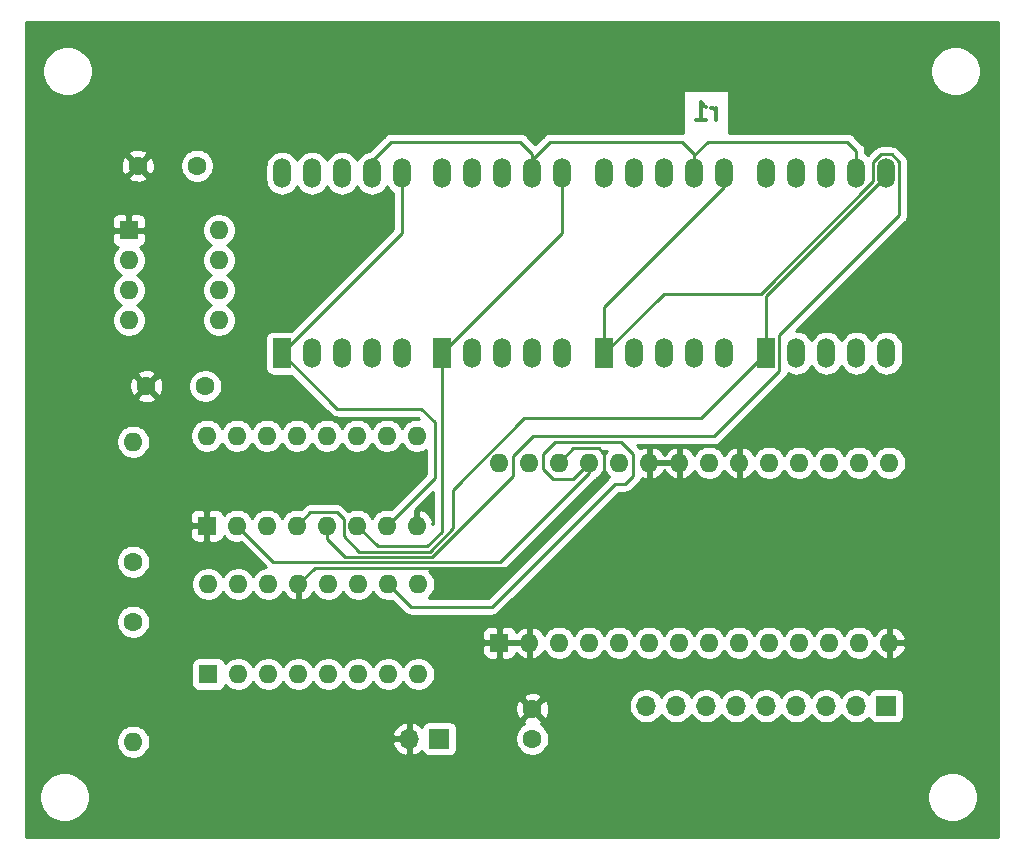
<source format=gbr>
%TF.GenerationSoftware,KiCad,Pcbnew,(5.1.9-0-10_14)*%
%TF.CreationDate,2021-04-19T11:13:06-04:00*%
%TF.ProjectId,DISPLAY,44495350-4c41-4592-9e6b-696361645f70,rev?*%
%TF.SameCoordinates,Original*%
%TF.FileFunction,Copper,L2,Bot*%
%TF.FilePolarity,Positive*%
%FSLAX46Y46*%
G04 Gerber Fmt 4.6, Leading zero omitted, Abs format (unit mm)*
G04 Created by KiCad (PCBNEW (5.1.9-0-10_14)) date 2021-04-19 11:13:06*
%MOMM*%
%LPD*%
G01*
G04 APERTURE LIST*
%TA.AperFunction,NonConductor*%
%ADD10C,0.300000*%
%TD*%
%TA.AperFunction,ComponentPad*%
%ADD11O,1.700000X1.700000*%
%TD*%
%TA.AperFunction,ComponentPad*%
%ADD12R,1.700000X1.700000*%
%TD*%
%TA.AperFunction,ComponentPad*%
%ADD13O,1.600000X1.600000*%
%TD*%
%TA.AperFunction,ComponentPad*%
%ADD14R,1.600000X1.600000*%
%TD*%
%TA.AperFunction,ComponentPad*%
%ADD15R,1.524000X2.524000*%
%TD*%
%TA.AperFunction,ComponentPad*%
%ADD16O,1.524000X2.524000*%
%TD*%
%TA.AperFunction,ComponentPad*%
%ADD17C,1.600000*%
%TD*%
%TA.AperFunction,Conductor*%
%ADD18C,0.250000*%
%TD*%
%TA.AperFunction,Conductor*%
%ADD19C,0.254000*%
%TD*%
%TA.AperFunction,Conductor*%
%ADD20C,0.100000*%
%TD*%
G04 APERTURE END LIST*
D10*
X207450428Y-58717571D02*
X207450428Y-57717571D01*
X207450428Y-58003285D02*
X207379000Y-57860428D01*
X207307571Y-57789000D01*
X207164714Y-57717571D01*
X207021857Y-57717571D01*
X205736142Y-58717571D02*
X206593285Y-58717571D01*
X206164714Y-58717571D02*
X206164714Y-57217571D01*
X206307571Y-57431857D01*
X206450428Y-57574714D01*
X206593285Y-57646142D01*
D11*
%TO.P,J1,9*%
%TO.N,Net-(J1-Pad9)*%
X201549000Y-108331000D03*
%TO.P,J1,8*%
%TO.N,Net-(J1-Pad8)*%
X204089000Y-108331000D03*
%TO.P,J1,7*%
%TO.N,Net-(J1-Pad7)*%
X206629000Y-108331000D03*
%TO.P,J1,6*%
%TO.N,Net-(J1-Pad6)*%
X209169000Y-108331000D03*
%TO.P,J1,5*%
%TO.N,Net-(J1-Pad5)*%
X211709000Y-108331000D03*
%TO.P,J1,4*%
%TO.N,Net-(J1-Pad4)*%
X214249000Y-108331000D03*
%TO.P,J1,3*%
%TO.N,Net-(J1-Pad3)*%
X216789000Y-108331000D03*
%TO.P,J1,2*%
%TO.N,Net-(J1-Pad2)*%
X219329000Y-108331000D03*
D12*
%TO.P,J1,1*%
%TO.N,Net-(J1-Pad1)*%
X221869000Y-108331000D03*
%TD*%
D13*
%TO.P,U1,8*%
%TO.N,VCC*%
X165354000Y-68072000D03*
%TO.P,U1,4*%
%TO.N,Net-(U1-Pad4)*%
X157734000Y-75692000D03*
%TO.P,U1,7*%
%TO.N,Net-(R1-Pad1)*%
X165354000Y-70612000D03*
%TO.P,U1,3*%
%TO.N,/CLOCK_DISPLAY*%
X157734000Y-73152000D03*
%TO.P,U1,6*%
%TO.N,Net-(R1-Pad2)*%
X165354000Y-73152000D03*
%TO.P,U1,2*%
%TO.N,Net-(C1-Pad2)*%
X157734000Y-70612000D03*
%TO.P,U1,5*%
%TO.N,Net-(C2-Pad1)*%
X165354000Y-75692000D03*
D14*
%TO.P,U1,1*%
%TO.N,GND*%
X157734000Y-68072000D03*
%TD*%
D15*
%TO.P,U10,1*%
%TO.N,Net-(U10-Pad1)*%
X211709000Y-78486000D03*
D16*
%TO.P,U10,2*%
%TO.N,/F*%
X214249000Y-78486000D03*
%TO.P,U10,3*%
%TO.N,/G*%
X216789000Y-78486000D03*
%TO.P,U10,4*%
%TO.N,/E*%
X219329000Y-78486000D03*
%TO.P,U10,5*%
%TO.N,/D*%
X221869000Y-78486000D03*
%TO.P,U10,6*%
%TO.N,Net-(U10-Pad1)*%
X221869000Y-63246000D03*
%TO.P,U10,7*%
%TO.N,/DP*%
X219329000Y-63246000D03*
%TO.P,U10,8*%
%TO.N,/C*%
X216789000Y-63246000D03*
%TO.P,U10,9*%
%TO.N,/B*%
X214249000Y-63246000D03*
%TO.P,U10,10*%
%TO.N,/A*%
X211709000Y-63246000D03*
%TD*%
D13*
%TO.P,U9,28*%
%TO.N,VCC*%
X189103000Y-87757000D03*
%TO.P,U9,14*%
%TO.N,GND*%
X222123000Y-102997000D03*
%TO.P,U9,27*%
%TO.N,VCC*%
X191643000Y-87757000D03*
%TO.P,U9,13*%
%TO.N,/C*%
X219583000Y-102997000D03*
%TO.P,U9,26*%
%TO.N,GND*%
X194183000Y-87757000D03*
%TO.P,U9,12*%
%TO.N,/B*%
X217043000Y-102997000D03*
%TO.P,U9,25*%
%TO.N,Net-(U2-Pad1)*%
X196723000Y-87757000D03*
%TO.P,U9,11*%
%TO.N,/A*%
X214503000Y-102997000D03*
%TO.P,U9,24*%
%TO.N,VCC*%
X199263000Y-87757000D03*
%TO.P,U9,10*%
%TO.N,Net-(J1-Pad1)*%
X211963000Y-102997000D03*
%TO.P,U9,23*%
%TO.N,GND*%
X201803000Y-87757000D03*
%TO.P,U9,9*%
%TO.N,Net-(J1-Pad2)*%
X209423000Y-102997000D03*
%TO.P,U9,22*%
%TO.N,GND*%
X204343000Y-87757000D03*
%TO.P,U9,8*%
%TO.N,Net-(J1-Pad3)*%
X206883000Y-102997000D03*
%TO.P,U9,21*%
%TO.N,Net-(J1-Pad9)*%
X206883000Y-87757000D03*
%TO.P,U9,7*%
%TO.N,Net-(J1-Pad4)*%
X204343000Y-102997000D03*
%TO.P,U9,20*%
%TO.N,GND*%
X209423000Y-87757000D03*
%TO.P,U9,6*%
%TO.N,Net-(J1-Pad5)*%
X201803000Y-102997000D03*
%TO.P,U9,19*%
%TO.N,/H*%
X211963000Y-87757000D03*
%TO.P,U9,5*%
%TO.N,Net-(J1-Pad6)*%
X199263000Y-102997000D03*
%TO.P,U9,18*%
%TO.N,/G*%
X214503000Y-87757000D03*
%TO.P,U9,4*%
%TO.N,Net-(J1-Pad7)*%
X196723000Y-102997000D03*
%TO.P,U9,17*%
%TO.N,/F*%
X217043000Y-87757000D03*
%TO.P,U9,3*%
%TO.N,Net-(J1-Pad8)*%
X194183000Y-102997000D03*
%TO.P,U9,16*%
%TO.N,/E*%
X219583000Y-87757000D03*
%TO.P,U9,2*%
%TO.N,GND*%
X191643000Y-102997000D03*
%TO.P,U9,15*%
%TO.N,/D*%
X222123000Y-87757000D03*
D14*
%TO.P,U9,1*%
%TO.N,GND*%
X189103000Y-102997000D03*
%TD*%
D15*
%TO.P,U8,1*%
%TO.N,Net-(U4-Pad5)*%
X197993000Y-78486000D03*
D16*
%TO.P,U8,2*%
%TO.N,/F*%
X200533000Y-78486000D03*
%TO.P,U8,3*%
%TO.N,/G*%
X203073000Y-78486000D03*
%TO.P,U8,4*%
%TO.N,/E*%
X205613000Y-78486000D03*
%TO.P,U8,5*%
%TO.N,/D*%
X208153000Y-78486000D03*
%TO.P,U8,6*%
%TO.N,Net-(U4-Pad5)*%
X208153000Y-63246000D03*
%TO.P,U8,7*%
%TO.N,/DP*%
X205613000Y-63246000D03*
%TO.P,U8,8*%
%TO.N,/C*%
X203073000Y-63246000D03*
%TO.P,U8,9*%
%TO.N,/B*%
X200533000Y-63246000D03*
%TO.P,U8,10*%
%TO.N,/A*%
X197993000Y-63246000D03*
%TD*%
D15*
%TO.P,U7,1*%
%TO.N,Net-(U4-Pad6)*%
X184277000Y-78486000D03*
D16*
%TO.P,U7,2*%
%TO.N,/F*%
X186817000Y-78486000D03*
%TO.P,U7,3*%
%TO.N,/G*%
X189357000Y-78486000D03*
%TO.P,U7,4*%
%TO.N,/E*%
X191897000Y-78486000D03*
%TO.P,U7,5*%
%TO.N,/D*%
X194437000Y-78486000D03*
%TO.P,U7,6*%
%TO.N,Net-(U4-Pad6)*%
X194437000Y-63246000D03*
%TO.P,U7,7*%
%TO.N,/DP*%
X191897000Y-63246000D03*
%TO.P,U7,8*%
%TO.N,/C*%
X189357000Y-63246000D03*
%TO.P,U7,9*%
%TO.N,/B*%
X186817000Y-63246000D03*
%TO.P,U7,10*%
%TO.N,/A*%
X184277000Y-63246000D03*
%TD*%
D15*
%TO.P,U6,1*%
%TO.N,Net-(U4-Pad7)*%
X170688000Y-78486000D03*
D16*
%TO.P,U6,2*%
%TO.N,/F*%
X173228000Y-78486000D03*
%TO.P,U6,3*%
%TO.N,/G*%
X175768000Y-78486000D03*
%TO.P,U6,4*%
%TO.N,/E*%
X178308000Y-78486000D03*
%TO.P,U6,5*%
%TO.N,/D*%
X180848000Y-78486000D03*
%TO.P,U6,6*%
%TO.N,Net-(U4-Pad7)*%
X180848000Y-63246000D03*
%TO.P,U6,7*%
%TO.N,/DP*%
X178308000Y-63246000D03*
%TO.P,U6,8*%
%TO.N,/C*%
X175768000Y-63246000D03*
%TO.P,U6,9*%
%TO.N,/B*%
X173228000Y-63246000D03*
%TO.P,U6,10*%
%TO.N,/A*%
X170688000Y-63246000D03*
%TD*%
D13*
%TO.P,U4,16*%
%TO.N,VCC*%
X164338000Y-85471000D03*
%TO.P,U4,8*%
%TO.N,GND*%
X182118000Y-93091000D03*
%TO.P,U4,15*%
%TO.N,N/C*%
X166878000Y-85471000D03*
%TO.P,U4,7*%
%TO.N,Net-(U4-Pad7)*%
X179578000Y-93091000D03*
%TO.P,U4,14*%
%TO.N,N/C*%
X169418000Y-85471000D03*
%TO.P,U4,6*%
%TO.N,Net-(U4-Pad6)*%
X177038000Y-93091000D03*
%TO.P,U4,13*%
%TO.N,N/C*%
X171958000Y-85471000D03*
%TO.P,U4,5*%
%TO.N,Net-(U4-Pad5)*%
X174498000Y-93091000D03*
%TO.P,U4,12*%
%TO.N,N/C*%
X174498000Y-85471000D03*
%TO.P,U4,4*%
%TO.N,Net-(U10-Pad1)*%
X171958000Y-93091000D03*
%TO.P,U4,11*%
%TO.N,N/C*%
X177038000Y-85471000D03*
%TO.P,U4,3*%
%TO.N,VCC*%
X169418000Y-93091000D03*
%TO.P,U4,10*%
%TO.N,N/C*%
X179578000Y-85471000D03*
%TO.P,U4,2*%
%TO.N,Net-(U2-Pad1)*%
X166878000Y-93091000D03*
%TO.P,U4,9*%
%TO.N,N/C*%
X182118000Y-85471000D03*
D14*
%TO.P,U4,1*%
%TO.N,GND*%
X164338000Y-93091000D03*
%TD*%
D13*
%TO.P,U2,16*%
%TO.N,VCC*%
X164465000Y-98044000D03*
%TO.P,U2,8*%
X182245000Y-105664000D03*
%TO.P,U2,15*%
X167005000Y-98044000D03*
%TO.P,U2,7*%
X179705000Y-105664000D03*
%TO.P,U2,14*%
%TO.N,Net-(U2-Pad14)*%
X169545000Y-98044000D03*
%TO.P,U2,6*%
%TO.N,/CLOCK_DISPLAY*%
X177165000Y-105664000D03*
%TO.P,U2,13*%
%TO.N,GND*%
X172085000Y-98044000D03*
%TO.P,U2,5*%
%TO.N,VCC*%
X174625000Y-105664000D03*
%TO.P,U2,12*%
X174625000Y-98044000D03*
%TO.P,U2,4*%
X172085000Y-105664000D03*
%TO.P,U2,11*%
%TO.N,Net-(U2-Pad11)*%
X177165000Y-98044000D03*
%TO.P,U2,3*%
%TO.N,VCC*%
X169545000Y-105664000D03*
%TO.P,U2,10*%
%TO.N,Net-(U2-Pad1)*%
X179705000Y-98044000D03*
%TO.P,U2,2*%
%TO.N,VCC*%
X167005000Y-105664000D03*
%TO.P,U2,9*%
X182245000Y-98044000D03*
D14*
%TO.P,U2,1*%
%TO.N,Net-(U2-Pad1)*%
X164465000Y-105664000D03*
%TD*%
D13*
%TO.P,R2,2*%
%TO.N,VCC*%
X158115000Y-111379000D03*
D17*
%TO.P,R2,1*%
%TO.N,Net-(R1-Pad1)*%
X158115000Y-101219000D03*
%TD*%
D13*
%TO.P,R1,2*%
%TO.N,Net-(R1-Pad2)*%
X158115000Y-85979000D03*
D17*
%TO.P,R1,1*%
%TO.N,Net-(R1-Pad1)*%
X158115000Y-96139000D03*
%TD*%
D11*
%TO.P,J16,2*%
%TO.N,GND*%
X181483000Y-111125000D03*
D12*
%TO.P,J16,1*%
%TO.N,VCC*%
X184023000Y-111125000D03*
%TD*%
D17*
%TO.P,C16,2*%
%TO.N,GND*%
X191897000Y-108625000D03*
%TO.P,C16,1*%
%TO.N,VCC*%
X191897000Y-111125000D03*
%TD*%
%TO.P,C2,2*%
%TO.N,GND*%
X159211000Y-81280000D03*
%TO.P,C2,1*%
%TO.N,Net-(C2-Pad1)*%
X164211000Y-81280000D03*
%TD*%
%TO.P,C1,2*%
%TO.N,Net-(C1-Pad2)*%
X163496000Y-62611000D03*
%TO.P,C1,1*%
%TO.N,GND*%
X158496000Y-62611000D03*
%TD*%
D18*
%TO.N,GND*%
X195383989Y-86556011D02*
X197554011Y-86556011D01*
X197993000Y-89281000D02*
X190627000Y-96647000D01*
X173482000Y-96647000D02*
X172085000Y-98044000D01*
X197554011Y-86556011D02*
X197993000Y-86995000D01*
X194183000Y-87757000D02*
X195383989Y-86556011D01*
X197993000Y-86995000D02*
X197993000Y-89281000D01*
X190627000Y-96647000D02*
X173482000Y-96647000D01*
%TO.N,Net-(U2-Pad1)*%
X179705000Y-98044000D02*
X181610000Y-99949000D01*
X181610000Y-99949000D02*
X188468000Y-99949000D01*
X188468000Y-99949000D02*
X198882000Y-89535000D01*
X198882000Y-89535000D02*
X199771000Y-89535000D01*
X199771000Y-89535000D02*
X200406000Y-88900000D01*
X200406000Y-88900000D02*
X200406000Y-86995000D01*
X200406000Y-86995000D02*
X199390000Y-85979000D01*
X199390000Y-85979000D02*
X193802000Y-85979000D01*
X193802000Y-85979000D02*
X192786000Y-86995000D01*
X192786000Y-86995000D02*
X192786000Y-88265000D01*
X192786000Y-88265000D02*
X193675000Y-89154000D01*
X169983989Y-96196989D02*
X166878000Y-93091000D01*
X189172011Y-96196989D02*
X169983989Y-96196989D01*
X196723000Y-88646000D02*
X189172011Y-96196989D01*
X196723000Y-87757000D02*
X196723000Y-88646000D01*
X195326000Y-89154000D02*
X196723000Y-87757000D01*
X193675000Y-89154000D02*
X195326000Y-89154000D01*
%TO.N,Net-(U4-Pad7)*%
X180848000Y-68326000D02*
X170688000Y-78486000D01*
X180848000Y-63246000D02*
X180848000Y-68326000D01*
X170688000Y-78486000D02*
X175387000Y-83185000D01*
X182499000Y-83185000D02*
X183642000Y-84328000D01*
X183642000Y-89027000D02*
X179578000Y-93091000D01*
X175387000Y-83185000D02*
X182499000Y-83185000D01*
X183642000Y-84328000D02*
X183642000Y-89027000D01*
%TO.N,Net-(U4-Pad6)*%
X194437000Y-68326000D02*
X184277000Y-78486000D01*
X194437000Y-63246000D02*
X194437000Y-68326000D01*
X184277000Y-78486000D02*
X184277000Y-93593356D01*
X183023400Y-94846956D02*
X178793956Y-94846956D01*
X184277000Y-93593356D02*
X183023400Y-94846956D01*
X178793956Y-94846956D02*
X177038000Y-93091000D01*
%TO.N,Net-(U4-Pad5)*%
X208153000Y-63246000D02*
X208153000Y-64389000D01*
X197993000Y-74549000D02*
X197993000Y-78486000D01*
X208153000Y-64389000D02*
X197993000Y-74549000D01*
X203005401Y-73473599D02*
X211258991Y-73473599D01*
X211258991Y-73473599D02*
X220781990Y-63950600D01*
X221418746Y-61658990D02*
X222319254Y-61658990D01*
X191916011Y-85528989D02*
X190228001Y-87216999D01*
X212796001Y-76963999D02*
X212796001Y-80008001D01*
X222319254Y-61658990D02*
X222956010Y-62295746D01*
X183396200Y-95746978D02*
X176022608Y-95746978D01*
X220781990Y-63950600D02*
X220781990Y-62295746D01*
X174498000Y-94222370D02*
X174498000Y-93091000D01*
X222956010Y-62295746D02*
X222956010Y-66803990D01*
X197993000Y-78486000D02*
X203005401Y-73473599D01*
X207275013Y-85528989D02*
X191916011Y-85528989D01*
X212796001Y-80008001D02*
X207275013Y-85528989D01*
X220781990Y-62295746D02*
X221418746Y-61658990D01*
X190228001Y-87216999D02*
X190228001Y-88915177D01*
X190228001Y-88915177D02*
X183396200Y-95746978D01*
X222956010Y-66803990D02*
X212796001Y-76963999D01*
X176022608Y-95746978D02*
X174498000Y-94222370D01*
%TO.N,Net-(U10-Pad1)*%
X221869000Y-63246000D02*
X221869000Y-63500000D01*
X211709000Y-73660000D02*
X211709000Y-78486000D01*
X221869000Y-63500000D02*
X211709000Y-73660000D01*
X185177022Y-90034799D02*
X185177022Y-93329745D01*
X175321022Y-91959022D02*
X173089978Y-91959022D01*
X206178989Y-84016011D02*
X191195810Y-84016011D01*
X185177022Y-93329745D02*
X183209800Y-95296967D01*
X173089978Y-91959022D02*
X171958000Y-93091000D01*
X177210556Y-95296967D02*
X175912999Y-93999410D01*
X175912999Y-93999410D02*
X175912999Y-92550999D01*
X191195810Y-84016011D02*
X185177022Y-90034799D01*
X175912999Y-92550999D02*
X175321022Y-91959022D01*
X211709000Y-78486000D02*
X206178989Y-84016011D01*
X183209800Y-95296967D02*
X177210556Y-95296967D01*
%TO.N,/DP*%
X178308000Y-63246000D02*
X178308000Y-62230000D01*
X178308000Y-62230000D02*
X179959000Y-60579000D01*
X179959000Y-60579000D02*
X190881000Y-60579000D01*
X191897000Y-61595000D02*
X191897000Y-63246000D01*
X190881000Y-60579000D02*
X191897000Y-61595000D01*
X191897000Y-63246000D02*
X191897000Y-62103000D01*
X191897000Y-62103000D02*
X193421000Y-60579000D01*
X193421000Y-60579000D02*
X204597000Y-60579000D01*
X205613000Y-61595000D02*
X205613000Y-63246000D01*
X204597000Y-60579000D02*
X205613000Y-61595000D01*
X205613000Y-63246000D02*
X205613000Y-61722000D01*
X205613000Y-61722000D02*
X206756000Y-60579000D01*
X206756000Y-60579000D02*
X218567000Y-60579000D01*
X219329000Y-61341000D02*
X219329000Y-63246000D01*
X218567000Y-60579000D02*
X219329000Y-61341000D01*
%TD*%
D19*
%TO.N,GND*%
X231344000Y-119457000D02*
X149021000Y-119457000D01*
X149021000Y-115867721D01*
X150138000Y-115867721D01*
X150138000Y-116288279D01*
X150220047Y-116700756D01*
X150380988Y-117089302D01*
X150614637Y-117438983D01*
X150912017Y-117736363D01*
X151261698Y-117970012D01*
X151650244Y-118130953D01*
X152062721Y-118213000D01*
X152483279Y-118213000D01*
X152895756Y-118130953D01*
X153284302Y-117970012D01*
X153633983Y-117736363D01*
X153931363Y-117438983D01*
X154165012Y-117089302D01*
X154325953Y-116700756D01*
X154408000Y-116288279D01*
X154408000Y-115867721D01*
X225322000Y-115867721D01*
X225322000Y-116288279D01*
X225404047Y-116700756D01*
X225564988Y-117089302D01*
X225798637Y-117438983D01*
X226096017Y-117736363D01*
X226445698Y-117970012D01*
X226834244Y-118130953D01*
X227246721Y-118213000D01*
X227667279Y-118213000D01*
X228079756Y-118130953D01*
X228468302Y-117970012D01*
X228817983Y-117736363D01*
X229115363Y-117438983D01*
X229349012Y-117089302D01*
X229509953Y-116700756D01*
X229592000Y-116288279D01*
X229592000Y-115867721D01*
X229509953Y-115455244D01*
X229349012Y-115066698D01*
X229115363Y-114717017D01*
X228817983Y-114419637D01*
X228468302Y-114185988D01*
X228079756Y-114025047D01*
X227667279Y-113943000D01*
X227246721Y-113943000D01*
X226834244Y-114025047D01*
X226445698Y-114185988D01*
X226096017Y-114419637D01*
X225798637Y-114717017D01*
X225564988Y-115066698D01*
X225404047Y-115455244D01*
X225322000Y-115867721D01*
X154408000Y-115867721D01*
X154325953Y-115455244D01*
X154165012Y-115066698D01*
X153931363Y-114717017D01*
X153633983Y-114419637D01*
X153284302Y-114185988D01*
X152895756Y-114025047D01*
X152483279Y-113943000D01*
X152062721Y-113943000D01*
X151650244Y-114025047D01*
X151261698Y-114185988D01*
X150912017Y-114419637D01*
X150614637Y-114717017D01*
X150380988Y-115066698D01*
X150220047Y-115455244D01*
X150138000Y-115867721D01*
X149021000Y-115867721D01*
X149021000Y-111237665D01*
X156680000Y-111237665D01*
X156680000Y-111520335D01*
X156735147Y-111797574D01*
X156843320Y-112058727D01*
X157000363Y-112293759D01*
X157200241Y-112493637D01*
X157435273Y-112650680D01*
X157696426Y-112758853D01*
X157973665Y-112814000D01*
X158256335Y-112814000D01*
X158533574Y-112758853D01*
X158794727Y-112650680D01*
X159029759Y-112493637D01*
X159229637Y-112293759D01*
X159386680Y-112058727D01*
X159494853Y-111797574D01*
X159550000Y-111520335D01*
X159550000Y-111481891D01*
X180041519Y-111481891D01*
X180138843Y-111756252D01*
X180287822Y-112006355D01*
X180482731Y-112222588D01*
X180716080Y-112396641D01*
X180978901Y-112521825D01*
X181126110Y-112566476D01*
X181356000Y-112445155D01*
X181356000Y-111252000D01*
X180162186Y-111252000D01*
X180041519Y-111481891D01*
X159550000Y-111481891D01*
X159550000Y-111237665D01*
X159494853Y-110960426D01*
X159415193Y-110768109D01*
X180041519Y-110768109D01*
X180162186Y-110998000D01*
X181356000Y-110998000D01*
X181356000Y-109804845D01*
X181610000Y-109804845D01*
X181610000Y-110998000D01*
X181630000Y-110998000D01*
X181630000Y-111252000D01*
X181610000Y-111252000D01*
X181610000Y-112445155D01*
X181839890Y-112566476D01*
X181987099Y-112521825D01*
X182249920Y-112396641D01*
X182483269Y-112222588D01*
X182559034Y-112138534D01*
X182583498Y-112219180D01*
X182642463Y-112329494D01*
X182721815Y-112426185D01*
X182818506Y-112505537D01*
X182928820Y-112564502D01*
X183048518Y-112600812D01*
X183173000Y-112613072D01*
X184873000Y-112613072D01*
X184997482Y-112600812D01*
X185117180Y-112564502D01*
X185227494Y-112505537D01*
X185324185Y-112426185D01*
X185403537Y-112329494D01*
X185462502Y-112219180D01*
X185498812Y-112099482D01*
X185511072Y-111975000D01*
X185511072Y-110983665D01*
X190462000Y-110983665D01*
X190462000Y-111266335D01*
X190517147Y-111543574D01*
X190625320Y-111804727D01*
X190782363Y-112039759D01*
X190982241Y-112239637D01*
X191217273Y-112396680D01*
X191478426Y-112504853D01*
X191755665Y-112560000D01*
X192038335Y-112560000D01*
X192315574Y-112504853D01*
X192576727Y-112396680D01*
X192811759Y-112239637D01*
X193011637Y-112039759D01*
X193168680Y-111804727D01*
X193276853Y-111543574D01*
X193332000Y-111266335D01*
X193332000Y-110983665D01*
X193276853Y-110706426D01*
X193168680Y-110445273D01*
X193011637Y-110210241D01*
X192811759Y-110010363D01*
X192611131Y-109876308D01*
X192638514Y-109861671D01*
X192710097Y-109617702D01*
X191897000Y-108804605D01*
X191083903Y-109617702D01*
X191155486Y-109861671D01*
X191184341Y-109875324D01*
X190982241Y-110010363D01*
X190782363Y-110210241D01*
X190625320Y-110445273D01*
X190517147Y-110706426D01*
X190462000Y-110983665D01*
X185511072Y-110983665D01*
X185511072Y-110275000D01*
X185498812Y-110150518D01*
X185462502Y-110030820D01*
X185403537Y-109920506D01*
X185324185Y-109823815D01*
X185227494Y-109744463D01*
X185117180Y-109685498D01*
X184997482Y-109649188D01*
X184873000Y-109636928D01*
X183173000Y-109636928D01*
X183048518Y-109649188D01*
X182928820Y-109685498D01*
X182818506Y-109744463D01*
X182721815Y-109823815D01*
X182642463Y-109920506D01*
X182583498Y-110030820D01*
X182559034Y-110111466D01*
X182483269Y-110027412D01*
X182249920Y-109853359D01*
X181987099Y-109728175D01*
X181839890Y-109683524D01*
X181610000Y-109804845D01*
X181356000Y-109804845D01*
X181126110Y-109683524D01*
X180978901Y-109728175D01*
X180716080Y-109853359D01*
X180482731Y-110027412D01*
X180287822Y-110243645D01*
X180138843Y-110493748D01*
X180041519Y-110768109D01*
X159415193Y-110768109D01*
X159386680Y-110699273D01*
X159229637Y-110464241D01*
X159029759Y-110264363D01*
X158794727Y-110107320D01*
X158533574Y-109999147D01*
X158256335Y-109944000D01*
X157973665Y-109944000D01*
X157696426Y-109999147D01*
X157435273Y-110107320D01*
X157200241Y-110264363D01*
X157000363Y-110464241D01*
X156843320Y-110699273D01*
X156735147Y-110960426D01*
X156680000Y-111237665D01*
X149021000Y-111237665D01*
X149021000Y-108695512D01*
X190456783Y-108695512D01*
X190498213Y-108975130D01*
X190593397Y-109241292D01*
X190660329Y-109366514D01*
X190904298Y-109438097D01*
X191717395Y-108625000D01*
X192076605Y-108625000D01*
X192889702Y-109438097D01*
X193133671Y-109366514D01*
X193254571Y-109111004D01*
X193323300Y-108836816D01*
X193337217Y-108554488D01*
X193295787Y-108274870D01*
X193263555Y-108184740D01*
X200064000Y-108184740D01*
X200064000Y-108477260D01*
X200121068Y-108764158D01*
X200233010Y-109034411D01*
X200395525Y-109277632D01*
X200602368Y-109484475D01*
X200845589Y-109646990D01*
X201115842Y-109758932D01*
X201402740Y-109816000D01*
X201695260Y-109816000D01*
X201982158Y-109758932D01*
X202252411Y-109646990D01*
X202495632Y-109484475D01*
X202702475Y-109277632D01*
X202819000Y-109103240D01*
X202935525Y-109277632D01*
X203142368Y-109484475D01*
X203385589Y-109646990D01*
X203655842Y-109758932D01*
X203942740Y-109816000D01*
X204235260Y-109816000D01*
X204522158Y-109758932D01*
X204792411Y-109646990D01*
X205035632Y-109484475D01*
X205242475Y-109277632D01*
X205359000Y-109103240D01*
X205475525Y-109277632D01*
X205682368Y-109484475D01*
X205925589Y-109646990D01*
X206195842Y-109758932D01*
X206482740Y-109816000D01*
X206775260Y-109816000D01*
X207062158Y-109758932D01*
X207332411Y-109646990D01*
X207575632Y-109484475D01*
X207782475Y-109277632D01*
X207899000Y-109103240D01*
X208015525Y-109277632D01*
X208222368Y-109484475D01*
X208465589Y-109646990D01*
X208735842Y-109758932D01*
X209022740Y-109816000D01*
X209315260Y-109816000D01*
X209602158Y-109758932D01*
X209872411Y-109646990D01*
X210115632Y-109484475D01*
X210322475Y-109277632D01*
X210439000Y-109103240D01*
X210555525Y-109277632D01*
X210762368Y-109484475D01*
X211005589Y-109646990D01*
X211275842Y-109758932D01*
X211562740Y-109816000D01*
X211855260Y-109816000D01*
X212142158Y-109758932D01*
X212412411Y-109646990D01*
X212655632Y-109484475D01*
X212862475Y-109277632D01*
X212979000Y-109103240D01*
X213095525Y-109277632D01*
X213302368Y-109484475D01*
X213545589Y-109646990D01*
X213815842Y-109758932D01*
X214102740Y-109816000D01*
X214395260Y-109816000D01*
X214682158Y-109758932D01*
X214952411Y-109646990D01*
X215195632Y-109484475D01*
X215402475Y-109277632D01*
X215519000Y-109103240D01*
X215635525Y-109277632D01*
X215842368Y-109484475D01*
X216085589Y-109646990D01*
X216355842Y-109758932D01*
X216642740Y-109816000D01*
X216935260Y-109816000D01*
X217222158Y-109758932D01*
X217492411Y-109646990D01*
X217735632Y-109484475D01*
X217942475Y-109277632D01*
X218059000Y-109103240D01*
X218175525Y-109277632D01*
X218382368Y-109484475D01*
X218625589Y-109646990D01*
X218895842Y-109758932D01*
X219182740Y-109816000D01*
X219475260Y-109816000D01*
X219762158Y-109758932D01*
X220032411Y-109646990D01*
X220275632Y-109484475D01*
X220407487Y-109352620D01*
X220429498Y-109425180D01*
X220488463Y-109535494D01*
X220567815Y-109632185D01*
X220664506Y-109711537D01*
X220774820Y-109770502D01*
X220894518Y-109806812D01*
X221019000Y-109819072D01*
X222719000Y-109819072D01*
X222843482Y-109806812D01*
X222963180Y-109770502D01*
X223073494Y-109711537D01*
X223170185Y-109632185D01*
X223249537Y-109535494D01*
X223308502Y-109425180D01*
X223344812Y-109305482D01*
X223357072Y-109181000D01*
X223357072Y-107481000D01*
X223344812Y-107356518D01*
X223308502Y-107236820D01*
X223249537Y-107126506D01*
X223170185Y-107029815D01*
X223073494Y-106950463D01*
X222963180Y-106891498D01*
X222843482Y-106855188D01*
X222719000Y-106842928D01*
X221019000Y-106842928D01*
X220894518Y-106855188D01*
X220774820Y-106891498D01*
X220664506Y-106950463D01*
X220567815Y-107029815D01*
X220488463Y-107126506D01*
X220429498Y-107236820D01*
X220407487Y-107309380D01*
X220275632Y-107177525D01*
X220032411Y-107015010D01*
X219762158Y-106903068D01*
X219475260Y-106846000D01*
X219182740Y-106846000D01*
X218895842Y-106903068D01*
X218625589Y-107015010D01*
X218382368Y-107177525D01*
X218175525Y-107384368D01*
X218059000Y-107558760D01*
X217942475Y-107384368D01*
X217735632Y-107177525D01*
X217492411Y-107015010D01*
X217222158Y-106903068D01*
X216935260Y-106846000D01*
X216642740Y-106846000D01*
X216355842Y-106903068D01*
X216085589Y-107015010D01*
X215842368Y-107177525D01*
X215635525Y-107384368D01*
X215519000Y-107558760D01*
X215402475Y-107384368D01*
X215195632Y-107177525D01*
X214952411Y-107015010D01*
X214682158Y-106903068D01*
X214395260Y-106846000D01*
X214102740Y-106846000D01*
X213815842Y-106903068D01*
X213545589Y-107015010D01*
X213302368Y-107177525D01*
X213095525Y-107384368D01*
X212979000Y-107558760D01*
X212862475Y-107384368D01*
X212655632Y-107177525D01*
X212412411Y-107015010D01*
X212142158Y-106903068D01*
X211855260Y-106846000D01*
X211562740Y-106846000D01*
X211275842Y-106903068D01*
X211005589Y-107015010D01*
X210762368Y-107177525D01*
X210555525Y-107384368D01*
X210439000Y-107558760D01*
X210322475Y-107384368D01*
X210115632Y-107177525D01*
X209872411Y-107015010D01*
X209602158Y-106903068D01*
X209315260Y-106846000D01*
X209022740Y-106846000D01*
X208735842Y-106903068D01*
X208465589Y-107015010D01*
X208222368Y-107177525D01*
X208015525Y-107384368D01*
X207899000Y-107558760D01*
X207782475Y-107384368D01*
X207575632Y-107177525D01*
X207332411Y-107015010D01*
X207062158Y-106903068D01*
X206775260Y-106846000D01*
X206482740Y-106846000D01*
X206195842Y-106903068D01*
X205925589Y-107015010D01*
X205682368Y-107177525D01*
X205475525Y-107384368D01*
X205359000Y-107558760D01*
X205242475Y-107384368D01*
X205035632Y-107177525D01*
X204792411Y-107015010D01*
X204522158Y-106903068D01*
X204235260Y-106846000D01*
X203942740Y-106846000D01*
X203655842Y-106903068D01*
X203385589Y-107015010D01*
X203142368Y-107177525D01*
X202935525Y-107384368D01*
X202819000Y-107558760D01*
X202702475Y-107384368D01*
X202495632Y-107177525D01*
X202252411Y-107015010D01*
X201982158Y-106903068D01*
X201695260Y-106846000D01*
X201402740Y-106846000D01*
X201115842Y-106903068D01*
X200845589Y-107015010D01*
X200602368Y-107177525D01*
X200395525Y-107384368D01*
X200233010Y-107627589D01*
X200121068Y-107897842D01*
X200064000Y-108184740D01*
X193263555Y-108184740D01*
X193200603Y-108008708D01*
X193133671Y-107883486D01*
X192889702Y-107811903D01*
X192076605Y-108625000D01*
X191717395Y-108625000D01*
X190904298Y-107811903D01*
X190660329Y-107883486D01*
X190539429Y-108138996D01*
X190470700Y-108413184D01*
X190456783Y-108695512D01*
X149021000Y-108695512D01*
X149021000Y-107632298D01*
X191083903Y-107632298D01*
X191897000Y-108445395D01*
X192710097Y-107632298D01*
X192638514Y-107388329D01*
X192383004Y-107267429D01*
X192108816Y-107198700D01*
X191826488Y-107184783D01*
X191546870Y-107226213D01*
X191280708Y-107321397D01*
X191155486Y-107388329D01*
X191083903Y-107632298D01*
X149021000Y-107632298D01*
X149021000Y-104864000D01*
X163026928Y-104864000D01*
X163026928Y-106464000D01*
X163039188Y-106588482D01*
X163075498Y-106708180D01*
X163134463Y-106818494D01*
X163213815Y-106915185D01*
X163310506Y-106994537D01*
X163420820Y-107053502D01*
X163540518Y-107089812D01*
X163665000Y-107102072D01*
X165265000Y-107102072D01*
X165389482Y-107089812D01*
X165509180Y-107053502D01*
X165619494Y-106994537D01*
X165716185Y-106915185D01*
X165795537Y-106818494D01*
X165854502Y-106708180D01*
X165890812Y-106588482D01*
X165891643Y-106580039D01*
X166090241Y-106778637D01*
X166325273Y-106935680D01*
X166586426Y-107043853D01*
X166863665Y-107099000D01*
X167146335Y-107099000D01*
X167423574Y-107043853D01*
X167684727Y-106935680D01*
X167919759Y-106778637D01*
X168119637Y-106578759D01*
X168275000Y-106346241D01*
X168430363Y-106578759D01*
X168630241Y-106778637D01*
X168865273Y-106935680D01*
X169126426Y-107043853D01*
X169403665Y-107099000D01*
X169686335Y-107099000D01*
X169963574Y-107043853D01*
X170224727Y-106935680D01*
X170459759Y-106778637D01*
X170659637Y-106578759D01*
X170815000Y-106346241D01*
X170970363Y-106578759D01*
X171170241Y-106778637D01*
X171405273Y-106935680D01*
X171666426Y-107043853D01*
X171943665Y-107099000D01*
X172226335Y-107099000D01*
X172503574Y-107043853D01*
X172764727Y-106935680D01*
X172999759Y-106778637D01*
X173199637Y-106578759D01*
X173355000Y-106346241D01*
X173510363Y-106578759D01*
X173710241Y-106778637D01*
X173945273Y-106935680D01*
X174206426Y-107043853D01*
X174483665Y-107099000D01*
X174766335Y-107099000D01*
X175043574Y-107043853D01*
X175304727Y-106935680D01*
X175539759Y-106778637D01*
X175739637Y-106578759D01*
X175895000Y-106346241D01*
X176050363Y-106578759D01*
X176250241Y-106778637D01*
X176485273Y-106935680D01*
X176746426Y-107043853D01*
X177023665Y-107099000D01*
X177306335Y-107099000D01*
X177583574Y-107043853D01*
X177844727Y-106935680D01*
X178079759Y-106778637D01*
X178279637Y-106578759D01*
X178435000Y-106346241D01*
X178590363Y-106578759D01*
X178790241Y-106778637D01*
X179025273Y-106935680D01*
X179286426Y-107043853D01*
X179563665Y-107099000D01*
X179846335Y-107099000D01*
X180123574Y-107043853D01*
X180384727Y-106935680D01*
X180619759Y-106778637D01*
X180819637Y-106578759D01*
X180975000Y-106346241D01*
X181130363Y-106578759D01*
X181330241Y-106778637D01*
X181565273Y-106935680D01*
X181826426Y-107043853D01*
X182103665Y-107099000D01*
X182386335Y-107099000D01*
X182663574Y-107043853D01*
X182924727Y-106935680D01*
X183159759Y-106778637D01*
X183359637Y-106578759D01*
X183516680Y-106343727D01*
X183624853Y-106082574D01*
X183680000Y-105805335D01*
X183680000Y-105522665D01*
X183624853Y-105245426D01*
X183516680Y-104984273D01*
X183359637Y-104749241D01*
X183159759Y-104549363D01*
X182924727Y-104392320D01*
X182663574Y-104284147D01*
X182386335Y-104229000D01*
X182103665Y-104229000D01*
X181826426Y-104284147D01*
X181565273Y-104392320D01*
X181330241Y-104549363D01*
X181130363Y-104749241D01*
X180975000Y-104981759D01*
X180819637Y-104749241D01*
X180619759Y-104549363D01*
X180384727Y-104392320D01*
X180123574Y-104284147D01*
X179846335Y-104229000D01*
X179563665Y-104229000D01*
X179286426Y-104284147D01*
X179025273Y-104392320D01*
X178790241Y-104549363D01*
X178590363Y-104749241D01*
X178435000Y-104981759D01*
X178279637Y-104749241D01*
X178079759Y-104549363D01*
X177844727Y-104392320D01*
X177583574Y-104284147D01*
X177306335Y-104229000D01*
X177023665Y-104229000D01*
X176746426Y-104284147D01*
X176485273Y-104392320D01*
X176250241Y-104549363D01*
X176050363Y-104749241D01*
X175895000Y-104981759D01*
X175739637Y-104749241D01*
X175539759Y-104549363D01*
X175304727Y-104392320D01*
X175043574Y-104284147D01*
X174766335Y-104229000D01*
X174483665Y-104229000D01*
X174206426Y-104284147D01*
X173945273Y-104392320D01*
X173710241Y-104549363D01*
X173510363Y-104749241D01*
X173355000Y-104981759D01*
X173199637Y-104749241D01*
X172999759Y-104549363D01*
X172764727Y-104392320D01*
X172503574Y-104284147D01*
X172226335Y-104229000D01*
X171943665Y-104229000D01*
X171666426Y-104284147D01*
X171405273Y-104392320D01*
X171170241Y-104549363D01*
X170970363Y-104749241D01*
X170815000Y-104981759D01*
X170659637Y-104749241D01*
X170459759Y-104549363D01*
X170224727Y-104392320D01*
X169963574Y-104284147D01*
X169686335Y-104229000D01*
X169403665Y-104229000D01*
X169126426Y-104284147D01*
X168865273Y-104392320D01*
X168630241Y-104549363D01*
X168430363Y-104749241D01*
X168275000Y-104981759D01*
X168119637Y-104749241D01*
X167919759Y-104549363D01*
X167684727Y-104392320D01*
X167423574Y-104284147D01*
X167146335Y-104229000D01*
X166863665Y-104229000D01*
X166586426Y-104284147D01*
X166325273Y-104392320D01*
X166090241Y-104549363D01*
X165891643Y-104747961D01*
X165890812Y-104739518D01*
X165854502Y-104619820D01*
X165795537Y-104509506D01*
X165716185Y-104412815D01*
X165619494Y-104333463D01*
X165509180Y-104274498D01*
X165389482Y-104238188D01*
X165265000Y-104225928D01*
X163665000Y-104225928D01*
X163540518Y-104238188D01*
X163420820Y-104274498D01*
X163310506Y-104333463D01*
X163213815Y-104412815D01*
X163134463Y-104509506D01*
X163075498Y-104619820D01*
X163039188Y-104739518D01*
X163026928Y-104864000D01*
X149021000Y-104864000D01*
X149021000Y-103797000D01*
X187664928Y-103797000D01*
X187677188Y-103921482D01*
X187713498Y-104041180D01*
X187772463Y-104151494D01*
X187851815Y-104248185D01*
X187948506Y-104327537D01*
X188058820Y-104386502D01*
X188178518Y-104422812D01*
X188303000Y-104435072D01*
X188817250Y-104432000D01*
X188976000Y-104273250D01*
X188976000Y-103124000D01*
X189230000Y-103124000D01*
X189230000Y-104273250D01*
X189388750Y-104432000D01*
X189903000Y-104435072D01*
X190027482Y-104422812D01*
X190147180Y-104386502D01*
X190257494Y-104327537D01*
X190354185Y-104248185D01*
X190433537Y-104151494D01*
X190492502Y-104041180D01*
X190528812Y-103921482D01*
X190531231Y-103896920D01*
X190679586Y-104060519D01*
X190905580Y-104228037D01*
X191159913Y-104348246D01*
X191293961Y-104388904D01*
X191516000Y-104266915D01*
X191516000Y-103124000D01*
X189230000Y-103124000D01*
X188976000Y-103124000D01*
X187826750Y-103124000D01*
X187668000Y-103282750D01*
X187664928Y-103797000D01*
X149021000Y-103797000D01*
X149021000Y-101077665D01*
X156680000Y-101077665D01*
X156680000Y-101360335D01*
X156735147Y-101637574D01*
X156843320Y-101898727D01*
X157000363Y-102133759D01*
X157200241Y-102333637D01*
X157435273Y-102490680D01*
X157696426Y-102598853D01*
X157973665Y-102654000D01*
X158256335Y-102654000D01*
X158533574Y-102598853D01*
X158794727Y-102490680D01*
X159029759Y-102333637D01*
X159166396Y-102197000D01*
X187664928Y-102197000D01*
X187668000Y-102711250D01*
X187826750Y-102870000D01*
X188976000Y-102870000D01*
X188976000Y-101720750D01*
X189230000Y-101720750D01*
X189230000Y-102870000D01*
X191516000Y-102870000D01*
X191516000Y-101727085D01*
X191770000Y-101727085D01*
X191770000Y-102870000D01*
X191790000Y-102870000D01*
X191790000Y-103124000D01*
X191770000Y-103124000D01*
X191770000Y-104266915D01*
X191992039Y-104388904D01*
X192126087Y-104348246D01*
X192380420Y-104228037D01*
X192606414Y-104060519D01*
X192795385Y-103852131D01*
X192906933Y-103666135D01*
X192911320Y-103676727D01*
X193068363Y-103911759D01*
X193268241Y-104111637D01*
X193503273Y-104268680D01*
X193764426Y-104376853D01*
X194041665Y-104432000D01*
X194324335Y-104432000D01*
X194601574Y-104376853D01*
X194862727Y-104268680D01*
X195097759Y-104111637D01*
X195297637Y-103911759D01*
X195453000Y-103679241D01*
X195608363Y-103911759D01*
X195808241Y-104111637D01*
X196043273Y-104268680D01*
X196304426Y-104376853D01*
X196581665Y-104432000D01*
X196864335Y-104432000D01*
X197141574Y-104376853D01*
X197402727Y-104268680D01*
X197637759Y-104111637D01*
X197837637Y-103911759D01*
X197993000Y-103679241D01*
X198148363Y-103911759D01*
X198348241Y-104111637D01*
X198583273Y-104268680D01*
X198844426Y-104376853D01*
X199121665Y-104432000D01*
X199404335Y-104432000D01*
X199681574Y-104376853D01*
X199942727Y-104268680D01*
X200177759Y-104111637D01*
X200377637Y-103911759D01*
X200533000Y-103679241D01*
X200688363Y-103911759D01*
X200888241Y-104111637D01*
X201123273Y-104268680D01*
X201384426Y-104376853D01*
X201661665Y-104432000D01*
X201944335Y-104432000D01*
X202221574Y-104376853D01*
X202482727Y-104268680D01*
X202717759Y-104111637D01*
X202917637Y-103911759D01*
X203073000Y-103679241D01*
X203228363Y-103911759D01*
X203428241Y-104111637D01*
X203663273Y-104268680D01*
X203924426Y-104376853D01*
X204201665Y-104432000D01*
X204484335Y-104432000D01*
X204761574Y-104376853D01*
X205022727Y-104268680D01*
X205257759Y-104111637D01*
X205457637Y-103911759D01*
X205613000Y-103679241D01*
X205768363Y-103911759D01*
X205968241Y-104111637D01*
X206203273Y-104268680D01*
X206464426Y-104376853D01*
X206741665Y-104432000D01*
X207024335Y-104432000D01*
X207301574Y-104376853D01*
X207562727Y-104268680D01*
X207797759Y-104111637D01*
X207997637Y-103911759D01*
X208153000Y-103679241D01*
X208308363Y-103911759D01*
X208508241Y-104111637D01*
X208743273Y-104268680D01*
X209004426Y-104376853D01*
X209281665Y-104432000D01*
X209564335Y-104432000D01*
X209841574Y-104376853D01*
X210102727Y-104268680D01*
X210337759Y-104111637D01*
X210537637Y-103911759D01*
X210693000Y-103679241D01*
X210848363Y-103911759D01*
X211048241Y-104111637D01*
X211283273Y-104268680D01*
X211544426Y-104376853D01*
X211821665Y-104432000D01*
X212104335Y-104432000D01*
X212381574Y-104376853D01*
X212642727Y-104268680D01*
X212877759Y-104111637D01*
X213077637Y-103911759D01*
X213233000Y-103679241D01*
X213388363Y-103911759D01*
X213588241Y-104111637D01*
X213823273Y-104268680D01*
X214084426Y-104376853D01*
X214361665Y-104432000D01*
X214644335Y-104432000D01*
X214921574Y-104376853D01*
X215182727Y-104268680D01*
X215417759Y-104111637D01*
X215617637Y-103911759D01*
X215773000Y-103679241D01*
X215928363Y-103911759D01*
X216128241Y-104111637D01*
X216363273Y-104268680D01*
X216624426Y-104376853D01*
X216901665Y-104432000D01*
X217184335Y-104432000D01*
X217461574Y-104376853D01*
X217722727Y-104268680D01*
X217957759Y-104111637D01*
X218157637Y-103911759D01*
X218313000Y-103679241D01*
X218468363Y-103911759D01*
X218668241Y-104111637D01*
X218903273Y-104268680D01*
X219164426Y-104376853D01*
X219441665Y-104432000D01*
X219724335Y-104432000D01*
X220001574Y-104376853D01*
X220262727Y-104268680D01*
X220497759Y-104111637D01*
X220697637Y-103911759D01*
X220854680Y-103676727D01*
X220859067Y-103666135D01*
X220970615Y-103852131D01*
X221159586Y-104060519D01*
X221385580Y-104228037D01*
X221639913Y-104348246D01*
X221773961Y-104388904D01*
X221996000Y-104266915D01*
X221996000Y-103124000D01*
X222250000Y-103124000D01*
X222250000Y-104266915D01*
X222472039Y-104388904D01*
X222606087Y-104348246D01*
X222860420Y-104228037D01*
X223086414Y-104060519D01*
X223275385Y-103852131D01*
X223420070Y-103610881D01*
X223514909Y-103346040D01*
X223393624Y-103124000D01*
X222250000Y-103124000D01*
X221996000Y-103124000D01*
X221976000Y-103124000D01*
X221976000Y-102870000D01*
X221996000Y-102870000D01*
X221996000Y-101727085D01*
X222250000Y-101727085D01*
X222250000Y-102870000D01*
X223393624Y-102870000D01*
X223514909Y-102647960D01*
X223420070Y-102383119D01*
X223275385Y-102141869D01*
X223086414Y-101933481D01*
X222860420Y-101765963D01*
X222606087Y-101645754D01*
X222472039Y-101605096D01*
X222250000Y-101727085D01*
X221996000Y-101727085D01*
X221773961Y-101605096D01*
X221639913Y-101645754D01*
X221385580Y-101765963D01*
X221159586Y-101933481D01*
X220970615Y-102141869D01*
X220859067Y-102327865D01*
X220854680Y-102317273D01*
X220697637Y-102082241D01*
X220497759Y-101882363D01*
X220262727Y-101725320D01*
X220001574Y-101617147D01*
X219724335Y-101562000D01*
X219441665Y-101562000D01*
X219164426Y-101617147D01*
X218903273Y-101725320D01*
X218668241Y-101882363D01*
X218468363Y-102082241D01*
X218313000Y-102314759D01*
X218157637Y-102082241D01*
X217957759Y-101882363D01*
X217722727Y-101725320D01*
X217461574Y-101617147D01*
X217184335Y-101562000D01*
X216901665Y-101562000D01*
X216624426Y-101617147D01*
X216363273Y-101725320D01*
X216128241Y-101882363D01*
X215928363Y-102082241D01*
X215773000Y-102314759D01*
X215617637Y-102082241D01*
X215417759Y-101882363D01*
X215182727Y-101725320D01*
X214921574Y-101617147D01*
X214644335Y-101562000D01*
X214361665Y-101562000D01*
X214084426Y-101617147D01*
X213823273Y-101725320D01*
X213588241Y-101882363D01*
X213388363Y-102082241D01*
X213233000Y-102314759D01*
X213077637Y-102082241D01*
X212877759Y-101882363D01*
X212642727Y-101725320D01*
X212381574Y-101617147D01*
X212104335Y-101562000D01*
X211821665Y-101562000D01*
X211544426Y-101617147D01*
X211283273Y-101725320D01*
X211048241Y-101882363D01*
X210848363Y-102082241D01*
X210693000Y-102314759D01*
X210537637Y-102082241D01*
X210337759Y-101882363D01*
X210102727Y-101725320D01*
X209841574Y-101617147D01*
X209564335Y-101562000D01*
X209281665Y-101562000D01*
X209004426Y-101617147D01*
X208743273Y-101725320D01*
X208508241Y-101882363D01*
X208308363Y-102082241D01*
X208153000Y-102314759D01*
X207997637Y-102082241D01*
X207797759Y-101882363D01*
X207562727Y-101725320D01*
X207301574Y-101617147D01*
X207024335Y-101562000D01*
X206741665Y-101562000D01*
X206464426Y-101617147D01*
X206203273Y-101725320D01*
X205968241Y-101882363D01*
X205768363Y-102082241D01*
X205613000Y-102314759D01*
X205457637Y-102082241D01*
X205257759Y-101882363D01*
X205022727Y-101725320D01*
X204761574Y-101617147D01*
X204484335Y-101562000D01*
X204201665Y-101562000D01*
X203924426Y-101617147D01*
X203663273Y-101725320D01*
X203428241Y-101882363D01*
X203228363Y-102082241D01*
X203073000Y-102314759D01*
X202917637Y-102082241D01*
X202717759Y-101882363D01*
X202482727Y-101725320D01*
X202221574Y-101617147D01*
X201944335Y-101562000D01*
X201661665Y-101562000D01*
X201384426Y-101617147D01*
X201123273Y-101725320D01*
X200888241Y-101882363D01*
X200688363Y-102082241D01*
X200533000Y-102314759D01*
X200377637Y-102082241D01*
X200177759Y-101882363D01*
X199942727Y-101725320D01*
X199681574Y-101617147D01*
X199404335Y-101562000D01*
X199121665Y-101562000D01*
X198844426Y-101617147D01*
X198583273Y-101725320D01*
X198348241Y-101882363D01*
X198148363Y-102082241D01*
X197993000Y-102314759D01*
X197837637Y-102082241D01*
X197637759Y-101882363D01*
X197402727Y-101725320D01*
X197141574Y-101617147D01*
X196864335Y-101562000D01*
X196581665Y-101562000D01*
X196304426Y-101617147D01*
X196043273Y-101725320D01*
X195808241Y-101882363D01*
X195608363Y-102082241D01*
X195453000Y-102314759D01*
X195297637Y-102082241D01*
X195097759Y-101882363D01*
X194862727Y-101725320D01*
X194601574Y-101617147D01*
X194324335Y-101562000D01*
X194041665Y-101562000D01*
X193764426Y-101617147D01*
X193503273Y-101725320D01*
X193268241Y-101882363D01*
X193068363Y-102082241D01*
X192911320Y-102317273D01*
X192906933Y-102327865D01*
X192795385Y-102141869D01*
X192606414Y-101933481D01*
X192380420Y-101765963D01*
X192126087Y-101645754D01*
X191992039Y-101605096D01*
X191770000Y-101727085D01*
X191516000Y-101727085D01*
X191293961Y-101605096D01*
X191159913Y-101645754D01*
X190905580Y-101765963D01*
X190679586Y-101933481D01*
X190531231Y-102097080D01*
X190528812Y-102072518D01*
X190492502Y-101952820D01*
X190433537Y-101842506D01*
X190354185Y-101745815D01*
X190257494Y-101666463D01*
X190147180Y-101607498D01*
X190027482Y-101571188D01*
X189903000Y-101558928D01*
X189388750Y-101562000D01*
X189230000Y-101720750D01*
X188976000Y-101720750D01*
X188817250Y-101562000D01*
X188303000Y-101558928D01*
X188178518Y-101571188D01*
X188058820Y-101607498D01*
X187948506Y-101666463D01*
X187851815Y-101745815D01*
X187772463Y-101842506D01*
X187713498Y-101952820D01*
X187677188Y-102072518D01*
X187664928Y-102197000D01*
X159166396Y-102197000D01*
X159229637Y-102133759D01*
X159386680Y-101898727D01*
X159494853Y-101637574D01*
X159550000Y-101360335D01*
X159550000Y-101077665D01*
X159494853Y-100800426D01*
X159386680Y-100539273D01*
X159229637Y-100304241D01*
X159029759Y-100104363D01*
X158794727Y-99947320D01*
X158533574Y-99839147D01*
X158256335Y-99784000D01*
X157973665Y-99784000D01*
X157696426Y-99839147D01*
X157435273Y-99947320D01*
X157200241Y-100104363D01*
X157000363Y-100304241D01*
X156843320Y-100539273D01*
X156735147Y-100800426D01*
X156680000Y-101077665D01*
X149021000Y-101077665D01*
X149021000Y-95997665D01*
X156680000Y-95997665D01*
X156680000Y-96280335D01*
X156735147Y-96557574D01*
X156843320Y-96818727D01*
X157000363Y-97053759D01*
X157200241Y-97253637D01*
X157435273Y-97410680D01*
X157696426Y-97518853D01*
X157973665Y-97574000D01*
X158256335Y-97574000D01*
X158533574Y-97518853D01*
X158794727Y-97410680D01*
X159029759Y-97253637D01*
X159229637Y-97053759D01*
X159386680Y-96818727D01*
X159494853Y-96557574D01*
X159550000Y-96280335D01*
X159550000Y-95997665D01*
X159494853Y-95720426D01*
X159386680Y-95459273D01*
X159229637Y-95224241D01*
X159029759Y-95024363D01*
X158794727Y-94867320D01*
X158533574Y-94759147D01*
X158256335Y-94704000D01*
X157973665Y-94704000D01*
X157696426Y-94759147D01*
X157435273Y-94867320D01*
X157200241Y-95024363D01*
X157000363Y-95224241D01*
X156843320Y-95459273D01*
X156735147Y-95720426D01*
X156680000Y-95997665D01*
X149021000Y-95997665D01*
X149021000Y-93891000D01*
X162899928Y-93891000D01*
X162912188Y-94015482D01*
X162948498Y-94135180D01*
X163007463Y-94245494D01*
X163086815Y-94342185D01*
X163183506Y-94421537D01*
X163293820Y-94480502D01*
X163413518Y-94516812D01*
X163538000Y-94529072D01*
X164052250Y-94526000D01*
X164211000Y-94367250D01*
X164211000Y-93218000D01*
X163061750Y-93218000D01*
X162903000Y-93376750D01*
X162899928Y-93891000D01*
X149021000Y-93891000D01*
X149021000Y-92291000D01*
X162899928Y-92291000D01*
X162903000Y-92805250D01*
X163061750Y-92964000D01*
X164211000Y-92964000D01*
X164211000Y-91814750D01*
X164052250Y-91656000D01*
X163538000Y-91652928D01*
X163413518Y-91665188D01*
X163293820Y-91701498D01*
X163183506Y-91760463D01*
X163086815Y-91839815D01*
X163007463Y-91936506D01*
X162948498Y-92046820D01*
X162912188Y-92166518D01*
X162899928Y-92291000D01*
X149021000Y-92291000D01*
X149021000Y-85837665D01*
X156680000Y-85837665D01*
X156680000Y-86120335D01*
X156735147Y-86397574D01*
X156843320Y-86658727D01*
X157000363Y-86893759D01*
X157200241Y-87093637D01*
X157435273Y-87250680D01*
X157696426Y-87358853D01*
X157973665Y-87414000D01*
X158256335Y-87414000D01*
X158533574Y-87358853D01*
X158794727Y-87250680D01*
X159029759Y-87093637D01*
X159229637Y-86893759D01*
X159386680Y-86658727D01*
X159494853Y-86397574D01*
X159550000Y-86120335D01*
X159550000Y-85837665D01*
X159494853Y-85560426D01*
X159399269Y-85329665D01*
X162903000Y-85329665D01*
X162903000Y-85612335D01*
X162958147Y-85889574D01*
X163066320Y-86150727D01*
X163223363Y-86385759D01*
X163423241Y-86585637D01*
X163658273Y-86742680D01*
X163919426Y-86850853D01*
X164196665Y-86906000D01*
X164479335Y-86906000D01*
X164756574Y-86850853D01*
X165017727Y-86742680D01*
X165252759Y-86585637D01*
X165452637Y-86385759D01*
X165608000Y-86153241D01*
X165763363Y-86385759D01*
X165963241Y-86585637D01*
X166198273Y-86742680D01*
X166459426Y-86850853D01*
X166736665Y-86906000D01*
X167019335Y-86906000D01*
X167296574Y-86850853D01*
X167557727Y-86742680D01*
X167792759Y-86585637D01*
X167992637Y-86385759D01*
X168148000Y-86153241D01*
X168303363Y-86385759D01*
X168503241Y-86585637D01*
X168738273Y-86742680D01*
X168999426Y-86850853D01*
X169276665Y-86906000D01*
X169559335Y-86906000D01*
X169836574Y-86850853D01*
X170097727Y-86742680D01*
X170332759Y-86585637D01*
X170532637Y-86385759D01*
X170688000Y-86153241D01*
X170843363Y-86385759D01*
X171043241Y-86585637D01*
X171278273Y-86742680D01*
X171539426Y-86850853D01*
X171816665Y-86906000D01*
X172099335Y-86906000D01*
X172376574Y-86850853D01*
X172637727Y-86742680D01*
X172872759Y-86585637D01*
X173072637Y-86385759D01*
X173228000Y-86153241D01*
X173383363Y-86385759D01*
X173583241Y-86585637D01*
X173818273Y-86742680D01*
X174079426Y-86850853D01*
X174356665Y-86906000D01*
X174639335Y-86906000D01*
X174916574Y-86850853D01*
X175177727Y-86742680D01*
X175412759Y-86585637D01*
X175612637Y-86385759D01*
X175768000Y-86153241D01*
X175923363Y-86385759D01*
X176123241Y-86585637D01*
X176358273Y-86742680D01*
X176619426Y-86850853D01*
X176896665Y-86906000D01*
X177179335Y-86906000D01*
X177456574Y-86850853D01*
X177717727Y-86742680D01*
X177952759Y-86585637D01*
X178152637Y-86385759D01*
X178308000Y-86153241D01*
X178463363Y-86385759D01*
X178663241Y-86585637D01*
X178898273Y-86742680D01*
X179159426Y-86850853D01*
X179436665Y-86906000D01*
X179719335Y-86906000D01*
X179996574Y-86850853D01*
X180257727Y-86742680D01*
X180492759Y-86585637D01*
X180692637Y-86385759D01*
X180848000Y-86153241D01*
X181003363Y-86385759D01*
X181203241Y-86585637D01*
X181438273Y-86742680D01*
X181699426Y-86850853D01*
X181976665Y-86906000D01*
X182259335Y-86906000D01*
X182536574Y-86850853D01*
X182797727Y-86742680D01*
X182882001Y-86686370D01*
X182882001Y-88712197D01*
X179901887Y-91692312D01*
X179719335Y-91656000D01*
X179436665Y-91656000D01*
X179159426Y-91711147D01*
X178898273Y-91819320D01*
X178663241Y-91976363D01*
X178463363Y-92176241D01*
X178308000Y-92408759D01*
X178152637Y-92176241D01*
X177952759Y-91976363D01*
X177717727Y-91819320D01*
X177456574Y-91711147D01*
X177179335Y-91656000D01*
X176896665Y-91656000D01*
X176619426Y-91711147D01*
X176358273Y-91819320D01*
X176297038Y-91860236D01*
X175884825Y-91448024D01*
X175861023Y-91419021D01*
X175745298Y-91324048D01*
X175613269Y-91253476D01*
X175470008Y-91210019D01*
X175358355Y-91199022D01*
X175358344Y-91199022D01*
X175321022Y-91195346D01*
X175283700Y-91199022D01*
X173127303Y-91199022D01*
X173089978Y-91195346D01*
X173052653Y-91199022D01*
X173052645Y-91199022D01*
X172940992Y-91210019D01*
X172797731Y-91253476D01*
X172665702Y-91324048D01*
X172549977Y-91419021D01*
X172526179Y-91448019D01*
X172281886Y-91692312D01*
X172099335Y-91656000D01*
X171816665Y-91656000D01*
X171539426Y-91711147D01*
X171278273Y-91819320D01*
X171043241Y-91976363D01*
X170843363Y-92176241D01*
X170688000Y-92408759D01*
X170532637Y-92176241D01*
X170332759Y-91976363D01*
X170097727Y-91819320D01*
X169836574Y-91711147D01*
X169559335Y-91656000D01*
X169276665Y-91656000D01*
X168999426Y-91711147D01*
X168738273Y-91819320D01*
X168503241Y-91976363D01*
X168303363Y-92176241D01*
X168148000Y-92408759D01*
X167992637Y-92176241D01*
X167792759Y-91976363D01*
X167557727Y-91819320D01*
X167296574Y-91711147D01*
X167019335Y-91656000D01*
X166736665Y-91656000D01*
X166459426Y-91711147D01*
X166198273Y-91819320D01*
X165963241Y-91976363D01*
X165764643Y-92174961D01*
X165763812Y-92166518D01*
X165727502Y-92046820D01*
X165668537Y-91936506D01*
X165589185Y-91839815D01*
X165492494Y-91760463D01*
X165382180Y-91701498D01*
X165262482Y-91665188D01*
X165138000Y-91652928D01*
X164623750Y-91656000D01*
X164465000Y-91814750D01*
X164465000Y-92964000D01*
X164485000Y-92964000D01*
X164485000Y-93218000D01*
X164465000Y-93218000D01*
X164465000Y-94367250D01*
X164623750Y-94526000D01*
X165138000Y-94529072D01*
X165262482Y-94516812D01*
X165382180Y-94480502D01*
X165492494Y-94421537D01*
X165589185Y-94342185D01*
X165668537Y-94245494D01*
X165727502Y-94135180D01*
X165763812Y-94015482D01*
X165764643Y-94007039D01*
X165963241Y-94205637D01*
X166198273Y-94362680D01*
X166459426Y-94470853D01*
X166736665Y-94526000D01*
X167019335Y-94526000D01*
X167201886Y-94489688D01*
X169334880Y-96622682D01*
X169126426Y-96664147D01*
X168865273Y-96772320D01*
X168630241Y-96929363D01*
X168430363Y-97129241D01*
X168275000Y-97361759D01*
X168119637Y-97129241D01*
X167919759Y-96929363D01*
X167684727Y-96772320D01*
X167423574Y-96664147D01*
X167146335Y-96609000D01*
X166863665Y-96609000D01*
X166586426Y-96664147D01*
X166325273Y-96772320D01*
X166090241Y-96929363D01*
X165890363Y-97129241D01*
X165735000Y-97361759D01*
X165579637Y-97129241D01*
X165379759Y-96929363D01*
X165144727Y-96772320D01*
X164883574Y-96664147D01*
X164606335Y-96609000D01*
X164323665Y-96609000D01*
X164046426Y-96664147D01*
X163785273Y-96772320D01*
X163550241Y-96929363D01*
X163350363Y-97129241D01*
X163193320Y-97364273D01*
X163085147Y-97625426D01*
X163030000Y-97902665D01*
X163030000Y-98185335D01*
X163085147Y-98462574D01*
X163193320Y-98723727D01*
X163350363Y-98958759D01*
X163550241Y-99158637D01*
X163785273Y-99315680D01*
X164046426Y-99423853D01*
X164323665Y-99479000D01*
X164606335Y-99479000D01*
X164883574Y-99423853D01*
X165144727Y-99315680D01*
X165379759Y-99158637D01*
X165579637Y-98958759D01*
X165735000Y-98726241D01*
X165890363Y-98958759D01*
X166090241Y-99158637D01*
X166325273Y-99315680D01*
X166586426Y-99423853D01*
X166863665Y-99479000D01*
X167146335Y-99479000D01*
X167423574Y-99423853D01*
X167684727Y-99315680D01*
X167919759Y-99158637D01*
X168119637Y-98958759D01*
X168275000Y-98726241D01*
X168430363Y-98958759D01*
X168630241Y-99158637D01*
X168865273Y-99315680D01*
X169126426Y-99423853D01*
X169403665Y-99479000D01*
X169686335Y-99479000D01*
X169963574Y-99423853D01*
X170224727Y-99315680D01*
X170459759Y-99158637D01*
X170659637Y-98958759D01*
X170816680Y-98723727D01*
X170821067Y-98713135D01*
X170932615Y-98899131D01*
X171121586Y-99107519D01*
X171347580Y-99275037D01*
X171601913Y-99395246D01*
X171735961Y-99435904D01*
X171958000Y-99313915D01*
X171958000Y-98171000D01*
X171938000Y-98171000D01*
X171938000Y-97917000D01*
X171958000Y-97917000D01*
X171958000Y-97897000D01*
X172212000Y-97897000D01*
X172212000Y-97917000D01*
X172232000Y-97917000D01*
X172232000Y-98171000D01*
X172212000Y-98171000D01*
X172212000Y-99313915D01*
X172434039Y-99435904D01*
X172568087Y-99395246D01*
X172822420Y-99275037D01*
X173048414Y-99107519D01*
X173237385Y-98899131D01*
X173348933Y-98713135D01*
X173353320Y-98723727D01*
X173510363Y-98958759D01*
X173710241Y-99158637D01*
X173945273Y-99315680D01*
X174206426Y-99423853D01*
X174483665Y-99479000D01*
X174766335Y-99479000D01*
X175043574Y-99423853D01*
X175304727Y-99315680D01*
X175539759Y-99158637D01*
X175739637Y-98958759D01*
X175895000Y-98726241D01*
X176050363Y-98958759D01*
X176250241Y-99158637D01*
X176485273Y-99315680D01*
X176746426Y-99423853D01*
X177023665Y-99479000D01*
X177306335Y-99479000D01*
X177583574Y-99423853D01*
X177844727Y-99315680D01*
X178079759Y-99158637D01*
X178279637Y-98958759D01*
X178435000Y-98726241D01*
X178590363Y-98958759D01*
X178790241Y-99158637D01*
X179025273Y-99315680D01*
X179286426Y-99423853D01*
X179563665Y-99479000D01*
X179846335Y-99479000D01*
X180028886Y-99442688D01*
X181046201Y-100460003D01*
X181069999Y-100489001D01*
X181185724Y-100583974D01*
X181317753Y-100654546D01*
X181461014Y-100698003D01*
X181572667Y-100709000D01*
X181572677Y-100709000D01*
X181610000Y-100712676D01*
X181647323Y-100709000D01*
X188430678Y-100709000D01*
X188468000Y-100712676D01*
X188505322Y-100709000D01*
X188505333Y-100709000D01*
X188616986Y-100698003D01*
X188760247Y-100654546D01*
X188892276Y-100583974D01*
X189008001Y-100489001D01*
X189031804Y-100459997D01*
X199196802Y-90295000D01*
X199733678Y-90295000D01*
X199771000Y-90298676D01*
X199808322Y-90295000D01*
X199808333Y-90295000D01*
X199919986Y-90284003D01*
X200063247Y-90240546D01*
X200195276Y-90169974D01*
X200311001Y-90075001D01*
X200334803Y-90045998D01*
X200917004Y-89463798D01*
X200946001Y-89440001D01*
X201040974Y-89324276D01*
X201111546Y-89192247D01*
X201155003Y-89048986D01*
X201156761Y-89031133D01*
X201319913Y-89108246D01*
X201453961Y-89148904D01*
X201676000Y-89026915D01*
X201676000Y-87884000D01*
X201930000Y-87884000D01*
X201930000Y-89026915D01*
X202152039Y-89148904D01*
X202286087Y-89108246D01*
X202540420Y-88988037D01*
X202766414Y-88820519D01*
X202955385Y-88612131D01*
X203073000Y-88416018D01*
X203190615Y-88612131D01*
X203379586Y-88820519D01*
X203605580Y-88988037D01*
X203859913Y-89108246D01*
X203993961Y-89148904D01*
X204216000Y-89026915D01*
X204216000Y-87884000D01*
X201930000Y-87884000D01*
X201676000Y-87884000D01*
X201656000Y-87884000D01*
X201656000Y-87630000D01*
X201676000Y-87630000D01*
X201676000Y-86487085D01*
X201930000Y-86487085D01*
X201930000Y-87630000D01*
X204216000Y-87630000D01*
X204216000Y-86487085D01*
X204470000Y-86487085D01*
X204470000Y-87630000D01*
X204490000Y-87630000D01*
X204490000Y-87884000D01*
X204470000Y-87884000D01*
X204470000Y-89026915D01*
X204692039Y-89148904D01*
X204826087Y-89108246D01*
X205080420Y-88988037D01*
X205306414Y-88820519D01*
X205495385Y-88612131D01*
X205606933Y-88426135D01*
X205611320Y-88436727D01*
X205768363Y-88671759D01*
X205968241Y-88871637D01*
X206203273Y-89028680D01*
X206464426Y-89136853D01*
X206741665Y-89192000D01*
X207024335Y-89192000D01*
X207301574Y-89136853D01*
X207562727Y-89028680D01*
X207797759Y-88871637D01*
X207997637Y-88671759D01*
X208154680Y-88436727D01*
X208159067Y-88426135D01*
X208270615Y-88612131D01*
X208459586Y-88820519D01*
X208685580Y-88988037D01*
X208939913Y-89108246D01*
X209073961Y-89148904D01*
X209296000Y-89026915D01*
X209296000Y-87884000D01*
X209276000Y-87884000D01*
X209276000Y-87630000D01*
X209296000Y-87630000D01*
X209296000Y-86487085D01*
X209550000Y-86487085D01*
X209550000Y-87630000D01*
X209570000Y-87630000D01*
X209570000Y-87884000D01*
X209550000Y-87884000D01*
X209550000Y-89026915D01*
X209772039Y-89148904D01*
X209906087Y-89108246D01*
X210160420Y-88988037D01*
X210386414Y-88820519D01*
X210575385Y-88612131D01*
X210686933Y-88426135D01*
X210691320Y-88436727D01*
X210848363Y-88671759D01*
X211048241Y-88871637D01*
X211283273Y-89028680D01*
X211544426Y-89136853D01*
X211821665Y-89192000D01*
X212104335Y-89192000D01*
X212381574Y-89136853D01*
X212642727Y-89028680D01*
X212877759Y-88871637D01*
X213077637Y-88671759D01*
X213233000Y-88439241D01*
X213388363Y-88671759D01*
X213588241Y-88871637D01*
X213823273Y-89028680D01*
X214084426Y-89136853D01*
X214361665Y-89192000D01*
X214644335Y-89192000D01*
X214921574Y-89136853D01*
X215182727Y-89028680D01*
X215417759Y-88871637D01*
X215617637Y-88671759D01*
X215773000Y-88439241D01*
X215928363Y-88671759D01*
X216128241Y-88871637D01*
X216363273Y-89028680D01*
X216624426Y-89136853D01*
X216901665Y-89192000D01*
X217184335Y-89192000D01*
X217461574Y-89136853D01*
X217722727Y-89028680D01*
X217957759Y-88871637D01*
X218157637Y-88671759D01*
X218313000Y-88439241D01*
X218468363Y-88671759D01*
X218668241Y-88871637D01*
X218903273Y-89028680D01*
X219164426Y-89136853D01*
X219441665Y-89192000D01*
X219724335Y-89192000D01*
X220001574Y-89136853D01*
X220262727Y-89028680D01*
X220497759Y-88871637D01*
X220697637Y-88671759D01*
X220853000Y-88439241D01*
X221008363Y-88671759D01*
X221208241Y-88871637D01*
X221443273Y-89028680D01*
X221704426Y-89136853D01*
X221981665Y-89192000D01*
X222264335Y-89192000D01*
X222541574Y-89136853D01*
X222802727Y-89028680D01*
X223037759Y-88871637D01*
X223237637Y-88671759D01*
X223394680Y-88436727D01*
X223502853Y-88175574D01*
X223558000Y-87898335D01*
X223558000Y-87615665D01*
X223502853Y-87338426D01*
X223394680Y-87077273D01*
X223237637Y-86842241D01*
X223037759Y-86642363D01*
X222802727Y-86485320D01*
X222541574Y-86377147D01*
X222264335Y-86322000D01*
X221981665Y-86322000D01*
X221704426Y-86377147D01*
X221443273Y-86485320D01*
X221208241Y-86642363D01*
X221008363Y-86842241D01*
X220853000Y-87074759D01*
X220697637Y-86842241D01*
X220497759Y-86642363D01*
X220262727Y-86485320D01*
X220001574Y-86377147D01*
X219724335Y-86322000D01*
X219441665Y-86322000D01*
X219164426Y-86377147D01*
X218903273Y-86485320D01*
X218668241Y-86642363D01*
X218468363Y-86842241D01*
X218313000Y-87074759D01*
X218157637Y-86842241D01*
X217957759Y-86642363D01*
X217722727Y-86485320D01*
X217461574Y-86377147D01*
X217184335Y-86322000D01*
X216901665Y-86322000D01*
X216624426Y-86377147D01*
X216363273Y-86485320D01*
X216128241Y-86642363D01*
X215928363Y-86842241D01*
X215773000Y-87074759D01*
X215617637Y-86842241D01*
X215417759Y-86642363D01*
X215182727Y-86485320D01*
X214921574Y-86377147D01*
X214644335Y-86322000D01*
X214361665Y-86322000D01*
X214084426Y-86377147D01*
X213823273Y-86485320D01*
X213588241Y-86642363D01*
X213388363Y-86842241D01*
X213233000Y-87074759D01*
X213077637Y-86842241D01*
X212877759Y-86642363D01*
X212642727Y-86485320D01*
X212381574Y-86377147D01*
X212104335Y-86322000D01*
X211821665Y-86322000D01*
X211544426Y-86377147D01*
X211283273Y-86485320D01*
X211048241Y-86642363D01*
X210848363Y-86842241D01*
X210691320Y-87077273D01*
X210686933Y-87087865D01*
X210575385Y-86901869D01*
X210386414Y-86693481D01*
X210160420Y-86525963D01*
X209906087Y-86405754D01*
X209772039Y-86365096D01*
X209550000Y-86487085D01*
X209296000Y-86487085D01*
X209073961Y-86365096D01*
X208939913Y-86405754D01*
X208685580Y-86525963D01*
X208459586Y-86693481D01*
X208270615Y-86901869D01*
X208159067Y-87087865D01*
X208154680Y-87077273D01*
X207997637Y-86842241D01*
X207797759Y-86642363D01*
X207562727Y-86485320D01*
X207301574Y-86377147D01*
X207024335Y-86322000D01*
X206741665Y-86322000D01*
X206464426Y-86377147D01*
X206203273Y-86485320D01*
X205968241Y-86642363D01*
X205768363Y-86842241D01*
X205611320Y-87077273D01*
X205606933Y-87087865D01*
X205495385Y-86901869D01*
X205306414Y-86693481D01*
X205080420Y-86525963D01*
X204826087Y-86405754D01*
X204692039Y-86365096D01*
X204470000Y-86487085D01*
X204216000Y-86487085D01*
X203993961Y-86365096D01*
X203859913Y-86405754D01*
X203605580Y-86525963D01*
X203379586Y-86693481D01*
X203190615Y-86901869D01*
X203073000Y-87097982D01*
X202955385Y-86901869D01*
X202766414Y-86693481D01*
X202540420Y-86525963D01*
X202286087Y-86405754D01*
X202152039Y-86365096D01*
X201930000Y-86487085D01*
X201676000Y-86487085D01*
X201453961Y-86365096D01*
X201319913Y-86405754D01*
X201065580Y-86525963D01*
X201027441Y-86554233D01*
X200969799Y-86483997D01*
X200946001Y-86454999D01*
X200917003Y-86431201D01*
X200774791Y-86288989D01*
X207237691Y-86288989D01*
X207275013Y-86292665D01*
X207312335Y-86288989D01*
X207312346Y-86288989D01*
X207423999Y-86277992D01*
X207567260Y-86234535D01*
X207699289Y-86163963D01*
X207815014Y-86068990D01*
X207838817Y-86039986D01*
X213307004Y-80571800D01*
X213336002Y-80548002D01*
X213362333Y-80515918D01*
X213430975Y-80432278D01*
X213501547Y-80300248D01*
X213508133Y-80278537D01*
X213535409Y-80188618D01*
X213711806Y-80282904D01*
X213975141Y-80362786D01*
X214249000Y-80389759D01*
X214522860Y-80362786D01*
X214786195Y-80282904D01*
X215028887Y-80153183D01*
X215241608Y-79978608D01*
X215416183Y-79765887D01*
X215519000Y-79573529D01*
X215621817Y-79765887D01*
X215796393Y-79978608D01*
X216009114Y-80153183D01*
X216251806Y-80282904D01*
X216515141Y-80362786D01*
X216789000Y-80389759D01*
X217062860Y-80362786D01*
X217326195Y-80282904D01*
X217568887Y-80153183D01*
X217781608Y-79978608D01*
X217956183Y-79765887D01*
X218059000Y-79573529D01*
X218161817Y-79765887D01*
X218336393Y-79978608D01*
X218549114Y-80153183D01*
X218791806Y-80282904D01*
X219055141Y-80362786D01*
X219329000Y-80389759D01*
X219602860Y-80362786D01*
X219866195Y-80282904D01*
X220108887Y-80153183D01*
X220321608Y-79978608D01*
X220496183Y-79765887D01*
X220599000Y-79573529D01*
X220701817Y-79765887D01*
X220876393Y-79978608D01*
X221089114Y-80153183D01*
X221331806Y-80282904D01*
X221595141Y-80362786D01*
X221869000Y-80389759D01*
X222142860Y-80362786D01*
X222406195Y-80282904D01*
X222648887Y-80153183D01*
X222861608Y-79978608D01*
X223036183Y-79765887D01*
X223165904Y-79523195D01*
X223245786Y-79259860D01*
X223266000Y-79054625D01*
X223266000Y-77917375D01*
X223245786Y-77712140D01*
X223165904Y-77448805D01*
X223036183Y-77206113D01*
X222861607Y-76993392D01*
X222648886Y-76818817D01*
X222406194Y-76689096D01*
X222142859Y-76609214D01*
X221869000Y-76582241D01*
X221595140Y-76609214D01*
X221331805Y-76689096D01*
X221089113Y-76818817D01*
X220876392Y-76993393D01*
X220701817Y-77206114D01*
X220599000Y-77398471D01*
X220496183Y-77206113D01*
X220321607Y-76993392D01*
X220108886Y-76818817D01*
X219866194Y-76689096D01*
X219602859Y-76609214D01*
X219329000Y-76582241D01*
X219055140Y-76609214D01*
X218791805Y-76689096D01*
X218549113Y-76818817D01*
X218336392Y-76993393D01*
X218161817Y-77206114D01*
X218059000Y-77398471D01*
X217956183Y-77206113D01*
X217781607Y-76993392D01*
X217568886Y-76818817D01*
X217326194Y-76689096D01*
X217062859Y-76609214D01*
X216789000Y-76582241D01*
X216515140Y-76609214D01*
X216251805Y-76689096D01*
X216009113Y-76818817D01*
X215796392Y-76993393D01*
X215621817Y-77206114D01*
X215519000Y-77398471D01*
X215416183Y-77206113D01*
X215241607Y-76993392D01*
X215028886Y-76818817D01*
X214786194Y-76689096D01*
X214522859Y-76609214D01*
X214252241Y-76582560D01*
X223467013Y-67367789D01*
X223496011Y-67343991D01*
X223590984Y-67228266D01*
X223661556Y-67096237D01*
X223705013Y-66952976D01*
X223716010Y-66841323D01*
X223719687Y-66803990D01*
X223716010Y-66766657D01*
X223716010Y-62333069D01*
X223719686Y-62295746D01*
X223716010Y-62258423D01*
X223716010Y-62258413D01*
X223705013Y-62146760D01*
X223661556Y-62003499D01*
X223641573Y-61966114D01*
X223590984Y-61871469D01*
X223519809Y-61784743D01*
X223496011Y-61755745D01*
X223467014Y-61731948D01*
X222883057Y-61147992D01*
X222859255Y-61118989D01*
X222743530Y-61024016D01*
X222611501Y-60953444D01*
X222468240Y-60909987D01*
X222356587Y-60898990D01*
X222356576Y-60898990D01*
X222319254Y-60895314D01*
X222281932Y-60898990D01*
X221456069Y-60898990D01*
X221418746Y-60895314D01*
X221381423Y-60898990D01*
X221381413Y-60898990D01*
X221269760Y-60909987D01*
X221126499Y-60953444D01*
X220994469Y-61024016D01*
X220956717Y-61054999D01*
X220878745Y-61118989D01*
X220854946Y-61147988D01*
X220282026Y-61720909D01*
X220108886Y-61578817D01*
X220089000Y-61568188D01*
X220089000Y-61378325D01*
X220092676Y-61341000D01*
X220089000Y-61303675D01*
X220089000Y-61303667D01*
X220078003Y-61192014D01*
X220034546Y-61048753D01*
X219963974Y-60916724D01*
X219869001Y-60800999D01*
X219840004Y-60777202D01*
X219130803Y-60068002D01*
X219107001Y-60038999D01*
X218991276Y-59944026D01*
X218859247Y-59873454D01*
X218715986Y-59829997D01*
X218604333Y-59819000D01*
X218604322Y-59819000D01*
X218567000Y-59815324D01*
X218529678Y-59819000D01*
X208592572Y-59819000D01*
X208592572Y-56249000D01*
X204665429Y-56249000D01*
X204665429Y-59822063D01*
X204634333Y-59819000D01*
X204634322Y-59819000D01*
X204597000Y-59815324D01*
X204559678Y-59819000D01*
X193458322Y-59819000D01*
X193420999Y-59815324D01*
X193383676Y-59819000D01*
X193383667Y-59819000D01*
X193272014Y-59829997D01*
X193128753Y-59873454D01*
X192996724Y-59944026D01*
X192996722Y-59944027D01*
X192996723Y-59944027D01*
X192909996Y-60015201D01*
X192909992Y-60015205D01*
X192880999Y-60038999D01*
X192857205Y-60067992D01*
X192151000Y-60774198D01*
X191444804Y-60068002D01*
X191421001Y-60038999D01*
X191305276Y-59944026D01*
X191173247Y-59873454D01*
X191029986Y-59829997D01*
X190918333Y-59819000D01*
X190918322Y-59819000D01*
X190881000Y-59815324D01*
X190843678Y-59819000D01*
X179996333Y-59819000D01*
X179959000Y-59815323D01*
X179921667Y-59819000D01*
X179810014Y-59829997D01*
X179666753Y-59873454D01*
X179534724Y-59944026D01*
X179418999Y-60038999D01*
X179395201Y-60067997D01*
X178100523Y-61362676D01*
X178034140Y-61369214D01*
X177770805Y-61449096D01*
X177528113Y-61578817D01*
X177315392Y-61753393D01*
X177140817Y-61966114D01*
X177038000Y-62158471D01*
X176935183Y-61966113D01*
X176760607Y-61753392D01*
X176547886Y-61578817D01*
X176305194Y-61449096D01*
X176041859Y-61369214D01*
X175768000Y-61342241D01*
X175494140Y-61369214D01*
X175230805Y-61449096D01*
X174988113Y-61578817D01*
X174775392Y-61753393D01*
X174600817Y-61966114D01*
X174498000Y-62158471D01*
X174395183Y-61966113D01*
X174220607Y-61753392D01*
X174007886Y-61578817D01*
X173765194Y-61449096D01*
X173501859Y-61369214D01*
X173228000Y-61342241D01*
X172954140Y-61369214D01*
X172690805Y-61449096D01*
X172448113Y-61578817D01*
X172235392Y-61753393D01*
X172060817Y-61966114D01*
X171958000Y-62158471D01*
X171855183Y-61966113D01*
X171680607Y-61753392D01*
X171467886Y-61578817D01*
X171225194Y-61449096D01*
X170961859Y-61369214D01*
X170688000Y-61342241D01*
X170414140Y-61369214D01*
X170150805Y-61449096D01*
X169908113Y-61578817D01*
X169695392Y-61753393D01*
X169520817Y-61966114D01*
X169391096Y-62208806D01*
X169311214Y-62472141D01*
X169291000Y-62677376D01*
X169291000Y-63814625D01*
X169311214Y-64019860D01*
X169391096Y-64283195D01*
X169520817Y-64525887D01*
X169695393Y-64738608D01*
X169908114Y-64913183D01*
X170150806Y-65042904D01*
X170414141Y-65122786D01*
X170688000Y-65149759D01*
X170961860Y-65122786D01*
X171225195Y-65042904D01*
X171467887Y-64913183D01*
X171680608Y-64738608D01*
X171855183Y-64525887D01*
X171958000Y-64333529D01*
X172060817Y-64525887D01*
X172235393Y-64738608D01*
X172448114Y-64913183D01*
X172690806Y-65042904D01*
X172954141Y-65122786D01*
X173228000Y-65149759D01*
X173501860Y-65122786D01*
X173765195Y-65042904D01*
X174007887Y-64913183D01*
X174220608Y-64738608D01*
X174395183Y-64525887D01*
X174498000Y-64333529D01*
X174600817Y-64525887D01*
X174775393Y-64738608D01*
X174988114Y-64913183D01*
X175230806Y-65042904D01*
X175494141Y-65122786D01*
X175768000Y-65149759D01*
X176041860Y-65122786D01*
X176305195Y-65042904D01*
X176547887Y-64913183D01*
X176760608Y-64738608D01*
X176935183Y-64525887D01*
X177038000Y-64333529D01*
X177140817Y-64525887D01*
X177315393Y-64738608D01*
X177528114Y-64913183D01*
X177770806Y-65042904D01*
X178034141Y-65122786D01*
X178308000Y-65149759D01*
X178581860Y-65122786D01*
X178845195Y-65042904D01*
X179087887Y-64913183D01*
X179300608Y-64738608D01*
X179475183Y-64525887D01*
X179578000Y-64333529D01*
X179680817Y-64525887D01*
X179855393Y-64738608D01*
X180068114Y-64913183D01*
X180088000Y-64923812D01*
X180088001Y-68011197D01*
X171507598Y-76591601D01*
X171450000Y-76585928D01*
X169926000Y-76585928D01*
X169801518Y-76598188D01*
X169681820Y-76634498D01*
X169571506Y-76693463D01*
X169474815Y-76772815D01*
X169395463Y-76869506D01*
X169336498Y-76979820D01*
X169300188Y-77099518D01*
X169287928Y-77224000D01*
X169287928Y-79748000D01*
X169300188Y-79872482D01*
X169336498Y-79992180D01*
X169395463Y-80102494D01*
X169474815Y-80199185D01*
X169571506Y-80278537D01*
X169681820Y-80337502D01*
X169801518Y-80373812D01*
X169926000Y-80386072D01*
X171450000Y-80386072D01*
X171507598Y-80380399D01*
X174823200Y-83696002D01*
X174846999Y-83725001D01*
X174875997Y-83748799D01*
X174962724Y-83819974D01*
X175094753Y-83890546D01*
X175238014Y-83934003D01*
X175387000Y-83948677D01*
X175424333Y-83945000D01*
X182184199Y-83945000D01*
X182279138Y-84039939D01*
X182259335Y-84036000D01*
X181976665Y-84036000D01*
X181699426Y-84091147D01*
X181438273Y-84199320D01*
X181203241Y-84356363D01*
X181003363Y-84556241D01*
X180848000Y-84788759D01*
X180692637Y-84556241D01*
X180492759Y-84356363D01*
X180257727Y-84199320D01*
X179996574Y-84091147D01*
X179719335Y-84036000D01*
X179436665Y-84036000D01*
X179159426Y-84091147D01*
X178898273Y-84199320D01*
X178663241Y-84356363D01*
X178463363Y-84556241D01*
X178308000Y-84788759D01*
X178152637Y-84556241D01*
X177952759Y-84356363D01*
X177717727Y-84199320D01*
X177456574Y-84091147D01*
X177179335Y-84036000D01*
X176896665Y-84036000D01*
X176619426Y-84091147D01*
X176358273Y-84199320D01*
X176123241Y-84356363D01*
X175923363Y-84556241D01*
X175768000Y-84788759D01*
X175612637Y-84556241D01*
X175412759Y-84356363D01*
X175177727Y-84199320D01*
X174916574Y-84091147D01*
X174639335Y-84036000D01*
X174356665Y-84036000D01*
X174079426Y-84091147D01*
X173818273Y-84199320D01*
X173583241Y-84356363D01*
X173383363Y-84556241D01*
X173228000Y-84788759D01*
X173072637Y-84556241D01*
X172872759Y-84356363D01*
X172637727Y-84199320D01*
X172376574Y-84091147D01*
X172099335Y-84036000D01*
X171816665Y-84036000D01*
X171539426Y-84091147D01*
X171278273Y-84199320D01*
X171043241Y-84356363D01*
X170843363Y-84556241D01*
X170688000Y-84788759D01*
X170532637Y-84556241D01*
X170332759Y-84356363D01*
X170097727Y-84199320D01*
X169836574Y-84091147D01*
X169559335Y-84036000D01*
X169276665Y-84036000D01*
X168999426Y-84091147D01*
X168738273Y-84199320D01*
X168503241Y-84356363D01*
X168303363Y-84556241D01*
X168148000Y-84788759D01*
X167992637Y-84556241D01*
X167792759Y-84356363D01*
X167557727Y-84199320D01*
X167296574Y-84091147D01*
X167019335Y-84036000D01*
X166736665Y-84036000D01*
X166459426Y-84091147D01*
X166198273Y-84199320D01*
X165963241Y-84356363D01*
X165763363Y-84556241D01*
X165608000Y-84788759D01*
X165452637Y-84556241D01*
X165252759Y-84356363D01*
X165017727Y-84199320D01*
X164756574Y-84091147D01*
X164479335Y-84036000D01*
X164196665Y-84036000D01*
X163919426Y-84091147D01*
X163658273Y-84199320D01*
X163423241Y-84356363D01*
X163223363Y-84556241D01*
X163066320Y-84791273D01*
X162958147Y-85052426D01*
X162903000Y-85329665D01*
X159399269Y-85329665D01*
X159386680Y-85299273D01*
X159229637Y-85064241D01*
X159029759Y-84864363D01*
X158794727Y-84707320D01*
X158533574Y-84599147D01*
X158256335Y-84544000D01*
X157973665Y-84544000D01*
X157696426Y-84599147D01*
X157435273Y-84707320D01*
X157200241Y-84864363D01*
X157000363Y-85064241D01*
X156843320Y-85299273D01*
X156735147Y-85560426D01*
X156680000Y-85837665D01*
X149021000Y-85837665D01*
X149021000Y-82272702D01*
X158397903Y-82272702D01*
X158469486Y-82516671D01*
X158724996Y-82637571D01*
X158999184Y-82706300D01*
X159281512Y-82720217D01*
X159561130Y-82678787D01*
X159827292Y-82583603D01*
X159952514Y-82516671D01*
X160024097Y-82272702D01*
X159211000Y-81459605D01*
X158397903Y-82272702D01*
X149021000Y-82272702D01*
X149021000Y-81350512D01*
X157770783Y-81350512D01*
X157812213Y-81630130D01*
X157907397Y-81896292D01*
X157974329Y-82021514D01*
X158218298Y-82093097D01*
X159031395Y-81280000D01*
X159390605Y-81280000D01*
X160203702Y-82093097D01*
X160447671Y-82021514D01*
X160568571Y-81766004D01*
X160637300Y-81491816D01*
X160651217Y-81209488D01*
X160640724Y-81138665D01*
X162776000Y-81138665D01*
X162776000Y-81421335D01*
X162831147Y-81698574D01*
X162939320Y-81959727D01*
X163096363Y-82194759D01*
X163296241Y-82394637D01*
X163531273Y-82551680D01*
X163792426Y-82659853D01*
X164069665Y-82715000D01*
X164352335Y-82715000D01*
X164629574Y-82659853D01*
X164890727Y-82551680D01*
X165125759Y-82394637D01*
X165325637Y-82194759D01*
X165482680Y-81959727D01*
X165590853Y-81698574D01*
X165646000Y-81421335D01*
X165646000Y-81138665D01*
X165590853Y-80861426D01*
X165482680Y-80600273D01*
X165325637Y-80365241D01*
X165125759Y-80165363D01*
X164890727Y-80008320D01*
X164629574Y-79900147D01*
X164352335Y-79845000D01*
X164069665Y-79845000D01*
X163792426Y-79900147D01*
X163531273Y-80008320D01*
X163296241Y-80165363D01*
X163096363Y-80365241D01*
X162939320Y-80600273D01*
X162831147Y-80861426D01*
X162776000Y-81138665D01*
X160640724Y-81138665D01*
X160609787Y-80929870D01*
X160514603Y-80663708D01*
X160447671Y-80538486D01*
X160203702Y-80466903D01*
X159390605Y-81280000D01*
X159031395Y-81280000D01*
X158218298Y-80466903D01*
X157974329Y-80538486D01*
X157853429Y-80793996D01*
X157784700Y-81068184D01*
X157770783Y-81350512D01*
X149021000Y-81350512D01*
X149021000Y-80287298D01*
X158397903Y-80287298D01*
X159211000Y-81100395D01*
X160024097Y-80287298D01*
X159952514Y-80043329D01*
X159697004Y-79922429D01*
X159422816Y-79853700D01*
X159140488Y-79839783D01*
X158860870Y-79881213D01*
X158594708Y-79976397D01*
X158469486Y-80043329D01*
X158397903Y-80287298D01*
X149021000Y-80287298D01*
X149021000Y-68872000D01*
X156295928Y-68872000D01*
X156308188Y-68996482D01*
X156344498Y-69116180D01*
X156403463Y-69226494D01*
X156482815Y-69323185D01*
X156579506Y-69402537D01*
X156689820Y-69461502D01*
X156809518Y-69497812D01*
X156817961Y-69498643D01*
X156619363Y-69697241D01*
X156462320Y-69932273D01*
X156354147Y-70193426D01*
X156299000Y-70470665D01*
X156299000Y-70753335D01*
X156354147Y-71030574D01*
X156462320Y-71291727D01*
X156619363Y-71526759D01*
X156819241Y-71726637D01*
X157051759Y-71882000D01*
X156819241Y-72037363D01*
X156619363Y-72237241D01*
X156462320Y-72472273D01*
X156354147Y-72733426D01*
X156299000Y-73010665D01*
X156299000Y-73293335D01*
X156354147Y-73570574D01*
X156462320Y-73831727D01*
X156619363Y-74066759D01*
X156819241Y-74266637D01*
X157051759Y-74422000D01*
X156819241Y-74577363D01*
X156619363Y-74777241D01*
X156462320Y-75012273D01*
X156354147Y-75273426D01*
X156299000Y-75550665D01*
X156299000Y-75833335D01*
X156354147Y-76110574D01*
X156462320Y-76371727D01*
X156619363Y-76606759D01*
X156819241Y-76806637D01*
X157054273Y-76963680D01*
X157315426Y-77071853D01*
X157592665Y-77127000D01*
X157875335Y-77127000D01*
X158152574Y-77071853D01*
X158413727Y-76963680D01*
X158648759Y-76806637D01*
X158848637Y-76606759D01*
X159005680Y-76371727D01*
X159113853Y-76110574D01*
X159169000Y-75833335D01*
X159169000Y-75550665D01*
X159113853Y-75273426D01*
X159005680Y-75012273D01*
X158848637Y-74777241D01*
X158648759Y-74577363D01*
X158416241Y-74422000D01*
X158648759Y-74266637D01*
X158848637Y-74066759D01*
X159005680Y-73831727D01*
X159113853Y-73570574D01*
X159169000Y-73293335D01*
X159169000Y-73010665D01*
X159113853Y-72733426D01*
X159005680Y-72472273D01*
X158848637Y-72237241D01*
X158648759Y-72037363D01*
X158416241Y-71882000D01*
X158648759Y-71726637D01*
X158848637Y-71526759D01*
X159005680Y-71291727D01*
X159113853Y-71030574D01*
X159169000Y-70753335D01*
X159169000Y-70470665D01*
X159113853Y-70193426D01*
X159005680Y-69932273D01*
X158848637Y-69697241D01*
X158650039Y-69498643D01*
X158658482Y-69497812D01*
X158778180Y-69461502D01*
X158888494Y-69402537D01*
X158985185Y-69323185D01*
X159064537Y-69226494D01*
X159123502Y-69116180D01*
X159159812Y-68996482D01*
X159172072Y-68872000D01*
X159169000Y-68357750D01*
X159010250Y-68199000D01*
X157861000Y-68199000D01*
X157861000Y-68219000D01*
X157607000Y-68219000D01*
X157607000Y-68199000D01*
X156457750Y-68199000D01*
X156299000Y-68357750D01*
X156295928Y-68872000D01*
X149021000Y-68872000D01*
X149021000Y-67272000D01*
X156295928Y-67272000D01*
X156299000Y-67786250D01*
X156457750Y-67945000D01*
X157607000Y-67945000D01*
X157607000Y-66795750D01*
X157861000Y-66795750D01*
X157861000Y-67945000D01*
X159010250Y-67945000D01*
X159024585Y-67930665D01*
X163919000Y-67930665D01*
X163919000Y-68213335D01*
X163974147Y-68490574D01*
X164082320Y-68751727D01*
X164239363Y-68986759D01*
X164439241Y-69186637D01*
X164671759Y-69342000D01*
X164439241Y-69497363D01*
X164239363Y-69697241D01*
X164082320Y-69932273D01*
X163974147Y-70193426D01*
X163919000Y-70470665D01*
X163919000Y-70753335D01*
X163974147Y-71030574D01*
X164082320Y-71291727D01*
X164239363Y-71526759D01*
X164439241Y-71726637D01*
X164671759Y-71882000D01*
X164439241Y-72037363D01*
X164239363Y-72237241D01*
X164082320Y-72472273D01*
X163974147Y-72733426D01*
X163919000Y-73010665D01*
X163919000Y-73293335D01*
X163974147Y-73570574D01*
X164082320Y-73831727D01*
X164239363Y-74066759D01*
X164439241Y-74266637D01*
X164671759Y-74422000D01*
X164439241Y-74577363D01*
X164239363Y-74777241D01*
X164082320Y-75012273D01*
X163974147Y-75273426D01*
X163919000Y-75550665D01*
X163919000Y-75833335D01*
X163974147Y-76110574D01*
X164082320Y-76371727D01*
X164239363Y-76606759D01*
X164439241Y-76806637D01*
X164674273Y-76963680D01*
X164935426Y-77071853D01*
X165212665Y-77127000D01*
X165495335Y-77127000D01*
X165772574Y-77071853D01*
X166033727Y-76963680D01*
X166268759Y-76806637D01*
X166468637Y-76606759D01*
X166625680Y-76371727D01*
X166733853Y-76110574D01*
X166789000Y-75833335D01*
X166789000Y-75550665D01*
X166733853Y-75273426D01*
X166625680Y-75012273D01*
X166468637Y-74777241D01*
X166268759Y-74577363D01*
X166036241Y-74422000D01*
X166268759Y-74266637D01*
X166468637Y-74066759D01*
X166625680Y-73831727D01*
X166733853Y-73570574D01*
X166789000Y-73293335D01*
X166789000Y-73010665D01*
X166733853Y-72733426D01*
X166625680Y-72472273D01*
X166468637Y-72237241D01*
X166268759Y-72037363D01*
X166036241Y-71882000D01*
X166268759Y-71726637D01*
X166468637Y-71526759D01*
X166625680Y-71291727D01*
X166733853Y-71030574D01*
X166789000Y-70753335D01*
X166789000Y-70470665D01*
X166733853Y-70193426D01*
X166625680Y-69932273D01*
X166468637Y-69697241D01*
X166268759Y-69497363D01*
X166036241Y-69342000D01*
X166268759Y-69186637D01*
X166468637Y-68986759D01*
X166625680Y-68751727D01*
X166733853Y-68490574D01*
X166789000Y-68213335D01*
X166789000Y-67930665D01*
X166733853Y-67653426D01*
X166625680Y-67392273D01*
X166468637Y-67157241D01*
X166268759Y-66957363D01*
X166033727Y-66800320D01*
X165772574Y-66692147D01*
X165495335Y-66637000D01*
X165212665Y-66637000D01*
X164935426Y-66692147D01*
X164674273Y-66800320D01*
X164439241Y-66957363D01*
X164239363Y-67157241D01*
X164082320Y-67392273D01*
X163974147Y-67653426D01*
X163919000Y-67930665D01*
X159024585Y-67930665D01*
X159169000Y-67786250D01*
X159172072Y-67272000D01*
X159159812Y-67147518D01*
X159123502Y-67027820D01*
X159064537Y-66917506D01*
X158985185Y-66820815D01*
X158888494Y-66741463D01*
X158778180Y-66682498D01*
X158658482Y-66646188D01*
X158534000Y-66633928D01*
X158019750Y-66637000D01*
X157861000Y-66795750D01*
X157607000Y-66795750D01*
X157448250Y-66637000D01*
X156934000Y-66633928D01*
X156809518Y-66646188D01*
X156689820Y-66682498D01*
X156579506Y-66741463D01*
X156482815Y-66820815D01*
X156403463Y-66917506D01*
X156344498Y-67027820D01*
X156308188Y-67147518D01*
X156295928Y-67272000D01*
X149021000Y-67272000D01*
X149021000Y-63603702D01*
X157682903Y-63603702D01*
X157754486Y-63847671D01*
X158009996Y-63968571D01*
X158284184Y-64037300D01*
X158566512Y-64051217D01*
X158846130Y-64009787D01*
X159112292Y-63914603D01*
X159237514Y-63847671D01*
X159309097Y-63603702D01*
X158496000Y-62790605D01*
X157682903Y-63603702D01*
X149021000Y-63603702D01*
X149021000Y-62681512D01*
X157055783Y-62681512D01*
X157097213Y-62961130D01*
X157192397Y-63227292D01*
X157259329Y-63352514D01*
X157503298Y-63424097D01*
X158316395Y-62611000D01*
X158675605Y-62611000D01*
X159488702Y-63424097D01*
X159732671Y-63352514D01*
X159853571Y-63097004D01*
X159922300Y-62822816D01*
X159936217Y-62540488D01*
X159925724Y-62469665D01*
X162061000Y-62469665D01*
X162061000Y-62752335D01*
X162116147Y-63029574D01*
X162224320Y-63290727D01*
X162381363Y-63525759D01*
X162581241Y-63725637D01*
X162816273Y-63882680D01*
X163077426Y-63990853D01*
X163354665Y-64046000D01*
X163637335Y-64046000D01*
X163914574Y-63990853D01*
X164175727Y-63882680D01*
X164410759Y-63725637D01*
X164610637Y-63525759D01*
X164767680Y-63290727D01*
X164875853Y-63029574D01*
X164931000Y-62752335D01*
X164931000Y-62469665D01*
X164875853Y-62192426D01*
X164767680Y-61931273D01*
X164610637Y-61696241D01*
X164410759Y-61496363D01*
X164175727Y-61339320D01*
X163914574Y-61231147D01*
X163637335Y-61176000D01*
X163354665Y-61176000D01*
X163077426Y-61231147D01*
X162816273Y-61339320D01*
X162581241Y-61496363D01*
X162381363Y-61696241D01*
X162224320Y-61931273D01*
X162116147Y-62192426D01*
X162061000Y-62469665D01*
X159925724Y-62469665D01*
X159894787Y-62260870D01*
X159799603Y-61994708D01*
X159732671Y-61869486D01*
X159488702Y-61797903D01*
X158675605Y-62611000D01*
X158316395Y-62611000D01*
X157503298Y-61797903D01*
X157259329Y-61869486D01*
X157138429Y-62124996D01*
X157069700Y-62399184D01*
X157055783Y-62681512D01*
X149021000Y-62681512D01*
X149021000Y-61618298D01*
X157682903Y-61618298D01*
X158496000Y-62431395D01*
X159309097Y-61618298D01*
X159237514Y-61374329D01*
X158982004Y-61253429D01*
X158707816Y-61184700D01*
X158425488Y-61170783D01*
X158145870Y-61212213D01*
X157879708Y-61307397D01*
X157754486Y-61374329D01*
X157682903Y-61618298D01*
X149021000Y-61618298D01*
X149021000Y-54399721D01*
X150392000Y-54399721D01*
X150392000Y-54820279D01*
X150474047Y-55232756D01*
X150634988Y-55621302D01*
X150868637Y-55970983D01*
X151166017Y-56268363D01*
X151515698Y-56502012D01*
X151904244Y-56662953D01*
X152316721Y-56745000D01*
X152737279Y-56745000D01*
X153149756Y-56662953D01*
X153538302Y-56502012D01*
X153887983Y-56268363D01*
X154185363Y-55970983D01*
X154419012Y-55621302D01*
X154579953Y-55232756D01*
X154662000Y-54820279D01*
X154662000Y-54399721D01*
X225576000Y-54399721D01*
X225576000Y-54820279D01*
X225658047Y-55232756D01*
X225818988Y-55621302D01*
X226052637Y-55970983D01*
X226350017Y-56268363D01*
X226699698Y-56502012D01*
X227088244Y-56662953D01*
X227500721Y-56745000D01*
X227921279Y-56745000D01*
X228333756Y-56662953D01*
X228722302Y-56502012D01*
X229071983Y-56268363D01*
X229369363Y-55970983D01*
X229603012Y-55621302D01*
X229763953Y-55232756D01*
X229846000Y-54820279D01*
X229846000Y-54399721D01*
X229763953Y-53987244D01*
X229603012Y-53598698D01*
X229369363Y-53249017D01*
X229071983Y-52951637D01*
X228722302Y-52717988D01*
X228333756Y-52557047D01*
X227921279Y-52475000D01*
X227500721Y-52475000D01*
X227088244Y-52557047D01*
X226699698Y-52717988D01*
X226350017Y-52951637D01*
X226052637Y-53249017D01*
X225818988Y-53598698D01*
X225658047Y-53987244D01*
X225576000Y-54399721D01*
X154662000Y-54399721D01*
X154579953Y-53987244D01*
X154419012Y-53598698D01*
X154185363Y-53249017D01*
X153887983Y-52951637D01*
X153538302Y-52717988D01*
X153149756Y-52557047D01*
X152737279Y-52475000D01*
X152316721Y-52475000D01*
X151904244Y-52557047D01*
X151515698Y-52717988D01*
X151166017Y-52951637D01*
X150868637Y-53249017D01*
X150634988Y-53598698D01*
X150474047Y-53987244D01*
X150392000Y-54399721D01*
X149021000Y-54399721D01*
X149021000Y-50469000D01*
X231344001Y-50469000D01*
X231344000Y-119457000D01*
%TA.AperFunction,Conductor*%
D20*
G36*
X231344000Y-119457000D02*
G01*
X149021000Y-119457000D01*
X149021000Y-115867721D01*
X150138000Y-115867721D01*
X150138000Y-116288279D01*
X150220047Y-116700756D01*
X150380988Y-117089302D01*
X150614637Y-117438983D01*
X150912017Y-117736363D01*
X151261698Y-117970012D01*
X151650244Y-118130953D01*
X152062721Y-118213000D01*
X152483279Y-118213000D01*
X152895756Y-118130953D01*
X153284302Y-117970012D01*
X153633983Y-117736363D01*
X153931363Y-117438983D01*
X154165012Y-117089302D01*
X154325953Y-116700756D01*
X154408000Y-116288279D01*
X154408000Y-115867721D01*
X225322000Y-115867721D01*
X225322000Y-116288279D01*
X225404047Y-116700756D01*
X225564988Y-117089302D01*
X225798637Y-117438983D01*
X226096017Y-117736363D01*
X226445698Y-117970012D01*
X226834244Y-118130953D01*
X227246721Y-118213000D01*
X227667279Y-118213000D01*
X228079756Y-118130953D01*
X228468302Y-117970012D01*
X228817983Y-117736363D01*
X229115363Y-117438983D01*
X229349012Y-117089302D01*
X229509953Y-116700756D01*
X229592000Y-116288279D01*
X229592000Y-115867721D01*
X229509953Y-115455244D01*
X229349012Y-115066698D01*
X229115363Y-114717017D01*
X228817983Y-114419637D01*
X228468302Y-114185988D01*
X228079756Y-114025047D01*
X227667279Y-113943000D01*
X227246721Y-113943000D01*
X226834244Y-114025047D01*
X226445698Y-114185988D01*
X226096017Y-114419637D01*
X225798637Y-114717017D01*
X225564988Y-115066698D01*
X225404047Y-115455244D01*
X225322000Y-115867721D01*
X154408000Y-115867721D01*
X154325953Y-115455244D01*
X154165012Y-115066698D01*
X153931363Y-114717017D01*
X153633983Y-114419637D01*
X153284302Y-114185988D01*
X152895756Y-114025047D01*
X152483279Y-113943000D01*
X152062721Y-113943000D01*
X151650244Y-114025047D01*
X151261698Y-114185988D01*
X150912017Y-114419637D01*
X150614637Y-114717017D01*
X150380988Y-115066698D01*
X150220047Y-115455244D01*
X150138000Y-115867721D01*
X149021000Y-115867721D01*
X149021000Y-111237665D01*
X156680000Y-111237665D01*
X156680000Y-111520335D01*
X156735147Y-111797574D01*
X156843320Y-112058727D01*
X157000363Y-112293759D01*
X157200241Y-112493637D01*
X157435273Y-112650680D01*
X157696426Y-112758853D01*
X157973665Y-112814000D01*
X158256335Y-112814000D01*
X158533574Y-112758853D01*
X158794727Y-112650680D01*
X159029759Y-112493637D01*
X159229637Y-112293759D01*
X159386680Y-112058727D01*
X159494853Y-111797574D01*
X159550000Y-111520335D01*
X159550000Y-111481891D01*
X180041519Y-111481891D01*
X180138843Y-111756252D01*
X180287822Y-112006355D01*
X180482731Y-112222588D01*
X180716080Y-112396641D01*
X180978901Y-112521825D01*
X181126110Y-112566476D01*
X181356000Y-112445155D01*
X181356000Y-111252000D01*
X180162186Y-111252000D01*
X180041519Y-111481891D01*
X159550000Y-111481891D01*
X159550000Y-111237665D01*
X159494853Y-110960426D01*
X159415193Y-110768109D01*
X180041519Y-110768109D01*
X180162186Y-110998000D01*
X181356000Y-110998000D01*
X181356000Y-109804845D01*
X181610000Y-109804845D01*
X181610000Y-110998000D01*
X181630000Y-110998000D01*
X181630000Y-111252000D01*
X181610000Y-111252000D01*
X181610000Y-112445155D01*
X181839890Y-112566476D01*
X181987099Y-112521825D01*
X182249920Y-112396641D01*
X182483269Y-112222588D01*
X182559034Y-112138534D01*
X182583498Y-112219180D01*
X182642463Y-112329494D01*
X182721815Y-112426185D01*
X182818506Y-112505537D01*
X182928820Y-112564502D01*
X183048518Y-112600812D01*
X183173000Y-112613072D01*
X184873000Y-112613072D01*
X184997482Y-112600812D01*
X185117180Y-112564502D01*
X185227494Y-112505537D01*
X185324185Y-112426185D01*
X185403537Y-112329494D01*
X185462502Y-112219180D01*
X185498812Y-112099482D01*
X185511072Y-111975000D01*
X185511072Y-110983665D01*
X190462000Y-110983665D01*
X190462000Y-111266335D01*
X190517147Y-111543574D01*
X190625320Y-111804727D01*
X190782363Y-112039759D01*
X190982241Y-112239637D01*
X191217273Y-112396680D01*
X191478426Y-112504853D01*
X191755665Y-112560000D01*
X192038335Y-112560000D01*
X192315574Y-112504853D01*
X192576727Y-112396680D01*
X192811759Y-112239637D01*
X193011637Y-112039759D01*
X193168680Y-111804727D01*
X193276853Y-111543574D01*
X193332000Y-111266335D01*
X193332000Y-110983665D01*
X193276853Y-110706426D01*
X193168680Y-110445273D01*
X193011637Y-110210241D01*
X192811759Y-110010363D01*
X192611131Y-109876308D01*
X192638514Y-109861671D01*
X192710097Y-109617702D01*
X191897000Y-108804605D01*
X191083903Y-109617702D01*
X191155486Y-109861671D01*
X191184341Y-109875324D01*
X190982241Y-110010363D01*
X190782363Y-110210241D01*
X190625320Y-110445273D01*
X190517147Y-110706426D01*
X190462000Y-110983665D01*
X185511072Y-110983665D01*
X185511072Y-110275000D01*
X185498812Y-110150518D01*
X185462502Y-110030820D01*
X185403537Y-109920506D01*
X185324185Y-109823815D01*
X185227494Y-109744463D01*
X185117180Y-109685498D01*
X184997482Y-109649188D01*
X184873000Y-109636928D01*
X183173000Y-109636928D01*
X183048518Y-109649188D01*
X182928820Y-109685498D01*
X182818506Y-109744463D01*
X182721815Y-109823815D01*
X182642463Y-109920506D01*
X182583498Y-110030820D01*
X182559034Y-110111466D01*
X182483269Y-110027412D01*
X182249920Y-109853359D01*
X181987099Y-109728175D01*
X181839890Y-109683524D01*
X181610000Y-109804845D01*
X181356000Y-109804845D01*
X181126110Y-109683524D01*
X180978901Y-109728175D01*
X180716080Y-109853359D01*
X180482731Y-110027412D01*
X180287822Y-110243645D01*
X180138843Y-110493748D01*
X180041519Y-110768109D01*
X159415193Y-110768109D01*
X159386680Y-110699273D01*
X159229637Y-110464241D01*
X159029759Y-110264363D01*
X158794727Y-110107320D01*
X158533574Y-109999147D01*
X158256335Y-109944000D01*
X157973665Y-109944000D01*
X157696426Y-109999147D01*
X157435273Y-110107320D01*
X157200241Y-110264363D01*
X157000363Y-110464241D01*
X156843320Y-110699273D01*
X156735147Y-110960426D01*
X156680000Y-111237665D01*
X149021000Y-111237665D01*
X149021000Y-108695512D01*
X190456783Y-108695512D01*
X190498213Y-108975130D01*
X190593397Y-109241292D01*
X190660329Y-109366514D01*
X190904298Y-109438097D01*
X191717395Y-108625000D01*
X192076605Y-108625000D01*
X192889702Y-109438097D01*
X193133671Y-109366514D01*
X193254571Y-109111004D01*
X193323300Y-108836816D01*
X193337217Y-108554488D01*
X193295787Y-108274870D01*
X193263555Y-108184740D01*
X200064000Y-108184740D01*
X200064000Y-108477260D01*
X200121068Y-108764158D01*
X200233010Y-109034411D01*
X200395525Y-109277632D01*
X200602368Y-109484475D01*
X200845589Y-109646990D01*
X201115842Y-109758932D01*
X201402740Y-109816000D01*
X201695260Y-109816000D01*
X201982158Y-109758932D01*
X202252411Y-109646990D01*
X202495632Y-109484475D01*
X202702475Y-109277632D01*
X202819000Y-109103240D01*
X202935525Y-109277632D01*
X203142368Y-109484475D01*
X203385589Y-109646990D01*
X203655842Y-109758932D01*
X203942740Y-109816000D01*
X204235260Y-109816000D01*
X204522158Y-109758932D01*
X204792411Y-109646990D01*
X205035632Y-109484475D01*
X205242475Y-109277632D01*
X205359000Y-109103240D01*
X205475525Y-109277632D01*
X205682368Y-109484475D01*
X205925589Y-109646990D01*
X206195842Y-109758932D01*
X206482740Y-109816000D01*
X206775260Y-109816000D01*
X207062158Y-109758932D01*
X207332411Y-109646990D01*
X207575632Y-109484475D01*
X207782475Y-109277632D01*
X207899000Y-109103240D01*
X208015525Y-109277632D01*
X208222368Y-109484475D01*
X208465589Y-109646990D01*
X208735842Y-109758932D01*
X209022740Y-109816000D01*
X209315260Y-109816000D01*
X209602158Y-109758932D01*
X209872411Y-109646990D01*
X210115632Y-109484475D01*
X210322475Y-109277632D01*
X210439000Y-109103240D01*
X210555525Y-109277632D01*
X210762368Y-109484475D01*
X211005589Y-109646990D01*
X211275842Y-109758932D01*
X211562740Y-109816000D01*
X211855260Y-109816000D01*
X212142158Y-109758932D01*
X212412411Y-109646990D01*
X212655632Y-109484475D01*
X212862475Y-109277632D01*
X212979000Y-109103240D01*
X213095525Y-109277632D01*
X213302368Y-109484475D01*
X213545589Y-109646990D01*
X213815842Y-109758932D01*
X214102740Y-109816000D01*
X214395260Y-109816000D01*
X214682158Y-109758932D01*
X214952411Y-109646990D01*
X215195632Y-109484475D01*
X215402475Y-109277632D01*
X215519000Y-109103240D01*
X215635525Y-109277632D01*
X215842368Y-109484475D01*
X216085589Y-109646990D01*
X216355842Y-109758932D01*
X216642740Y-109816000D01*
X216935260Y-109816000D01*
X217222158Y-109758932D01*
X217492411Y-109646990D01*
X217735632Y-109484475D01*
X217942475Y-109277632D01*
X218059000Y-109103240D01*
X218175525Y-109277632D01*
X218382368Y-109484475D01*
X218625589Y-109646990D01*
X218895842Y-109758932D01*
X219182740Y-109816000D01*
X219475260Y-109816000D01*
X219762158Y-109758932D01*
X220032411Y-109646990D01*
X220275632Y-109484475D01*
X220407487Y-109352620D01*
X220429498Y-109425180D01*
X220488463Y-109535494D01*
X220567815Y-109632185D01*
X220664506Y-109711537D01*
X220774820Y-109770502D01*
X220894518Y-109806812D01*
X221019000Y-109819072D01*
X222719000Y-109819072D01*
X222843482Y-109806812D01*
X222963180Y-109770502D01*
X223073494Y-109711537D01*
X223170185Y-109632185D01*
X223249537Y-109535494D01*
X223308502Y-109425180D01*
X223344812Y-109305482D01*
X223357072Y-109181000D01*
X223357072Y-107481000D01*
X223344812Y-107356518D01*
X223308502Y-107236820D01*
X223249537Y-107126506D01*
X223170185Y-107029815D01*
X223073494Y-106950463D01*
X222963180Y-106891498D01*
X222843482Y-106855188D01*
X222719000Y-106842928D01*
X221019000Y-106842928D01*
X220894518Y-106855188D01*
X220774820Y-106891498D01*
X220664506Y-106950463D01*
X220567815Y-107029815D01*
X220488463Y-107126506D01*
X220429498Y-107236820D01*
X220407487Y-107309380D01*
X220275632Y-107177525D01*
X220032411Y-107015010D01*
X219762158Y-106903068D01*
X219475260Y-106846000D01*
X219182740Y-106846000D01*
X218895842Y-106903068D01*
X218625589Y-107015010D01*
X218382368Y-107177525D01*
X218175525Y-107384368D01*
X218059000Y-107558760D01*
X217942475Y-107384368D01*
X217735632Y-107177525D01*
X217492411Y-107015010D01*
X217222158Y-106903068D01*
X216935260Y-106846000D01*
X216642740Y-106846000D01*
X216355842Y-106903068D01*
X216085589Y-107015010D01*
X215842368Y-107177525D01*
X215635525Y-107384368D01*
X215519000Y-107558760D01*
X215402475Y-107384368D01*
X215195632Y-107177525D01*
X214952411Y-107015010D01*
X214682158Y-106903068D01*
X214395260Y-106846000D01*
X214102740Y-106846000D01*
X213815842Y-106903068D01*
X213545589Y-107015010D01*
X213302368Y-107177525D01*
X213095525Y-107384368D01*
X212979000Y-107558760D01*
X212862475Y-107384368D01*
X212655632Y-107177525D01*
X212412411Y-107015010D01*
X212142158Y-106903068D01*
X211855260Y-106846000D01*
X211562740Y-106846000D01*
X211275842Y-106903068D01*
X211005589Y-107015010D01*
X210762368Y-107177525D01*
X210555525Y-107384368D01*
X210439000Y-107558760D01*
X210322475Y-107384368D01*
X210115632Y-107177525D01*
X209872411Y-107015010D01*
X209602158Y-106903068D01*
X209315260Y-106846000D01*
X209022740Y-106846000D01*
X208735842Y-106903068D01*
X208465589Y-107015010D01*
X208222368Y-107177525D01*
X208015525Y-107384368D01*
X207899000Y-107558760D01*
X207782475Y-107384368D01*
X207575632Y-107177525D01*
X207332411Y-107015010D01*
X207062158Y-106903068D01*
X206775260Y-106846000D01*
X206482740Y-106846000D01*
X206195842Y-106903068D01*
X205925589Y-107015010D01*
X205682368Y-107177525D01*
X205475525Y-107384368D01*
X205359000Y-107558760D01*
X205242475Y-107384368D01*
X205035632Y-107177525D01*
X204792411Y-107015010D01*
X204522158Y-106903068D01*
X204235260Y-106846000D01*
X203942740Y-106846000D01*
X203655842Y-106903068D01*
X203385589Y-107015010D01*
X203142368Y-107177525D01*
X202935525Y-107384368D01*
X202819000Y-107558760D01*
X202702475Y-107384368D01*
X202495632Y-107177525D01*
X202252411Y-107015010D01*
X201982158Y-106903068D01*
X201695260Y-106846000D01*
X201402740Y-106846000D01*
X201115842Y-106903068D01*
X200845589Y-107015010D01*
X200602368Y-107177525D01*
X200395525Y-107384368D01*
X200233010Y-107627589D01*
X200121068Y-107897842D01*
X200064000Y-108184740D01*
X193263555Y-108184740D01*
X193200603Y-108008708D01*
X193133671Y-107883486D01*
X192889702Y-107811903D01*
X192076605Y-108625000D01*
X191717395Y-108625000D01*
X190904298Y-107811903D01*
X190660329Y-107883486D01*
X190539429Y-108138996D01*
X190470700Y-108413184D01*
X190456783Y-108695512D01*
X149021000Y-108695512D01*
X149021000Y-107632298D01*
X191083903Y-107632298D01*
X191897000Y-108445395D01*
X192710097Y-107632298D01*
X192638514Y-107388329D01*
X192383004Y-107267429D01*
X192108816Y-107198700D01*
X191826488Y-107184783D01*
X191546870Y-107226213D01*
X191280708Y-107321397D01*
X191155486Y-107388329D01*
X191083903Y-107632298D01*
X149021000Y-107632298D01*
X149021000Y-104864000D01*
X163026928Y-104864000D01*
X163026928Y-106464000D01*
X163039188Y-106588482D01*
X163075498Y-106708180D01*
X163134463Y-106818494D01*
X163213815Y-106915185D01*
X163310506Y-106994537D01*
X163420820Y-107053502D01*
X163540518Y-107089812D01*
X163665000Y-107102072D01*
X165265000Y-107102072D01*
X165389482Y-107089812D01*
X165509180Y-107053502D01*
X165619494Y-106994537D01*
X165716185Y-106915185D01*
X165795537Y-106818494D01*
X165854502Y-106708180D01*
X165890812Y-106588482D01*
X165891643Y-106580039D01*
X166090241Y-106778637D01*
X166325273Y-106935680D01*
X166586426Y-107043853D01*
X166863665Y-107099000D01*
X167146335Y-107099000D01*
X167423574Y-107043853D01*
X167684727Y-106935680D01*
X167919759Y-106778637D01*
X168119637Y-106578759D01*
X168275000Y-106346241D01*
X168430363Y-106578759D01*
X168630241Y-106778637D01*
X168865273Y-106935680D01*
X169126426Y-107043853D01*
X169403665Y-107099000D01*
X169686335Y-107099000D01*
X169963574Y-107043853D01*
X170224727Y-106935680D01*
X170459759Y-106778637D01*
X170659637Y-106578759D01*
X170815000Y-106346241D01*
X170970363Y-106578759D01*
X171170241Y-106778637D01*
X171405273Y-106935680D01*
X171666426Y-107043853D01*
X171943665Y-107099000D01*
X172226335Y-107099000D01*
X172503574Y-107043853D01*
X172764727Y-106935680D01*
X172999759Y-106778637D01*
X173199637Y-106578759D01*
X173355000Y-106346241D01*
X173510363Y-106578759D01*
X173710241Y-106778637D01*
X173945273Y-106935680D01*
X174206426Y-107043853D01*
X174483665Y-107099000D01*
X174766335Y-107099000D01*
X175043574Y-107043853D01*
X175304727Y-106935680D01*
X175539759Y-106778637D01*
X175739637Y-106578759D01*
X175895000Y-106346241D01*
X176050363Y-106578759D01*
X176250241Y-106778637D01*
X176485273Y-106935680D01*
X176746426Y-107043853D01*
X177023665Y-107099000D01*
X177306335Y-107099000D01*
X177583574Y-107043853D01*
X177844727Y-106935680D01*
X178079759Y-106778637D01*
X178279637Y-106578759D01*
X178435000Y-106346241D01*
X178590363Y-106578759D01*
X178790241Y-106778637D01*
X179025273Y-106935680D01*
X179286426Y-107043853D01*
X179563665Y-107099000D01*
X179846335Y-107099000D01*
X180123574Y-107043853D01*
X180384727Y-106935680D01*
X180619759Y-106778637D01*
X180819637Y-106578759D01*
X180975000Y-106346241D01*
X181130363Y-106578759D01*
X181330241Y-106778637D01*
X181565273Y-106935680D01*
X181826426Y-107043853D01*
X182103665Y-107099000D01*
X182386335Y-107099000D01*
X182663574Y-107043853D01*
X182924727Y-106935680D01*
X183159759Y-106778637D01*
X183359637Y-106578759D01*
X183516680Y-106343727D01*
X183624853Y-106082574D01*
X183680000Y-105805335D01*
X183680000Y-105522665D01*
X183624853Y-105245426D01*
X183516680Y-104984273D01*
X183359637Y-104749241D01*
X183159759Y-104549363D01*
X182924727Y-104392320D01*
X182663574Y-104284147D01*
X182386335Y-104229000D01*
X182103665Y-104229000D01*
X181826426Y-104284147D01*
X181565273Y-104392320D01*
X181330241Y-104549363D01*
X181130363Y-104749241D01*
X180975000Y-104981759D01*
X180819637Y-104749241D01*
X180619759Y-104549363D01*
X180384727Y-104392320D01*
X180123574Y-104284147D01*
X179846335Y-104229000D01*
X179563665Y-104229000D01*
X179286426Y-104284147D01*
X179025273Y-104392320D01*
X178790241Y-104549363D01*
X178590363Y-104749241D01*
X178435000Y-104981759D01*
X178279637Y-104749241D01*
X178079759Y-104549363D01*
X177844727Y-104392320D01*
X177583574Y-104284147D01*
X177306335Y-104229000D01*
X177023665Y-104229000D01*
X176746426Y-104284147D01*
X176485273Y-104392320D01*
X176250241Y-104549363D01*
X176050363Y-104749241D01*
X175895000Y-104981759D01*
X175739637Y-104749241D01*
X175539759Y-104549363D01*
X175304727Y-104392320D01*
X175043574Y-104284147D01*
X174766335Y-104229000D01*
X174483665Y-104229000D01*
X174206426Y-104284147D01*
X173945273Y-104392320D01*
X173710241Y-104549363D01*
X173510363Y-104749241D01*
X173355000Y-104981759D01*
X173199637Y-104749241D01*
X172999759Y-104549363D01*
X172764727Y-104392320D01*
X172503574Y-104284147D01*
X172226335Y-104229000D01*
X171943665Y-104229000D01*
X171666426Y-104284147D01*
X171405273Y-104392320D01*
X171170241Y-104549363D01*
X170970363Y-104749241D01*
X170815000Y-104981759D01*
X170659637Y-104749241D01*
X170459759Y-104549363D01*
X170224727Y-104392320D01*
X169963574Y-104284147D01*
X169686335Y-104229000D01*
X169403665Y-104229000D01*
X169126426Y-104284147D01*
X168865273Y-104392320D01*
X168630241Y-104549363D01*
X168430363Y-104749241D01*
X168275000Y-104981759D01*
X168119637Y-104749241D01*
X167919759Y-104549363D01*
X167684727Y-104392320D01*
X167423574Y-104284147D01*
X167146335Y-104229000D01*
X166863665Y-104229000D01*
X166586426Y-104284147D01*
X166325273Y-104392320D01*
X166090241Y-104549363D01*
X165891643Y-104747961D01*
X165890812Y-104739518D01*
X165854502Y-104619820D01*
X165795537Y-104509506D01*
X165716185Y-104412815D01*
X165619494Y-104333463D01*
X165509180Y-104274498D01*
X165389482Y-104238188D01*
X165265000Y-104225928D01*
X163665000Y-104225928D01*
X163540518Y-104238188D01*
X163420820Y-104274498D01*
X163310506Y-104333463D01*
X163213815Y-104412815D01*
X163134463Y-104509506D01*
X163075498Y-104619820D01*
X163039188Y-104739518D01*
X163026928Y-104864000D01*
X149021000Y-104864000D01*
X149021000Y-103797000D01*
X187664928Y-103797000D01*
X187677188Y-103921482D01*
X187713498Y-104041180D01*
X187772463Y-104151494D01*
X187851815Y-104248185D01*
X187948506Y-104327537D01*
X188058820Y-104386502D01*
X188178518Y-104422812D01*
X188303000Y-104435072D01*
X188817250Y-104432000D01*
X188976000Y-104273250D01*
X188976000Y-103124000D01*
X189230000Y-103124000D01*
X189230000Y-104273250D01*
X189388750Y-104432000D01*
X189903000Y-104435072D01*
X190027482Y-104422812D01*
X190147180Y-104386502D01*
X190257494Y-104327537D01*
X190354185Y-104248185D01*
X190433537Y-104151494D01*
X190492502Y-104041180D01*
X190528812Y-103921482D01*
X190531231Y-103896920D01*
X190679586Y-104060519D01*
X190905580Y-104228037D01*
X191159913Y-104348246D01*
X191293961Y-104388904D01*
X191516000Y-104266915D01*
X191516000Y-103124000D01*
X189230000Y-103124000D01*
X188976000Y-103124000D01*
X187826750Y-103124000D01*
X187668000Y-103282750D01*
X187664928Y-103797000D01*
X149021000Y-103797000D01*
X149021000Y-101077665D01*
X156680000Y-101077665D01*
X156680000Y-101360335D01*
X156735147Y-101637574D01*
X156843320Y-101898727D01*
X157000363Y-102133759D01*
X157200241Y-102333637D01*
X157435273Y-102490680D01*
X157696426Y-102598853D01*
X157973665Y-102654000D01*
X158256335Y-102654000D01*
X158533574Y-102598853D01*
X158794727Y-102490680D01*
X159029759Y-102333637D01*
X159166396Y-102197000D01*
X187664928Y-102197000D01*
X187668000Y-102711250D01*
X187826750Y-102870000D01*
X188976000Y-102870000D01*
X188976000Y-101720750D01*
X189230000Y-101720750D01*
X189230000Y-102870000D01*
X191516000Y-102870000D01*
X191516000Y-101727085D01*
X191770000Y-101727085D01*
X191770000Y-102870000D01*
X191790000Y-102870000D01*
X191790000Y-103124000D01*
X191770000Y-103124000D01*
X191770000Y-104266915D01*
X191992039Y-104388904D01*
X192126087Y-104348246D01*
X192380420Y-104228037D01*
X192606414Y-104060519D01*
X192795385Y-103852131D01*
X192906933Y-103666135D01*
X192911320Y-103676727D01*
X193068363Y-103911759D01*
X193268241Y-104111637D01*
X193503273Y-104268680D01*
X193764426Y-104376853D01*
X194041665Y-104432000D01*
X194324335Y-104432000D01*
X194601574Y-104376853D01*
X194862727Y-104268680D01*
X195097759Y-104111637D01*
X195297637Y-103911759D01*
X195453000Y-103679241D01*
X195608363Y-103911759D01*
X195808241Y-104111637D01*
X196043273Y-104268680D01*
X196304426Y-104376853D01*
X196581665Y-104432000D01*
X196864335Y-104432000D01*
X197141574Y-104376853D01*
X197402727Y-104268680D01*
X197637759Y-104111637D01*
X197837637Y-103911759D01*
X197993000Y-103679241D01*
X198148363Y-103911759D01*
X198348241Y-104111637D01*
X198583273Y-104268680D01*
X198844426Y-104376853D01*
X199121665Y-104432000D01*
X199404335Y-104432000D01*
X199681574Y-104376853D01*
X199942727Y-104268680D01*
X200177759Y-104111637D01*
X200377637Y-103911759D01*
X200533000Y-103679241D01*
X200688363Y-103911759D01*
X200888241Y-104111637D01*
X201123273Y-104268680D01*
X201384426Y-104376853D01*
X201661665Y-104432000D01*
X201944335Y-104432000D01*
X202221574Y-104376853D01*
X202482727Y-104268680D01*
X202717759Y-104111637D01*
X202917637Y-103911759D01*
X203073000Y-103679241D01*
X203228363Y-103911759D01*
X203428241Y-104111637D01*
X203663273Y-104268680D01*
X203924426Y-104376853D01*
X204201665Y-104432000D01*
X204484335Y-104432000D01*
X204761574Y-104376853D01*
X205022727Y-104268680D01*
X205257759Y-104111637D01*
X205457637Y-103911759D01*
X205613000Y-103679241D01*
X205768363Y-103911759D01*
X205968241Y-104111637D01*
X206203273Y-104268680D01*
X206464426Y-104376853D01*
X206741665Y-104432000D01*
X207024335Y-104432000D01*
X207301574Y-104376853D01*
X207562727Y-104268680D01*
X207797759Y-104111637D01*
X207997637Y-103911759D01*
X208153000Y-103679241D01*
X208308363Y-103911759D01*
X208508241Y-104111637D01*
X208743273Y-104268680D01*
X209004426Y-104376853D01*
X209281665Y-104432000D01*
X209564335Y-104432000D01*
X209841574Y-104376853D01*
X210102727Y-104268680D01*
X210337759Y-104111637D01*
X210537637Y-103911759D01*
X210693000Y-103679241D01*
X210848363Y-103911759D01*
X211048241Y-104111637D01*
X211283273Y-104268680D01*
X211544426Y-104376853D01*
X211821665Y-104432000D01*
X212104335Y-104432000D01*
X212381574Y-104376853D01*
X212642727Y-104268680D01*
X212877759Y-104111637D01*
X213077637Y-103911759D01*
X213233000Y-103679241D01*
X213388363Y-103911759D01*
X213588241Y-104111637D01*
X213823273Y-104268680D01*
X214084426Y-104376853D01*
X214361665Y-104432000D01*
X214644335Y-104432000D01*
X214921574Y-104376853D01*
X215182727Y-104268680D01*
X215417759Y-104111637D01*
X215617637Y-103911759D01*
X215773000Y-103679241D01*
X215928363Y-103911759D01*
X216128241Y-104111637D01*
X216363273Y-104268680D01*
X216624426Y-104376853D01*
X216901665Y-104432000D01*
X217184335Y-104432000D01*
X217461574Y-104376853D01*
X217722727Y-104268680D01*
X217957759Y-104111637D01*
X218157637Y-103911759D01*
X218313000Y-103679241D01*
X218468363Y-103911759D01*
X218668241Y-104111637D01*
X218903273Y-104268680D01*
X219164426Y-104376853D01*
X219441665Y-104432000D01*
X219724335Y-104432000D01*
X220001574Y-104376853D01*
X220262727Y-104268680D01*
X220497759Y-104111637D01*
X220697637Y-103911759D01*
X220854680Y-103676727D01*
X220859067Y-103666135D01*
X220970615Y-103852131D01*
X221159586Y-104060519D01*
X221385580Y-104228037D01*
X221639913Y-104348246D01*
X221773961Y-104388904D01*
X221996000Y-104266915D01*
X221996000Y-103124000D01*
X222250000Y-103124000D01*
X222250000Y-104266915D01*
X222472039Y-104388904D01*
X222606087Y-104348246D01*
X222860420Y-104228037D01*
X223086414Y-104060519D01*
X223275385Y-103852131D01*
X223420070Y-103610881D01*
X223514909Y-103346040D01*
X223393624Y-103124000D01*
X222250000Y-103124000D01*
X221996000Y-103124000D01*
X221976000Y-103124000D01*
X221976000Y-102870000D01*
X221996000Y-102870000D01*
X221996000Y-101727085D01*
X222250000Y-101727085D01*
X222250000Y-102870000D01*
X223393624Y-102870000D01*
X223514909Y-102647960D01*
X223420070Y-102383119D01*
X223275385Y-102141869D01*
X223086414Y-101933481D01*
X222860420Y-101765963D01*
X222606087Y-101645754D01*
X222472039Y-101605096D01*
X222250000Y-101727085D01*
X221996000Y-101727085D01*
X221773961Y-101605096D01*
X221639913Y-101645754D01*
X221385580Y-101765963D01*
X221159586Y-101933481D01*
X220970615Y-102141869D01*
X220859067Y-102327865D01*
X220854680Y-102317273D01*
X220697637Y-102082241D01*
X220497759Y-101882363D01*
X220262727Y-101725320D01*
X220001574Y-101617147D01*
X219724335Y-101562000D01*
X219441665Y-101562000D01*
X219164426Y-101617147D01*
X218903273Y-101725320D01*
X218668241Y-101882363D01*
X218468363Y-102082241D01*
X218313000Y-102314759D01*
X218157637Y-102082241D01*
X217957759Y-101882363D01*
X217722727Y-101725320D01*
X217461574Y-101617147D01*
X217184335Y-101562000D01*
X216901665Y-101562000D01*
X216624426Y-101617147D01*
X216363273Y-101725320D01*
X216128241Y-101882363D01*
X215928363Y-102082241D01*
X215773000Y-102314759D01*
X215617637Y-102082241D01*
X215417759Y-101882363D01*
X215182727Y-101725320D01*
X214921574Y-101617147D01*
X214644335Y-101562000D01*
X214361665Y-101562000D01*
X214084426Y-101617147D01*
X213823273Y-101725320D01*
X213588241Y-101882363D01*
X213388363Y-102082241D01*
X213233000Y-102314759D01*
X213077637Y-102082241D01*
X212877759Y-101882363D01*
X212642727Y-101725320D01*
X212381574Y-101617147D01*
X212104335Y-101562000D01*
X211821665Y-101562000D01*
X211544426Y-101617147D01*
X211283273Y-101725320D01*
X211048241Y-101882363D01*
X210848363Y-102082241D01*
X210693000Y-102314759D01*
X210537637Y-102082241D01*
X210337759Y-101882363D01*
X210102727Y-101725320D01*
X209841574Y-101617147D01*
X209564335Y-101562000D01*
X209281665Y-101562000D01*
X209004426Y-101617147D01*
X208743273Y-101725320D01*
X208508241Y-101882363D01*
X208308363Y-102082241D01*
X208153000Y-102314759D01*
X207997637Y-102082241D01*
X207797759Y-101882363D01*
X207562727Y-101725320D01*
X207301574Y-101617147D01*
X207024335Y-101562000D01*
X206741665Y-101562000D01*
X206464426Y-101617147D01*
X206203273Y-101725320D01*
X205968241Y-101882363D01*
X205768363Y-102082241D01*
X205613000Y-102314759D01*
X205457637Y-102082241D01*
X205257759Y-101882363D01*
X205022727Y-101725320D01*
X204761574Y-101617147D01*
X204484335Y-101562000D01*
X204201665Y-101562000D01*
X203924426Y-101617147D01*
X203663273Y-101725320D01*
X203428241Y-101882363D01*
X203228363Y-102082241D01*
X203073000Y-102314759D01*
X202917637Y-102082241D01*
X202717759Y-101882363D01*
X202482727Y-101725320D01*
X202221574Y-101617147D01*
X201944335Y-101562000D01*
X201661665Y-101562000D01*
X201384426Y-101617147D01*
X201123273Y-101725320D01*
X200888241Y-101882363D01*
X200688363Y-102082241D01*
X200533000Y-102314759D01*
X200377637Y-102082241D01*
X200177759Y-101882363D01*
X199942727Y-101725320D01*
X199681574Y-101617147D01*
X199404335Y-101562000D01*
X199121665Y-101562000D01*
X198844426Y-101617147D01*
X198583273Y-101725320D01*
X198348241Y-101882363D01*
X198148363Y-102082241D01*
X197993000Y-102314759D01*
X197837637Y-102082241D01*
X197637759Y-101882363D01*
X197402727Y-101725320D01*
X197141574Y-101617147D01*
X196864335Y-101562000D01*
X196581665Y-101562000D01*
X196304426Y-101617147D01*
X196043273Y-101725320D01*
X195808241Y-101882363D01*
X195608363Y-102082241D01*
X195453000Y-102314759D01*
X195297637Y-102082241D01*
X195097759Y-101882363D01*
X194862727Y-101725320D01*
X194601574Y-101617147D01*
X194324335Y-101562000D01*
X194041665Y-101562000D01*
X193764426Y-101617147D01*
X193503273Y-101725320D01*
X193268241Y-101882363D01*
X193068363Y-102082241D01*
X192911320Y-102317273D01*
X192906933Y-102327865D01*
X192795385Y-102141869D01*
X192606414Y-101933481D01*
X192380420Y-101765963D01*
X192126087Y-101645754D01*
X191992039Y-101605096D01*
X191770000Y-101727085D01*
X191516000Y-101727085D01*
X191293961Y-101605096D01*
X191159913Y-101645754D01*
X190905580Y-101765963D01*
X190679586Y-101933481D01*
X190531231Y-102097080D01*
X190528812Y-102072518D01*
X190492502Y-101952820D01*
X190433537Y-101842506D01*
X190354185Y-101745815D01*
X190257494Y-101666463D01*
X190147180Y-101607498D01*
X190027482Y-101571188D01*
X189903000Y-101558928D01*
X189388750Y-101562000D01*
X189230000Y-101720750D01*
X188976000Y-101720750D01*
X188817250Y-101562000D01*
X188303000Y-101558928D01*
X188178518Y-101571188D01*
X188058820Y-101607498D01*
X187948506Y-101666463D01*
X187851815Y-101745815D01*
X187772463Y-101842506D01*
X187713498Y-101952820D01*
X187677188Y-102072518D01*
X187664928Y-102197000D01*
X159166396Y-102197000D01*
X159229637Y-102133759D01*
X159386680Y-101898727D01*
X159494853Y-101637574D01*
X159550000Y-101360335D01*
X159550000Y-101077665D01*
X159494853Y-100800426D01*
X159386680Y-100539273D01*
X159229637Y-100304241D01*
X159029759Y-100104363D01*
X158794727Y-99947320D01*
X158533574Y-99839147D01*
X158256335Y-99784000D01*
X157973665Y-99784000D01*
X157696426Y-99839147D01*
X157435273Y-99947320D01*
X157200241Y-100104363D01*
X157000363Y-100304241D01*
X156843320Y-100539273D01*
X156735147Y-100800426D01*
X156680000Y-101077665D01*
X149021000Y-101077665D01*
X149021000Y-95997665D01*
X156680000Y-95997665D01*
X156680000Y-96280335D01*
X156735147Y-96557574D01*
X156843320Y-96818727D01*
X157000363Y-97053759D01*
X157200241Y-97253637D01*
X157435273Y-97410680D01*
X157696426Y-97518853D01*
X157973665Y-97574000D01*
X158256335Y-97574000D01*
X158533574Y-97518853D01*
X158794727Y-97410680D01*
X159029759Y-97253637D01*
X159229637Y-97053759D01*
X159386680Y-96818727D01*
X159494853Y-96557574D01*
X159550000Y-96280335D01*
X159550000Y-95997665D01*
X159494853Y-95720426D01*
X159386680Y-95459273D01*
X159229637Y-95224241D01*
X159029759Y-95024363D01*
X158794727Y-94867320D01*
X158533574Y-94759147D01*
X158256335Y-94704000D01*
X157973665Y-94704000D01*
X157696426Y-94759147D01*
X157435273Y-94867320D01*
X157200241Y-95024363D01*
X157000363Y-95224241D01*
X156843320Y-95459273D01*
X156735147Y-95720426D01*
X156680000Y-95997665D01*
X149021000Y-95997665D01*
X149021000Y-93891000D01*
X162899928Y-93891000D01*
X162912188Y-94015482D01*
X162948498Y-94135180D01*
X163007463Y-94245494D01*
X163086815Y-94342185D01*
X163183506Y-94421537D01*
X163293820Y-94480502D01*
X163413518Y-94516812D01*
X163538000Y-94529072D01*
X164052250Y-94526000D01*
X164211000Y-94367250D01*
X164211000Y-93218000D01*
X163061750Y-93218000D01*
X162903000Y-93376750D01*
X162899928Y-93891000D01*
X149021000Y-93891000D01*
X149021000Y-92291000D01*
X162899928Y-92291000D01*
X162903000Y-92805250D01*
X163061750Y-92964000D01*
X164211000Y-92964000D01*
X164211000Y-91814750D01*
X164052250Y-91656000D01*
X163538000Y-91652928D01*
X163413518Y-91665188D01*
X163293820Y-91701498D01*
X163183506Y-91760463D01*
X163086815Y-91839815D01*
X163007463Y-91936506D01*
X162948498Y-92046820D01*
X162912188Y-92166518D01*
X162899928Y-92291000D01*
X149021000Y-92291000D01*
X149021000Y-85837665D01*
X156680000Y-85837665D01*
X156680000Y-86120335D01*
X156735147Y-86397574D01*
X156843320Y-86658727D01*
X157000363Y-86893759D01*
X157200241Y-87093637D01*
X157435273Y-87250680D01*
X157696426Y-87358853D01*
X157973665Y-87414000D01*
X158256335Y-87414000D01*
X158533574Y-87358853D01*
X158794727Y-87250680D01*
X159029759Y-87093637D01*
X159229637Y-86893759D01*
X159386680Y-86658727D01*
X159494853Y-86397574D01*
X159550000Y-86120335D01*
X159550000Y-85837665D01*
X159494853Y-85560426D01*
X159399269Y-85329665D01*
X162903000Y-85329665D01*
X162903000Y-85612335D01*
X162958147Y-85889574D01*
X163066320Y-86150727D01*
X163223363Y-86385759D01*
X163423241Y-86585637D01*
X163658273Y-86742680D01*
X163919426Y-86850853D01*
X164196665Y-86906000D01*
X164479335Y-86906000D01*
X164756574Y-86850853D01*
X165017727Y-86742680D01*
X165252759Y-86585637D01*
X165452637Y-86385759D01*
X165608000Y-86153241D01*
X165763363Y-86385759D01*
X165963241Y-86585637D01*
X166198273Y-86742680D01*
X166459426Y-86850853D01*
X166736665Y-86906000D01*
X167019335Y-86906000D01*
X167296574Y-86850853D01*
X167557727Y-86742680D01*
X167792759Y-86585637D01*
X167992637Y-86385759D01*
X168148000Y-86153241D01*
X168303363Y-86385759D01*
X168503241Y-86585637D01*
X168738273Y-86742680D01*
X168999426Y-86850853D01*
X169276665Y-86906000D01*
X169559335Y-86906000D01*
X169836574Y-86850853D01*
X170097727Y-86742680D01*
X170332759Y-86585637D01*
X170532637Y-86385759D01*
X170688000Y-86153241D01*
X170843363Y-86385759D01*
X171043241Y-86585637D01*
X171278273Y-86742680D01*
X171539426Y-86850853D01*
X171816665Y-86906000D01*
X172099335Y-86906000D01*
X172376574Y-86850853D01*
X172637727Y-86742680D01*
X172872759Y-86585637D01*
X173072637Y-86385759D01*
X173228000Y-86153241D01*
X173383363Y-86385759D01*
X173583241Y-86585637D01*
X173818273Y-86742680D01*
X174079426Y-86850853D01*
X174356665Y-86906000D01*
X174639335Y-86906000D01*
X174916574Y-86850853D01*
X175177727Y-86742680D01*
X175412759Y-86585637D01*
X175612637Y-86385759D01*
X175768000Y-86153241D01*
X175923363Y-86385759D01*
X176123241Y-86585637D01*
X176358273Y-86742680D01*
X176619426Y-86850853D01*
X176896665Y-86906000D01*
X177179335Y-86906000D01*
X177456574Y-86850853D01*
X177717727Y-86742680D01*
X177952759Y-86585637D01*
X178152637Y-86385759D01*
X178308000Y-86153241D01*
X178463363Y-86385759D01*
X178663241Y-86585637D01*
X178898273Y-86742680D01*
X179159426Y-86850853D01*
X179436665Y-86906000D01*
X179719335Y-86906000D01*
X179996574Y-86850853D01*
X180257727Y-86742680D01*
X180492759Y-86585637D01*
X180692637Y-86385759D01*
X180848000Y-86153241D01*
X181003363Y-86385759D01*
X181203241Y-86585637D01*
X181438273Y-86742680D01*
X181699426Y-86850853D01*
X181976665Y-86906000D01*
X182259335Y-86906000D01*
X182536574Y-86850853D01*
X182797727Y-86742680D01*
X182882001Y-86686370D01*
X182882001Y-88712197D01*
X179901887Y-91692312D01*
X179719335Y-91656000D01*
X179436665Y-91656000D01*
X179159426Y-91711147D01*
X178898273Y-91819320D01*
X178663241Y-91976363D01*
X178463363Y-92176241D01*
X178308000Y-92408759D01*
X178152637Y-92176241D01*
X177952759Y-91976363D01*
X177717727Y-91819320D01*
X177456574Y-91711147D01*
X177179335Y-91656000D01*
X176896665Y-91656000D01*
X176619426Y-91711147D01*
X176358273Y-91819320D01*
X176297038Y-91860236D01*
X175884825Y-91448024D01*
X175861023Y-91419021D01*
X175745298Y-91324048D01*
X175613269Y-91253476D01*
X175470008Y-91210019D01*
X175358355Y-91199022D01*
X175358344Y-91199022D01*
X175321022Y-91195346D01*
X175283700Y-91199022D01*
X173127303Y-91199022D01*
X173089978Y-91195346D01*
X173052653Y-91199022D01*
X173052645Y-91199022D01*
X172940992Y-91210019D01*
X172797731Y-91253476D01*
X172665702Y-91324048D01*
X172549977Y-91419021D01*
X172526179Y-91448019D01*
X172281886Y-91692312D01*
X172099335Y-91656000D01*
X171816665Y-91656000D01*
X171539426Y-91711147D01*
X171278273Y-91819320D01*
X171043241Y-91976363D01*
X170843363Y-92176241D01*
X170688000Y-92408759D01*
X170532637Y-92176241D01*
X170332759Y-91976363D01*
X170097727Y-91819320D01*
X169836574Y-91711147D01*
X169559335Y-91656000D01*
X169276665Y-91656000D01*
X168999426Y-91711147D01*
X168738273Y-91819320D01*
X168503241Y-91976363D01*
X168303363Y-92176241D01*
X168148000Y-92408759D01*
X167992637Y-92176241D01*
X167792759Y-91976363D01*
X167557727Y-91819320D01*
X167296574Y-91711147D01*
X167019335Y-91656000D01*
X166736665Y-91656000D01*
X166459426Y-91711147D01*
X166198273Y-91819320D01*
X165963241Y-91976363D01*
X165764643Y-92174961D01*
X165763812Y-92166518D01*
X165727502Y-92046820D01*
X165668537Y-91936506D01*
X165589185Y-91839815D01*
X165492494Y-91760463D01*
X165382180Y-91701498D01*
X165262482Y-91665188D01*
X165138000Y-91652928D01*
X164623750Y-91656000D01*
X164465000Y-91814750D01*
X164465000Y-92964000D01*
X164485000Y-92964000D01*
X164485000Y-93218000D01*
X164465000Y-93218000D01*
X164465000Y-94367250D01*
X164623750Y-94526000D01*
X165138000Y-94529072D01*
X165262482Y-94516812D01*
X165382180Y-94480502D01*
X165492494Y-94421537D01*
X165589185Y-94342185D01*
X165668537Y-94245494D01*
X165727502Y-94135180D01*
X165763812Y-94015482D01*
X165764643Y-94007039D01*
X165963241Y-94205637D01*
X166198273Y-94362680D01*
X166459426Y-94470853D01*
X166736665Y-94526000D01*
X167019335Y-94526000D01*
X167201886Y-94489688D01*
X169334880Y-96622682D01*
X169126426Y-96664147D01*
X168865273Y-96772320D01*
X168630241Y-96929363D01*
X168430363Y-97129241D01*
X168275000Y-97361759D01*
X168119637Y-97129241D01*
X167919759Y-96929363D01*
X167684727Y-96772320D01*
X167423574Y-96664147D01*
X167146335Y-96609000D01*
X166863665Y-96609000D01*
X166586426Y-96664147D01*
X166325273Y-96772320D01*
X166090241Y-96929363D01*
X165890363Y-97129241D01*
X165735000Y-97361759D01*
X165579637Y-97129241D01*
X165379759Y-96929363D01*
X165144727Y-96772320D01*
X164883574Y-96664147D01*
X164606335Y-96609000D01*
X164323665Y-96609000D01*
X164046426Y-96664147D01*
X163785273Y-96772320D01*
X163550241Y-96929363D01*
X163350363Y-97129241D01*
X163193320Y-97364273D01*
X163085147Y-97625426D01*
X163030000Y-97902665D01*
X163030000Y-98185335D01*
X163085147Y-98462574D01*
X163193320Y-98723727D01*
X163350363Y-98958759D01*
X163550241Y-99158637D01*
X163785273Y-99315680D01*
X164046426Y-99423853D01*
X164323665Y-99479000D01*
X164606335Y-99479000D01*
X164883574Y-99423853D01*
X165144727Y-99315680D01*
X165379759Y-99158637D01*
X165579637Y-98958759D01*
X165735000Y-98726241D01*
X165890363Y-98958759D01*
X166090241Y-99158637D01*
X166325273Y-99315680D01*
X166586426Y-99423853D01*
X166863665Y-99479000D01*
X167146335Y-99479000D01*
X167423574Y-99423853D01*
X167684727Y-99315680D01*
X167919759Y-99158637D01*
X168119637Y-98958759D01*
X168275000Y-98726241D01*
X168430363Y-98958759D01*
X168630241Y-99158637D01*
X168865273Y-99315680D01*
X169126426Y-99423853D01*
X169403665Y-99479000D01*
X169686335Y-99479000D01*
X169963574Y-99423853D01*
X170224727Y-99315680D01*
X170459759Y-99158637D01*
X170659637Y-98958759D01*
X170816680Y-98723727D01*
X170821067Y-98713135D01*
X170932615Y-98899131D01*
X171121586Y-99107519D01*
X171347580Y-99275037D01*
X171601913Y-99395246D01*
X171735961Y-99435904D01*
X171958000Y-99313915D01*
X171958000Y-98171000D01*
X171938000Y-98171000D01*
X171938000Y-97917000D01*
X171958000Y-97917000D01*
X171958000Y-97897000D01*
X172212000Y-97897000D01*
X172212000Y-97917000D01*
X172232000Y-97917000D01*
X172232000Y-98171000D01*
X172212000Y-98171000D01*
X172212000Y-99313915D01*
X172434039Y-99435904D01*
X172568087Y-99395246D01*
X172822420Y-99275037D01*
X173048414Y-99107519D01*
X173237385Y-98899131D01*
X173348933Y-98713135D01*
X173353320Y-98723727D01*
X173510363Y-98958759D01*
X173710241Y-99158637D01*
X173945273Y-99315680D01*
X174206426Y-99423853D01*
X174483665Y-99479000D01*
X174766335Y-99479000D01*
X175043574Y-99423853D01*
X175304727Y-99315680D01*
X175539759Y-99158637D01*
X175739637Y-98958759D01*
X175895000Y-98726241D01*
X176050363Y-98958759D01*
X176250241Y-99158637D01*
X176485273Y-99315680D01*
X176746426Y-99423853D01*
X177023665Y-99479000D01*
X177306335Y-99479000D01*
X177583574Y-99423853D01*
X177844727Y-99315680D01*
X178079759Y-99158637D01*
X178279637Y-98958759D01*
X178435000Y-98726241D01*
X178590363Y-98958759D01*
X178790241Y-99158637D01*
X179025273Y-99315680D01*
X179286426Y-99423853D01*
X179563665Y-99479000D01*
X179846335Y-99479000D01*
X180028886Y-99442688D01*
X181046201Y-100460003D01*
X181069999Y-100489001D01*
X181185724Y-100583974D01*
X181317753Y-100654546D01*
X181461014Y-100698003D01*
X181572667Y-100709000D01*
X181572677Y-100709000D01*
X181610000Y-100712676D01*
X181647323Y-100709000D01*
X188430678Y-100709000D01*
X188468000Y-100712676D01*
X188505322Y-100709000D01*
X188505333Y-100709000D01*
X188616986Y-100698003D01*
X188760247Y-100654546D01*
X188892276Y-100583974D01*
X189008001Y-100489001D01*
X189031804Y-100459997D01*
X199196802Y-90295000D01*
X199733678Y-90295000D01*
X199771000Y-90298676D01*
X199808322Y-90295000D01*
X199808333Y-90295000D01*
X199919986Y-90284003D01*
X200063247Y-90240546D01*
X200195276Y-90169974D01*
X200311001Y-90075001D01*
X200334803Y-90045998D01*
X200917004Y-89463798D01*
X200946001Y-89440001D01*
X201040974Y-89324276D01*
X201111546Y-89192247D01*
X201155003Y-89048986D01*
X201156761Y-89031133D01*
X201319913Y-89108246D01*
X201453961Y-89148904D01*
X201676000Y-89026915D01*
X201676000Y-87884000D01*
X201930000Y-87884000D01*
X201930000Y-89026915D01*
X202152039Y-89148904D01*
X202286087Y-89108246D01*
X202540420Y-88988037D01*
X202766414Y-88820519D01*
X202955385Y-88612131D01*
X203073000Y-88416018D01*
X203190615Y-88612131D01*
X203379586Y-88820519D01*
X203605580Y-88988037D01*
X203859913Y-89108246D01*
X203993961Y-89148904D01*
X204216000Y-89026915D01*
X204216000Y-87884000D01*
X201930000Y-87884000D01*
X201676000Y-87884000D01*
X201656000Y-87884000D01*
X201656000Y-87630000D01*
X201676000Y-87630000D01*
X201676000Y-86487085D01*
X201930000Y-86487085D01*
X201930000Y-87630000D01*
X204216000Y-87630000D01*
X204216000Y-86487085D01*
X204470000Y-86487085D01*
X204470000Y-87630000D01*
X204490000Y-87630000D01*
X204490000Y-87884000D01*
X204470000Y-87884000D01*
X204470000Y-89026915D01*
X204692039Y-89148904D01*
X204826087Y-89108246D01*
X205080420Y-88988037D01*
X205306414Y-88820519D01*
X205495385Y-88612131D01*
X205606933Y-88426135D01*
X205611320Y-88436727D01*
X205768363Y-88671759D01*
X205968241Y-88871637D01*
X206203273Y-89028680D01*
X206464426Y-89136853D01*
X206741665Y-89192000D01*
X207024335Y-89192000D01*
X207301574Y-89136853D01*
X207562727Y-89028680D01*
X207797759Y-88871637D01*
X207997637Y-88671759D01*
X208154680Y-88436727D01*
X208159067Y-88426135D01*
X208270615Y-88612131D01*
X208459586Y-88820519D01*
X208685580Y-88988037D01*
X208939913Y-89108246D01*
X209073961Y-89148904D01*
X209296000Y-89026915D01*
X209296000Y-87884000D01*
X209276000Y-87884000D01*
X209276000Y-87630000D01*
X209296000Y-87630000D01*
X209296000Y-86487085D01*
X209550000Y-86487085D01*
X209550000Y-87630000D01*
X209570000Y-87630000D01*
X209570000Y-87884000D01*
X209550000Y-87884000D01*
X209550000Y-89026915D01*
X209772039Y-89148904D01*
X209906087Y-89108246D01*
X210160420Y-88988037D01*
X210386414Y-88820519D01*
X210575385Y-88612131D01*
X210686933Y-88426135D01*
X210691320Y-88436727D01*
X210848363Y-88671759D01*
X211048241Y-88871637D01*
X211283273Y-89028680D01*
X211544426Y-89136853D01*
X211821665Y-89192000D01*
X212104335Y-89192000D01*
X212381574Y-89136853D01*
X212642727Y-89028680D01*
X212877759Y-88871637D01*
X213077637Y-88671759D01*
X213233000Y-88439241D01*
X213388363Y-88671759D01*
X213588241Y-88871637D01*
X213823273Y-89028680D01*
X214084426Y-89136853D01*
X214361665Y-89192000D01*
X214644335Y-89192000D01*
X214921574Y-89136853D01*
X215182727Y-89028680D01*
X215417759Y-88871637D01*
X215617637Y-88671759D01*
X215773000Y-88439241D01*
X215928363Y-88671759D01*
X216128241Y-88871637D01*
X216363273Y-89028680D01*
X216624426Y-89136853D01*
X216901665Y-89192000D01*
X217184335Y-89192000D01*
X217461574Y-89136853D01*
X217722727Y-89028680D01*
X217957759Y-88871637D01*
X218157637Y-88671759D01*
X218313000Y-88439241D01*
X218468363Y-88671759D01*
X218668241Y-88871637D01*
X218903273Y-89028680D01*
X219164426Y-89136853D01*
X219441665Y-89192000D01*
X219724335Y-89192000D01*
X220001574Y-89136853D01*
X220262727Y-89028680D01*
X220497759Y-88871637D01*
X220697637Y-88671759D01*
X220853000Y-88439241D01*
X221008363Y-88671759D01*
X221208241Y-88871637D01*
X221443273Y-89028680D01*
X221704426Y-89136853D01*
X221981665Y-89192000D01*
X222264335Y-89192000D01*
X222541574Y-89136853D01*
X222802727Y-89028680D01*
X223037759Y-88871637D01*
X223237637Y-88671759D01*
X223394680Y-88436727D01*
X223502853Y-88175574D01*
X223558000Y-87898335D01*
X223558000Y-87615665D01*
X223502853Y-87338426D01*
X223394680Y-87077273D01*
X223237637Y-86842241D01*
X223037759Y-86642363D01*
X222802727Y-86485320D01*
X222541574Y-86377147D01*
X222264335Y-86322000D01*
X221981665Y-86322000D01*
X221704426Y-86377147D01*
X221443273Y-86485320D01*
X221208241Y-86642363D01*
X221008363Y-86842241D01*
X220853000Y-87074759D01*
X220697637Y-86842241D01*
X220497759Y-86642363D01*
X220262727Y-86485320D01*
X220001574Y-86377147D01*
X219724335Y-86322000D01*
X219441665Y-86322000D01*
X219164426Y-86377147D01*
X218903273Y-86485320D01*
X218668241Y-86642363D01*
X218468363Y-86842241D01*
X218313000Y-87074759D01*
X218157637Y-86842241D01*
X217957759Y-86642363D01*
X217722727Y-86485320D01*
X217461574Y-86377147D01*
X217184335Y-86322000D01*
X216901665Y-86322000D01*
X216624426Y-86377147D01*
X216363273Y-86485320D01*
X216128241Y-86642363D01*
X215928363Y-86842241D01*
X215773000Y-87074759D01*
X215617637Y-86842241D01*
X215417759Y-86642363D01*
X215182727Y-86485320D01*
X214921574Y-86377147D01*
X214644335Y-86322000D01*
X214361665Y-86322000D01*
X214084426Y-86377147D01*
X213823273Y-86485320D01*
X213588241Y-86642363D01*
X213388363Y-86842241D01*
X213233000Y-87074759D01*
X213077637Y-86842241D01*
X212877759Y-86642363D01*
X212642727Y-86485320D01*
X212381574Y-86377147D01*
X212104335Y-86322000D01*
X211821665Y-86322000D01*
X211544426Y-86377147D01*
X211283273Y-86485320D01*
X211048241Y-86642363D01*
X210848363Y-86842241D01*
X210691320Y-87077273D01*
X210686933Y-87087865D01*
X210575385Y-86901869D01*
X210386414Y-86693481D01*
X210160420Y-86525963D01*
X209906087Y-86405754D01*
X209772039Y-86365096D01*
X209550000Y-86487085D01*
X209296000Y-86487085D01*
X209073961Y-86365096D01*
X208939913Y-86405754D01*
X208685580Y-86525963D01*
X208459586Y-86693481D01*
X208270615Y-86901869D01*
X208159067Y-87087865D01*
X208154680Y-87077273D01*
X207997637Y-86842241D01*
X207797759Y-86642363D01*
X207562727Y-86485320D01*
X207301574Y-86377147D01*
X207024335Y-86322000D01*
X206741665Y-86322000D01*
X206464426Y-86377147D01*
X206203273Y-86485320D01*
X205968241Y-86642363D01*
X205768363Y-86842241D01*
X205611320Y-87077273D01*
X205606933Y-87087865D01*
X205495385Y-86901869D01*
X205306414Y-86693481D01*
X205080420Y-86525963D01*
X204826087Y-86405754D01*
X204692039Y-86365096D01*
X204470000Y-86487085D01*
X204216000Y-86487085D01*
X203993961Y-86365096D01*
X203859913Y-86405754D01*
X203605580Y-86525963D01*
X203379586Y-86693481D01*
X203190615Y-86901869D01*
X203073000Y-87097982D01*
X202955385Y-86901869D01*
X202766414Y-86693481D01*
X202540420Y-86525963D01*
X202286087Y-86405754D01*
X202152039Y-86365096D01*
X201930000Y-86487085D01*
X201676000Y-86487085D01*
X201453961Y-86365096D01*
X201319913Y-86405754D01*
X201065580Y-86525963D01*
X201027441Y-86554233D01*
X200969799Y-86483997D01*
X200946001Y-86454999D01*
X200917003Y-86431201D01*
X200774791Y-86288989D01*
X207237691Y-86288989D01*
X207275013Y-86292665D01*
X207312335Y-86288989D01*
X207312346Y-86288989D01*
X207423999Y-86277992D01*
X207567260Y-86234535D01*
X207699289Y-86163963D01*
X207815014Y-86068990D01*
X207838817Y-86039986D01*
X213307004Y-80571800D01*
X213336002Y-80548002D01*
X213362333Y-80515918D01*
X213430975Y-80432278D01*
X213501547Y-80300248D01*
X213508133Y-80278537D01*
X213535409Y-80188618D01*
X213711806Y-80282904D01*
X213975141Y-80362786D01*
X214249000Y-80389759D01*
X214522860Y-80362786D01*
X214786195Y-80282904D01*
X215028887Y-80153183D01*
X215241608Y-79978608D01*
X215416183Y-79765887D01*
X215519000Y-79573529D01*
X215621817Y-79765887D01*
X215796393Y-79978608D01*
X216009114Y-80153183D01*
X216251806Y-80282904D01*
X216515141Y-80362786D01*
X216789000Y-80389759D01*
X217062860Y-80362786D01*
X217326195Y-80282904D01*
X217568887Y-80153183D01*
X217781608Y-79978608D01*
X217956183Y-79765887D01*
X218059000Y-79573529D01*
X218161817Y-79765887D01*
X218336393Y-79978608D01*
X218549114Y-80153183D01*
X218791806Y-80282904D01*
X219055141Y-80362786D01*
X219329000Y-80389759D01*
X219602860Y-80362786D01*
X219866195Y-80282904D01*
X220108887Y-80153183D01*
X220321608Y-79978608D01*
X220496183Y-79765887D01*
X220599000Y-79573529D01*
X220701817Y-79765887D01*
X220876393Y-79978608D01*
X221089114Y-80153183D01*
X221331806Y-80282904D01*
X221595141Y-80362786D01*
X221869000Y-80389759D01*
X222142860Y-80362786D01*
X222406195Y-80282904D01*
X222648887Y-80153183D01*
X222861608Y-79978608D01*
X223036183Y-79765887D01*
X223165904Y-79523195D01*
X223245786Y-79259860D01*
X223266000Y-79054625D01*
X223266000Y-77917375D01*
X223245786Y-77712140D01*
X223165904Y-77448805D01*
X223036183Y-77206113D01*
X222861607Y-76993392D01*
X222648886Y-76818817D01*
X222406194Y-76689096D01*
X222142859Y-76609214D01*
X221869000Y-76582241D01*
X221595140Y-76609214D01*
X221331805Y-76689096D01*
X221089113Y-76818817D01*
X220876392Y-76993393D01*
X220701817Y-77206114D01*
X220599000Y-77398471D01*
X220496183Y-77206113D01*
X220321607Y-76993392D01*
X220108886Y-76818817D01*
X219866194Y-76689096D01*
X219602859Y-76609214D01*
X219329000Y-76582241D01*
X219055140Y-76609214D01*
X218791805Y-76689096D01*
X218549113Y-76818817D01*
X218336392Y-76993393D01*
X218161817Y-77206114D01*
X218059000Y-77398471D01*
X217956183Y-77206113D01*
X217781607Y-76993392D01*
X217568886Y-76818817D01*
X217326194Y-76689096D01*
X217062859Y-76609214D01*
X216789000Y-76582241D01*
X216515140Y-76609214D01*
X216251805Y-76689096D01*
X216009113Y-76818817D01*
X215796392Y-76993393D01*
X215621817Y-77206114D01*
X215519000Y-77398471D01*
X215416183Y-77206113D01*
X215241607Y-76993392D01*
X215028886Y-76818817D01*
X214786194Y-76689096D01*
X214522859Y-76609214D01*
X214252241Y-76582560D01*
X223467013Y-67367789D01*
X223496011Y-67343991D01*
X223590984Y-67228266D01*
X223661556Y-67096237D01*
X223705013Y-66952976D01*
X223716010Y-66841323D01*
X223719687Y-66803990D01*
X223716010Y-66766657D01*
X223716010Y-62333069D01*
X223719686Y-62295746D01*
X223716010Y-62258423D01*
X223716010Y-62258413D01*
X223705013Y-62146760D01*
X223661556Y-62003499D01*
X223641573Y-61966114D01*
X223590984Y-61871469D01*
X223519809Y-61784743D01*
X223496011Y-61755745D01*
X223467014Y-61731948D01*
X222883057Y-61147992D01*
X222859255Y-61118989D01*
X222743530Y-61024016D01*
X222611501Y-60953444D01*
X222468240Y-60909987D01*
X222356587Y-60898990D01*
X222356576Y-60898990D01*
X222319254Y-60895314D01*
X222281932Y-60898990D01*
X221456069Y-60898990D01*
X221418746Y-60895314D01*
X221381423Y-60898990D01*
X221381413Y-60898990D01*
X221269760Y-60909987D01*
X221126499Y-60953444D01*
X220994469Y-61024016D01*
X220956717Y-61054999D01*
X220878745Y-61118989D01*
X220854946Y-61147988D01*
X220282026Y-61720909D01*
X220108886Y-61578817D01*
X220089000Y-61568188D01*
X220089000Y-61378325D01*
X220092676Y-61341000D01*
X220089000Y-61303675D01*
X220089000Y-61303667D01*
X220078003Y-61192014D01*
X220034546Y-61048753D01*
X219963974Y-60916724D01*
X219869001Y-60800999D01*
X219840004Y-60777202D01*
X219130803Y-60068002D01*
X219107001Y-60038999D01*
X218991276Y-59944026D01*
X218859247Y-59873454D01*
X218715986Y-59829997D01*
X218604333Y-59819000D01*
X218604322Y-59819000D01*
X218567000Y-59815324D01*
X218529678Y-59819000D01*
X208592572Y-59819000D01*
X208592572Y-56249000D01*
X204665429Y-56249000D01*
X204665429Y-59822063D01*
X204634333Y-59819000D01*
X204634322Y-59819000D01*
X204597000Y-59815324D01*
X204559678Y-59819000D01*
X193458322Y-59819000D01*
X193420999Y-59815324D01*
X193383676Y-59819000D01*
X193383667Y-59819000D01*
X193272014Y-59829997D01*
X193128753Y-59873454D01*
X192996724Y-59944026D01*
X192996722Y-59944027D01*
X192996723Y-59944027D01*
X192909996Y-60015201D01*
X192909992Y-60015205D01*
X192880999Y-60038999D01*
X192857205Y-60067992D01*
X192151000Y-60774198D01*
X191444804Y-60068002D01*
X191421001Y-60038999D01*
X191305276Y-59944026D01*
X191173247Y-59873454D01*
X191029986Y-59829997D01*
X190918333Y-59819000D01*
X190918322Y-59819000D01*
X190881000Y-59815324D01*
X190843678Y-59819000D01*
X179996333Y-59819000D01*
X179959000Y-59815323D01*
X179921667Y-59819000D01*
X179810014Y-59829997D01*
X179666753Y-59873454D01*
X179534724Y-59944026D01*
X179418999Y-60038999D01*
X179395201Y-60067997D01*
X178100523Y-61362676D01*
X178034140Y-61369214D01*
X177770805Y-61449096D01*
X177528113Y-61578817D01*
X177315392Y-61753393D01*
X177140817Y-61966114D01*
X177038000Y-62158471D01*
X176935183Y-61966113D01*
X176760607Y-61753392D01*
X176547886Y-61578817D01*
X176305194Y-61449096D01*
X176041859Y-61369214D01*
X175768000Y-61342241D01*
X175494140Y-61369214D01*
X175230805Y-61449096D01*
X174988113Y-61578817D01*
X174775392Y-61753393D01*
X174600817Y-61966114D01*
X174498000Y-62158471D01*
X174395183Y-61966113D01*
X174220607Y-61753392D01*
X174007886Y-61578817D01*
X173765194Y-61449096D01*
X173501859Y-61369214D01*
X173228000Y-61342241D01*
X172954140Y-61369214D01*
X172690805Y-61449096D01*
X172448113Y-61578817D01*
X172235392Y-61753393D01*
X172060817Y-61966114D01*
X171958000Y-62158471D01*
X171855183Y-61966113D01*
X171680607Y-61753392D01*
X171467886Y-61578817D01*
X171225194Y-61449096D01*
X170961859Y-61369214D01*
X170688000Y-61342241D01*
X170414140Y-61369214D01*
X170150805Y-61449096D01*
X169908113Y-61578817D01*
X169695392Y-61753393D01*
X169520817Y-61966114D01*
X169391096Y-62208806D01*
X169311214Y-62472141D01*
X169291000Y-62677376D01*
X169291000Y-63814625D01*
X169311214Y-64019860D01*
X169391096Y-64283195D01*
X169520817Y-64525887D01*
X169695393Y-64738608D01*
X169908114Y-64913183D01*
X170150806Y-65042904D01*
X170414141Y-65122786D01*
X170688000Y-65149759D01*
X170961860Y-65122786D01*
X171225195Y-65042904D01*
X171467887Y-64913183D01*
X171680608Y-64738608D01*
X171855183Y-64525887D01*
X171958000Y-64333529D01*
X172060817Y-64525887D01*
X172235393Y-64738608D01*
X172448114Y-64913183D01*
X172690806Y-65042904D01*
X172954141Y-65122786D01*
X173228000Y-65149759D01*
X173501860Y-65122786D01*
X173765195Y-65042904D01*
X174007887Y-64913183D01*
X174220608Y-64738608D01*
X174395183Y-64525887D01*
X174498000Y-64333529D01*
X174600817Y-64525887D01*
X174775393Y-64738608D01*
X174988114Y-64913183D01*
X175230806Y-65042904D01*
X175494141Y-65122786D01*
X175768000Y-65149759D01*
X176041860Y-65122786D01*
X176305195Y-65042904D01*
X176547887Y-64913183D01*
X176760608Y-64738608D01*
X176935183Y-64525887D01*
X177038000Y-64333529D01*
X177140817Y-64525887D01*
X177315393Y-64738608D01*
X177528114Y-64913183D01*
X177770806Y-65042904D01*
X178034141Y-65122786D01*
X178308000Y-65149759D01*
X178581860Y-65122786D01*
X178845195Y-65042904D01*
X179087887Y-64913183D01*
X179300608Y-64738608D01*
X179475183Y-64525887D01*
X179578000Y-64333529D01*
X179680817Y-64525887D01*
X179855393Y-64738608D01*
X180068114Y-64913183D01*
X180088000Y-64923812D01*
X180088001Y-68011197D01*
X171507598Y-76591601D01*
X171450000Y-76585928D01*
X169926000Y-76585928D01*
X169801518Y-76598188D01*
X169681820Y-76634498D01*
X169571506Y-76693463D01*
X169474815Y-76772815D01*
X169395463Y-76869506D01*
X169336498Y-76979820D01*
X169300188Y-77099518D01*
X169287928Y-77224000D01*
X169287928Y-79748000D01*
X169300188Y-79872482D01*
X169336498Y-79992180D01*
X169395463Y-80102494D01*
X169474815Y-80199185D01*
X169571506Y-80278537D01*
X169681820Y-80337502D01*
X169801518Y-80373812D01*
X169926000Y-80386072D01*
X171450000Y-80386072D01*
X171507598Y-80380399D01*
X174823200Y-83696002D01*
X174846999Y-83725001D01*
X174875997Y-83748799D01*
X174962724Y-83819974D01*
X175094753Y-83890546D01*
X175238014Y-83934003D01*
X175387000Y-83948677D01*
X175424333Y-83945000D01*
X182184199Y-83945000D01*
X182279138Y-84039939D01*
X182259335Y-84036000D01*
X181976665Y-84036000D01*
X181699426Y-84091147D01*
X181438273Y-84199320D01*
X181203241Y-84356363D01*
X181003363Y-84556241D01*
X180848000Y-84788759D01*
X180692637Y-84556241D01*
X180492759Y-84356363D01*
X180257727Y-84199320D01*
X179996574Y-84091147D01*
X179719335Y-84036000D01*
X179436665Y-84036000D01*
X179159426Y-84091147D01*
X178898273Y-84199320D01*
X178663241Y-84356363D01*
X178463363Y-84556241D01*
X178308000Y-84788759D01*
X178152637Y-84556241D01*
X177952759Y-84356363D01*
X177717727Y-84199320D01*
X177456574Y-84091147D01*
X177179335Y-84036000D01*
X176896665Y-84036000D01*
X176619426Y-84091147D01*
X176358273Y-84199320D01*
X176123241Y-84356363D01*
X175923363Y-84556241D01*
X175768000Y-84788759D01*
X175612637Y-84556241D01*
X175412759Y-84356363D01*
X175177727Y-84199320D01*
X174916574Y-84091147D01*
X174639335Y-84036000D01*
X174356665Y-84036000D01*
X174079426Y-84091147D01*
X173818273Y-84199320D01*
X173583241Y-84356363D01*
X173383363Y-84556241D01*
X173228000Y-84788759D01*
X173072637Y-84556241D01*
X172872759Y-84356363D01*
X172637727Y-84199320D01*
X172376574Y-84091147D01*
X172099335Y-84036000D01*
X171816665Y-84036000D01*
X171539426Y-84091147D01*
X171278273Y-84199320D01*
X171043241Y-84356363D01*
X170843363Y-84556241D01*
X170688000Y-84788759D01*
X170532637Y-84556241D01*
X170332759Y-84356363D01*
X170097727Y-84199320D01*
X169836574Y-84091147D01*
X169559335Y-84036000D01*
X169276665Y-84036000D01*
X168999426Y-84091147D01*
X168738273Y-84199320D01*
X168503241Y-84356363D01*
X168303363Y-84556241D01*
X168148000Y-84788759D01*
X167992637Y-84556241D01*
X167792759Y-84356363D01*
X167557727Y-84199320D01*
X167296574Y-84091147D01*
X167019335Y-84036000D01*
X166736665Y-84036000D01*
X166459426Y-84091147D01*
X166198273Y-84199320D01*
X165963241Y-84356363D01*
X165763363Y-84556241D01*
X165608000Y-84788759D01*
X165452637Y-84556241D01*
X165252759Y-84356363D01*
X165017727Y-84199320D01*
X164756574Y-84091147D01*
X164479335Y-84036000D01*
X164196665Y-84036000D01*
X163919426Y-84091147D01*
X163658273Y-84199320D01*
X163423241Y-84356363D01*
X163223363Y-84556241D01*
X163066320Y-84791273D01*
X162958147Y-85052426D01*
X162903000Y-85329665D01*
X159399269Y-85329665D01*
X159386680Y-85299273D01*
X159229637Y-85064241D01*
X159029759Y-84864363D01*
X158794727Y-84707320D01*
X158533574Y-84599147D01*
X158256335Y-84544000D01*
X157973665Y-84544000D01*
X157696426Y-84599147D01*
X157435273Y-84707320D01*
X157200241Y-84864363D01*
X157000363Y-85064241D01*
X156843320Y-85299273D01*
X156735147Y-85560426D01*
X156680000Y-85837665D01*
X149021000Y-85837665D01*
X149021000Y-82272702D01*
X158397903Y-82272702D01*
X158469486Y-82516671D01*
X158724996Y-82637571D01*
X158999184Y-82706300D01*
X159281512Y-82720217D01*
X159561130Y-82678787D01*
X159827292Y-82583603D01*
X159952514Y-82516671D01*
X160024097Y-82272702D01*
X159211000Y-81459605D01*
X158397903Y-82272702D01*
X149021000Y-82272702D01*
X149021000Y-81350512D01*
X157770783Y-81350512D01*
X157812213Y-81630130D01*
X157907397Y-81896292D01*
X157974329Y-82021514D01*
X158218298Y-82093097D01*
X159031395Y-81280000D01*
X159390605Y-81280000D01*
X160203702Y-82093097D01*
X160447671Y-82021514D01*
X160568571Y-81766004D01*
X160637300Y-81491816D01*
X160651217Y-81209488D01*
X160640724Y-81138665D01*
X162776000Y-81138665D01*
X162776000Y-81421335D01*
X162831147Y-81698574D01*
X162939320Y-81959727D01*
X163096363Y-82194759D01*
X163296241Y-82394637D01*
X163531273Y-82551680D01*
X163792426Y-82659853D01*
X164069665Y-82715000D01*
X164352335Y-82715000D01*
X164629574Y-82659853D01*
X164890727Y-82551680D01*
X165125759Y-82394637D01*
X165325637Y-82194759D01*
X165482680Y-81959727D01*
X165590853Y-81698574D01*
X165646000Y-81421335D01*
X165646000Y-81138665D01*
X165590853Y-80861426D01*
X165482680Y-80600273D01*
X165325637Y-80365241D01*
X165125759Y-80165363D01*
X164890727Y-80008320D01*
X164629574Y-79900147D01*
X164352335Y-79845000D01*
X164069665Y-79845000D01*
X163792426Y-79900147D01*
X163531273Y-80008320D01*
X163296241Y-80165363D01*
X163096363Y-80365241D01*
X162939320Y-80600273D01*
X162831147Y-80861426D01*
X162776000Y-81138665D01*
X160640724Y-81138665D01*
X160609787Y-80929870D01*
X160514603Y-80663708D01*
X160447671Y-80538486D01*
X160203702Y-80466903D01*
X159390605Y-81280000D01*
X159031395Y-81280000D01*
X158218298Y-80466903D01*
X157974329Y-80538486D01*
X157853429Y-80793996D01*
X157784700Y-81068184D01*
X157770783Y-81350512D01*
X149021000Y-81350512D01*
X149021000Y-80287298D01*
X158397903Y-80287298D01*
X159211000Y-81100395D01*
X160024097Y-80287298D01*
X159952514Y-80043329D01*
X159697004Y-79922429D01*
X159422816Y-79853700D01*
X159140488Y-79839783D01*
X158860870Y-79881213D01*
X158594708Y-79976397D01*
X158469486Y-80043329D01*
X158397903Y-80287298D01*
X149021000Y-80287298D01*
X149021000Y-68872000D01*
X156295928Y-68872000D01*
X156308188Y-68996482D01*
X156344498Y-69116180D01*
X156403463Y-69226494D01*
X156482815Y-69323185D01*
X156579506Y-69402537D01*
X156689820Y-69461502D01*
X156809518Y-69497812D01*
X156817961Y-69498643D01*
X156619363Y-69697241D01*
X156462320Y-69932273D01*
X156354147Y-70193426D01*
X156299000Y-70470665D01*
X156299000Y-70753335D01*
X156354147Y-71030574D01*
X156462320Y-71291727D01*
X156619363Y-71526759D01*
X156819241Y-71726637D01*
X157051759Y-71882000D01*
X156819241Y-72037363D01*
X156619363Y-72237241D01*
X156462320Y-72472273D01*
X156354147Y-72733426D01*
X156299000Y-73010665D01*
X156299000Y-73293335D01*
X156354147Y-73570574D01*
X156462320Y-73831727D01*
X156619363Y-74066759D01*
X156819241Y-74266637D01*
X157051759Y-74422000D01*
X156819241Y-74577363D01*
X156619363Y-74777241D01*
X156462320Y-75012273D01*
X156354147Y-75273426D01*
X156299000Y-75550665D01*
X156299000Y-75833335D01*
X156354147Y-76110574D01*
X156462320Y-76371727D01*
X156619363Y-76606759D01*
X156819241Y-76806637D01*
X157054273Y-76963680D01*
X157315426Y-77071853D01*
X157592665Y-77127000D01*
X157875335Y-77127000D01*
X158152574Y-77071853D01*
X158413727Y-76963680D01*
X158648759Y-76806637D01*
X158848637Y-76606759D01*
X159005680Y-76371727D01*
X159113853Y-76110574D01*
X159169000Y-75833335D01*
X159169000Y-75550665D01*
X159113853Y-75273426D01*
X159005680Y-75012273D01*
X158848637Y-74777241D01*
X158648759Y-74577363D01*
X158416241Y-74422000D01*
X158648759Y-74266637D01*
X158848637Y-74066759D01*
X159005680Y-73831727D01*
X159113853Y-73570574D01*
X159169000Y-73293335D01*
X159169000Y-73010665D01*
X159113853Y-72733426D01*
X159005680Y-72472273D01*
X158848637Y-72237241D01*
X158648759Y-72037363D01*
X158416241Y-71882000D01*
X158648759Y-71726637D01*
X158848637Y-71526759D01*
X159005680Y-71291727D01*
X159113853Y-71030574D01*
X159169000Y-70753335D01*
X159169000Y-70470665D01*
X159113853Y-70193426D01*
X159005680Y-69932273D01*
X158848637Y-69697241D01*
X158650039Y-69498643D01*
X158658482Y-69497812D01*
X158778180Y-69461502D01*
X158888494Y-69402537D01*
X158985185Y-69323185D01*
X159064537Y-69226494D01*
X159123502Y-69116180D01*
X159159812Y-68996482D01*
X159172072Y-68872000D01*
X159169000Y-68357750D01*
X159010250Y-68199000D01*
X157861000Y-68199000D01*
X157861000Y-68219000D01*
X157607000Y-68219000D01*
X157607000Y-68199000D01*
X156457750Y-68199000D01*
X156299000Y-68357750D01*
X156295928Y-68872000D01*
X149021000Y-68872000D01*
X149021000Y-67272000D01*
X156295928Y-67272000D01*
X156299000Y-67786250D01*
X156457750Y-67945000D01*
X157607000Y-67945000D01*
X157607000Y-66795750D01*
X157861000Y-66795750D01*
X157861000Y-67945000D01*
X159010250Y-67945000D01*
X159024585Y-67930665D01*
X163919000Y-67930665D01*
X163919000Y-68213335D01*
X163974147Y-68490574D01*
X164082320Y-68751727D01*
X164239363Y-68986759D01*
X164439241Y-69186637D01*
X164671759Y-69342000D01*
X164439241Y-69497363D01*
X164239363Y-69697241D01*
X164082320Y-69932273D01*
X163974147Y-70193426D01*
X163919000Y-70470665D01*
X163919000Y-70753335D01*
X163974147Y-71030574D01*
X164082320Y-71291727D01*
X164239363Y-71526759D01*
X164439241Y-71726637D01*
X164671759Y-71882000D01*
X164439241Y-72037363D01*
X164239363Y-72237241D01*
X164082320Y-72472273D01*
X163974147Y-72733426D01*
X163919000Y-73010665D01*
X163919000Y-73293335D01*
X163974147Y-73570574D01*
X164082320Y-73831727D01*
X164239363Y-74066759D01*
X164439241Y-74266637D01*
X164671759Y-74422000D01*
X164439241Y-74577363D01*
X164239363Y-74777241D01*
X164082320Y-75012273D01*
X163974147Y-75273426D01*
X163919000Y-75550665D01*
X163919000Y-75833335D01*
X163974147Y-76110574D01*
X164082320Y-76371727D01*
X164239363Y-76606759D01*
X164439241Y-76806637D01*
X164674273Y-76963680D01*
X164935426Y-77071853D01*
X165212665Y-77127000D01*
X165495335Y-77127000D01*
X165772574Y-77071853D01*
X166033727Y-76963680D01*
X166268759Y-76806637D01*
X166468637Y-76606759D01*
X166625680Y-76371727D01*
X166733853Y-76110574D01*
X166789000Y-75833335D01*
X166789000Y-75550665D01*
X166733853Y-75273426D01*
X166625680Y-75012273D01*
X166468637Y-74777241D01*
X166268759Y-74577363D01*
X166036241Y-74422000D01*
X166268759Y-74266637D01*
X166468637Y-74066759D01*
X166625680Y-73831727D01*
X166733853Y-73570574D01*
X166789000Y-73293335D01*
X166789000Y-73010665D01*
X166733853Y-72733426D01*
X166625680Y-72472273D01*
X166468637Y-72237241D01*
X166268759Y-72037363D01*
X166036241Y-71882000D01*
X166268759Y-71726637D01*
X166468637Y-71526759D01*
X166625680Y-71291727D01*
X166733853Y-71030574D01*
X166789000Y-70753335D01*
X166789000Y-70470665D01*
X166733853Y-70193426D01*
X166625680Y-69932273D01*
X166468637Y-69697241D01*
X166268759Y-69497363D01*
X166036241Y-69342000D01*
X166268759Y-69186637D01*
X166468637Y-68986759D01*
X166625680Y-68751727D01*
X166733853Y-68490574D01*
X166789000Y-68213335D01*
X166789000Y-67930665D01*
X166733853Y-67653426D01*
X166625680Y-67392273D01*
X166468637Y-67157241D01*
X166268759Y-66957363D01*
X166033727Y-66800320D01*
X165772574Y-66692147D01*
X165495335Y-66637000D01*
X165212665Y-66637000D01*
X164935426Y-66692147D01*
X164674273Y-66800320D01*
X164439241Y-66957363D01*
X164239363Y-67157241D01*
X164082320Y-67392273D01*
X163974147Y-67653426D01*
X163919000Y-67930665D01*
X159024585Y-67930665D01*
X159169000Y-67786250D01*
X159172072Y-67272000D01*
X159159812Y-67147518D01*
X159123502Y-67027820D01*
X159064537Y-66917506D01*
X158985185Y-66820815D01*
X158888494Y-66741463D01*
X158778180Y-66682498D01*
X158658482Y-66646188D01*
X158534000Y-66633928D01*
X158019750Y-66637000D01*
X157861000Y-66795750D01*
X157607000Y-66795750D01*
X157448250Y-66637000D01*
X156934000Y-66633928D01*
X156809518Y-66646188D01*
X156689820Y-66682498D01*
X156579506Y-66741463D01*
X156482815Y-66820815D01*
X156403463Y-66917506D01*
X156344498Y-67027820D01*
X156308188Y-67147518D01*
X156295928Y-67272000D01*
X149021000Y-67272000D01*
X149021000Y-63603702D01*
X157682903Y-63603702D01*
X157754486Y-63847671D01*
X158009996Y-63968571D01*
X158284184Y-64037300D01*
X158566512Y-64051217D01*
X158846130Y-64009787D01*
X159112292Y-63914603D01*
X159237514Y-63847671D01*
X159309097Y-63603702D01*
X158496000Y-62790605D01*
X157682903Y-63603702D01*
X149021000Y-63603702D01*
X149021000Y-62681512D01*
X157055783Y-62681512D01*
X157097213Y-62961130D01*
X157192397Y-63227292D01*
X157259329Y-63352514D01*
X157503298Y-63424097D01*
X158316395Y-62611000D01*
X158675605Y-62611000D01*
X159488702Y-63424097D01*
X159732671Y-63352514D01*
X159853571Y-63097004D01*
X159922300Y-62822816D01*
X159936217Y-62540488D01*
X159925724Y-62469665D01*
X162061000Y-62469665D01*
X162061000Y-62752335D01*
X162116147Y-63029574D01*
X162224320Y-63290727D01*
X162381363Y-63525759D01*
X162581241Y-63725637D01*
X162816273Y-63882680D01*
X163077426Y-63990853D01*
X163354665Y-64046000D01*
X163637335Y-64046000D01*
X163914574Y-63990853D01*
X164175727Y-63882680D01*
X164410759Y-63725637D01*
X164610637Y-63525759D01*
X164767680Y-63290727D01*
X164875853Y-63029574D01*
X164931000Y-62752335D01*
X164931000Y-62469665D01*
X164875853Y-62192426D01*
X164767680Y-61931273D01*
X164610637Y-61696241D01*
X164410759Y-61496363D01*
X164175727Y-61339320D01*
X163914574Y-61231147D01*
X163637335Y-61176000D01*
X163354665Y-61176000D01*
X163077426Y-61231147D01*
X162816273Y-61339320D01*
X162581241Y-61496363D01*
X162381363Y-61696241D01*
X162224320Y-61931273D01*
X162116147Y-62192426D01*
X162061000Y-62469665D01*
X159925724Y-62469665D01*
X159894787Y-62260870D01*
X159799603Y-61994708D01*
X159732671Y-61869486D01*
X159488702Y-61797903D01*
X158675605Y-62611000D01*
X158316395Y-62611000D01*
X157503298Y-61797903D01*
X157259329Y-61869486D01*
X157138429Y-62124996D01*
X157069700Y-62399184D01*
X157055783Y-62681512D01*
X149021000Y-62681512D01*
X149021000Y-61618298D01*
X157682903Y-61618298D01*
X158496000Y-62431395D01*
X159309097Y-61618298D01*
X159237514Y-61374329D01*
X158982004Y-61253429D01*
X158707816Y-61184700D01*
X158425488Y-61170783D01*
X158145870Y-61212213D01*
X157879708Y-61307397D01*
X157754486Y-61374329D01*
X157682903Y-61618298D01*
X149021000Y-61618298D01*
X149021000Y-54399721D01*
X150392000Y-54399721D01*
X150392000Y-54820279D01*
X150474047Y-55232756D01*
X150634988Y-55621302D01*
X150868637Y-55970983D01*
X151166017Y-56268363D01*
X151515698Y-56502012D01*
X151904244Y-56662953D01*
X152316721Y-56745000D01*
X152737279Y-56745000D01*
X153149756Y-56662953D01*
X153538302Y-56502012D01*
X153887983Y-56268363D01*
X154185363Y-55970983D01*
X154419012Y-55621302D01*
X154579953Y-55232756D01*
X154662000Y-54820279D01*
X154662000Y-54399721D01*
X225576000Y-54399721D01*
X225576000Y-54820279D01*
X225658047Y-55232756D01*
X225818988Y-55621302D01*
X226052637Y-55970983D01*
X226350017Y-56268363D01*
X226699698Y-56502012D01*
X227088244Y-56662953D01*
X227500721Y-56745000D01*
X227921279Y-56745000D01*
X228333756Y-56662953D01*
X228722302Y-56502012D01*
X229071983Y-56268363D01*
X229369363Y-55970983D01*
X229603012Y-55621302D01*
X229763953Y-55232756D01*
X229846000Y-54820279D01*
X229846000Y-54399721D01*
X229763953Y-53987244D01*
X229603012Y-53598698D01*
X229369363Y-53249017D01*
X229071983Y-52951637D01*
X228722302Y-52717988D01*
X228333756Y-52557047D01*
X227921279Y-52475000D01*
X227500721Y-52475000D01*
X227088244Y-52557047D01*
X226699698Y-52717988D01*
X226350017Y-52951637D01*
X226052637Y-53249017D01*
X225818988Y-53598698D01*
X225658047Y-53987244D01*
X225576000Y-54399721D01*
X154662000Y-54399721D01*
X154579953Y-53987244D01*
X154419012Y-53598698D01*
X154185363Y-53249017D01*
X153887983Y-52951637D01*
X153538302Y-52717988D01*
X153149756Y-52557047D01*
X152737279Y-52475000D01*
X152316721Y-52475000D01*
X151904244Y-52557047D01*
X151515698Y-52717988D01*
X151166017Y-52951637D01*
X150868637Y-53249017D01*
X150634988Y-53598698D01*
X150474047Y-53987244D01*
X150392000Y-54399721D01*
X149021000Y-54399721D01*
X149021000Y-50469000D01*
X231344001Y-50469000D01*
X231344000Y-119457000D01*
G37*
%TD.AperFunction*%
D19*
X198148363Y-88671759D02*
X198348241Y-88871637D01*
X198427657Y-88924701D01*
X198393772Y-88952510D01*
X198341999Y-88994999D01*
X198318201Y-89023997D01*
X188153199Y-99189000D01*
X183114317Y-99189000D01*
X183159759Y-99158637D01*
X183359637Y-98958759D01*
X183516680Y-98723727D01*
X183624853Y-98462574D01*
X183680000Y-98185335D01*
X183680000Y-97902665D01*
X183624853Y-97625426D01*
X183516680Y-97364273D01*
X183359637Y-97129241D01*
X183187385Y-96956989D01*
X189134689Y-96956989D01*
X189172011Y-96960665D01*
X189209333Y-96956989D01*
X189209344Y-96956989D01*
X189320997Y-96945992D01*
X189464258Y-96902535D01*
X189596287Y-96831963D01*
X189712012Y-96736990D01*
X189735815Y-96707986D01*
X197234003Y-89209799D01*
X197263001Y-89186001D01*
X197303336Y-89136853D01*
X197357974Y-89070277D01*
X197373805Y-89040660D01*
X197402727Y-89028680D01*
X197637759Y-88871637D01*
X197837637Y-88671759D01*
X197993000Y-88439241D01*
X198148363Y-88671759D01*
%TA.AperFunction,Conductor*%
D20*
G36*
X198148363Y-88671759D02*
G01*
X198348241Y-88871637D01*
X198427657Y-88924701D01*
X198393772Y-88952510D01*
X198341999Y-88994999D01*
X198318201Y-89023997D01*
X188153199Y-99189000D01*
X183114317Y-99189000D01*
X183159759Y-99158637D01*
X183359637Y-98958759D01*
X183516680Y-98723727D01*
X183624853Y-98462574D01*
X183680000Y-98185335D01*
X183680000Y-97902665D01*
X183624853Y-97625426D01*
X183516680Y-97364273D01*
X183359637Y-97129241D01*
X183187385Y-96956989D01*
X189134689Y-96956989D01*
X189172011Y-96960665D01*
X189209333Y-96956989D01*
X189209344Y-96956989D01*
X189320997Y-96945992D01*
X189464258Y-96902535D01*
X189596287Y-96831963D01*
X189712012Y-96736990D01*
X189735815Y-96707986D01*
X197234003Y-89209799D01*
X197263001Y-89186001D01*
X197303336Y-89136853D01*
X197357974Y-89070277D01*
X197373805Y-89040660D01*
X197402727Y-89028680D01*
X197637759Y-88871637D01*
X197837637Y-88671759D01*
X197993000Y-88439241D01*
X198148363Y-88671759D01*
G37*
%TD.AperFunction*%
D19*
X183517001Y-92963998D02*
X183388625Y-92963998D01*
X183509909Y-92741960D01*
X183415070Y-92477119D01*
X183270385Y-92235869D01*
X183081414Y-92027481D01*
X182855420Y-91859963D01*
X182601087Y-91739754D01*
X182467039Y-91699096D01*
X182245000Y-91821085D01*
X182245000Y-92964000D01*
X182265000Y-92964000D01*
X182265000Y-93218000D01*
X182245000Y-93218000D01*
X182245000Y-93238000D01*
X181991000Y-93238000D01*
X181991000Y-93218000D01*
X181971000Y-93218000D01*
X181971000Y-92964000D01*
X181991000Y-92964000D01*
X181991000Y-91821085D01*
X181946929Y-91796872D01*
X183517001Y-90226801D01*
X183517001Y-92963998D01*
%TA.AperFunction,Conductor*%
D20*
G36*
X183517001Y-92963998D02*
G01*
X183388625Y-92963998D01*
X183509909Y-92741960D01*
X183415070Y-92477119D01*
X183270385Y-92235869D01*
X183081414Y-92027481D01*
X182855420Y-91859963D01*
X182601087Y-91739754D01*
X182467039Y-91699096D01*
X182245000Y-91821085D01*
X182245000Y-92964000D01*
X182265000Y-92964000D01*
X182265000Y-93218000D01*
X182245000Y-93218000D01*
X182245000Y-93238000D01*
X181991000Y-93238000D01*
X181991000Y-93218000D01*
X181971000Y-93218000D01*
X181971000Y-92964000D01*
X181991000Y-92964000D01*
X181991000Y-91821085D01*
X181946929Y-91796872D01*
X183517001Y-90226801D01*
X183517001Y-92963998D01*
G37*
%TD.AperFunction*%
D19*
X194310000Y-87630000D02*
X194330000Y-87630000D01*
X194330000Y-87884000D01*
X194310000Y-87884000D01*
X194310000Y-87904000D01*
X194056000Y-87904000D01*
X194056000Y-87884000D01*
X194036000Y-87884000D01*
X194036000Y-87630000D01*
X194056000Y-87630000D01*
X194056000Y-87610000D01*
X194310000Y-87610000D01*
X194310000Y-87630000D01*
%TA.AperFunction,Conductor*%
D20*
G36*
X194310000Y-87630000D02*
G01*
X194330000Y-87630000D01*
X194330000Y-87884000D01*
X194310000Y-87884000D01*
X194310000Y-87904000D01*
X194056000Y-87904000D01*
X194056000Y-87884000D01*
X194036000Y-87884000D01*
X194036000Y-87630000D01*
X194056000Y-87630000D01*
X194056000Y-87610000D01*
X194310000Y-87610000D01*
X194310000Y-87630000D01*
G37*
%TD.AperFunction*%
D19*
X198148363Y-86842241D02*
X197993000Y-87074759D01*
X197837637Y-86842241D01*
X197734396Y-86739000D01*
X198251604Y-86739000D01*
X198148363Y-86842241D01*
%TA.AperFunction,Conductor*%
D20*
G36*
X198148363Y-86842241D02*
G01*
X197993000Y-87074759D01*
X197837637Y-86842241D01*
X197734396Y-86739000D01*
X198251604Y-86739000D01*
X198148363Y-86842241D01*
G37*
%TD.AperFunction*%
%TD*%
M02*

</source>
